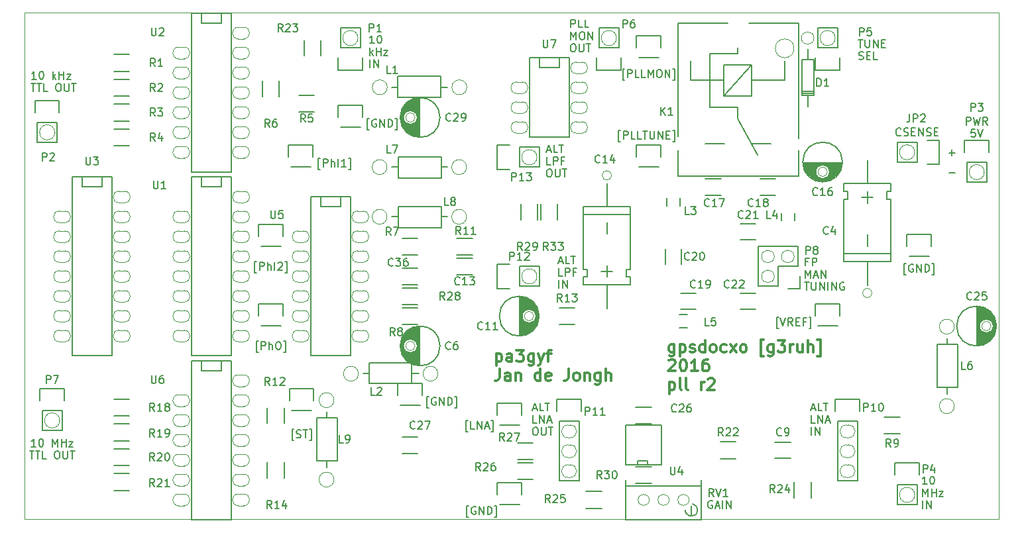
<source format=gbr>
G04 #@! TF.FileFunction,Legend,Top*
%FSLAX46Y46*%
G04 Gerber Fmt 4.6, Leading zero omitted, Abs format (unit mm)*
G04 Created by KiCad (PCBNEW (after 2015-mar-04 BZR unknown)-product) date Sat 14 Jan 2017 07:57:05 PM CET*
%MOMM*%
G01*
G04 APERTURE LIST*
%ADD10C,0.100000*%
%ADD11C,0.300000*%
%ADD12C,0.150000*%
G04 APERTURE END LIST*
D10*
D11*
X128500143Y-95633571D02*
X128500143Y-97133571D01*
X128500143Y-95705000D02*
X128643000Y-95633571D01*
X128928714Y-95633571D01*
X129071571Y-95705000D01*
X129143000Y-95776429D01*
X129214429Y-95919286D01*
X129214429Y-96347857D01*
X129143000Y-96490714D01*
X129071571Y-96562143D01*
X128928714Y-96633571D01*
X128643000Y-96633571D01*
X128500143Y-96562143D01*
X130500143Y-96633571D02*
X130500143Y-95847857D01*
X130428714Y-95705000D01*
X130285857Y-95633571D01*
X130000143Y-95633571D01*
X129857286Y-95705000D01*
X130500143Y-96562143D02*
X130357286Y-96633571D01*
X130000143Y-96633571D01*
X129857286Y-96562143D01*
X129785857Y-96419286D01*
X129785857Y-96276429D01*
X129857286Y-96133571D01*
X130000143Y-96062143D01*
X130357286Y-96062143D01*
X130500143Y-95990714D01*
X131071572Y-95133571D02*
X132000143Y-95133571D01*
X131500143Y-95705000D01*
X131714429Y-95705000D01*
X131857286Y-95776429D01*
X131928715Y-95847857D01*
X132000143Y-95990714D01*
X132000143Y-96347857D01*
X131928715Y-96490714D01*
X131857286Y-96562143D01*
X131714429Y-96633571D01*
X131285857Y-96633571D01*
X131143000Y-96562143D01*
X131071572Y-96490714D01*
X133285857Y-95633571D02*
X133285857Y-96847857D01*
X133214428Y-96990714D01*
X133143000Y-97062143D01*
X133000143Y-97133571D01*
X132785857Y-97133571D01*
X132643000Y-97062143D01*
X133285857Y-96562143D02*
X133143000Y-96633571D01*
X132857286Y-96633571D01*
X132714428Y-96562143D01*
X132643000Y-96490714D01*
X132571571Y-96347857D01*
X132571571Y-95919286D01*
X132643000Y-95776429D01*
X132714428Y-95705000D01*
X132857286Y-95633571D01*
X133143000Y-95633571D01*
X133285857Y-95705000D01*
X133857286Y-95633571D02*
X134214429Y-96633571D01*
X134571571Y-95633571D02*
X134214429Y-96633571D01*
X134071571Y-96990714D01*
X134000143Y-97062143D01*
X133857286Y-97133571D01*
X134928714Y-95633571D02*
X135500143Y-95633571D01*
X135143000Y-96633571D02*
X135143000Y-95347857D01*
X135214428Y-95205000D01*
X135357286Y-95133571D01*
X135500143Y-95133571D01*
X128928714Y-97533571D02*
X128928714Y-98605000D01*
X128857286Y-98819286D01*
X128714429Y-98962143D01*
X128500143Y-99033571D01*
X128357286Y-99033571D01*
X130285857Y-99033571D02*
X130285857Y-98247857D01*
X130214428Y-98105000D01*
X130071571Y-98033571D01*
X129785857Y-98033571D01*
X129643000Y-98105000D01*
X130285857Y-98962143D02*
X130143000Y-99033571D01*
X129785857Y-99033571D01*
X129643000Y-98962143D01*
X129571571Y-98819286D01*
X129571571Y-98676429D01*
X129643000Y-98533571D01*
X129785857Y-98462143D01*
X130143000Y-98462143D01*
X130285857Y-98390714D01*
X131000143Y-98033571D02*
X131000143Y-99033571D01*
X131000143Y-98176429D02*
X131071571Y-98105000D01*
X131214429Y-98033571D01*
X131428714Y-98033571D01*
X131571571Y-98105000D01*
X131643000Y-98247857D01*
X131643000Y-99033571D01*
X134143000Y-99033571D02*
X134143000Y-97533571D01*
X134143000Y-98962143D02*
X134000143Y-99033571D01*
X133714429Y-99033571D01*
X133571571Y-98962143D01*
X133500143Y-98890714D01*
X133428714Y-98747857D01*
X133428714Y-98319286D01*
X133500143Y-98176429D01*
X133571571Y-98105000D01*
X133714429Y-98033571D01*
X134000143Y-98033571D01*
X134143000Y-98105000D01*
X135428714Y-98962143D02*
X135285857Y-99033571D01*
X135000143Y-99033571D01*
X134857286Y-98962143D01*
X134785857Y-98819286D01*
X134785857Y-98247857D01*
X134857286Y-98105000D01*
X135000143Y-98033571D01*
X135285857Y-98033571D01*
X135428714Y-98105000D01*
X135500143Y-98247857D01*
X135500143Y-98390714D01*
X134785857Y-98533571D01*
X137714428Y-97533571D02*
X137714428Y-98605000D01*
X137643000Y-98819286D01*
X137500143Y-98962143D01*
X137285857Y-99033571D01*
X137143000Y-99033571D01*
X138643000Y-99033571D02*
X138500142Y-98962143D01*
X138428714Y-98890714D01*
X138357285Y-98747857D01*
X138357285Y-98319286D01*
X138428714Y-98176429D01*
X138500142Y-98105000D01*
X138643000Y-98033571D01*
X138857285Y-98033571D01*
X139000142Y-98105000D01*
X139071571Y-98176429D01*
X139143000Y-98319286D01*
X139143000Y-98747857D01*
X139071571Y-98890714D01*
X139000142Y-98962143D01*
X138857285Y-99033571D01*
X138643000Y-99033571D01*
X139785857Y-98033571D02*
X139785857Y-99033571D01*
X139785857Y-98176429D02*
X139857285Y-98105000D01*
X140000143Y-98033571D01*
X140214428Y-98033571D01*
X140357285Y-98105000D01*
X140428714Y-98247857D01*
X140428714Y-99033571D01*
X141785857Y-98033571D02*
X141785857Y-99247857D01*
X141714428Y-99390714D01*
X141643000Y-99462143D01*
X141500143Y-99533571D01*
X141285857Y-99533571D01*
X141143000Y-99462143D01*
X141785857Y-98962143D02*
X141643000Y-99033571D01*
X141357286Y-99033571D01*
X141214428Y-98962143D01*
X141143000Y-98890714D01*
X141071571Y-98747857D01*
X141071571Y-98319286D01*
X141143000Y-98176429D01*
X141214428Y-98105000D01*
X141357286Y-98033571D01*
X141643000Y-98033571D01*
X141785857Y-98105000D01*
X142500143Y-99033571D02*
X142500143Y-97533571D01*
X143143000Y-99033571D02*
X143143000Y-98247857D01*
X143071571Y-98105000D01*
X142928714Y-98033571D01*
X142714429Y-98033571D01*
X142571571Y-98105000D01*
X142500143Y-98176429D01*
D12*
X186309048Y-72461429D02*
X187070953Y-72461429D01*
X186309048Y-69921429D02*
X187070953Y-69921429D01*
X186690001Y-70302381D02*
X186690001Y-69540476D01*
X134937476Y-69609667D02*
X135413667Y-69609667D01*
X134842238Y-69895381D02*
X135175571Y-68895381D01*
X135508905Y-69895381D01*
X136318429Y-69895381D02*
X135842238Y-69895381D01*
X135842238Y-68895381D01*
X136508905Y-68895381D02*
X137080334Y-68895381D01*
X136794619Y-69895381D02*
X136794619Y-68895381D01*
X135461286Y-71445381D02*
X134985095Y-71445381D01*
X134985095Y-70445381D01*
X135794619Y-71445381D02*
X135794619Y-70445381D01*
X136175572Y-70445381D01*
X136270810Y-70493000D01*
X136318429Y-70540619D01*
X136366048Y-70635857D01*
X136366048Y-70778714D01*
X136318429Y-70873952D01*
X136270810Y-70921571D01*
X136175572Y-70969190D01*
X135794619Y-70969190D01*
X137127953Y-70921571D02*
X136794619Y-70921571D01*
X136794619Y-71445381D02*
X136794619Y-70445381D01*
X137270810Y-70445381D01*
X135175571Y-71995381D02*
X135366048Y-71995381D01*
X135461286Y-72043000D01*
X135556524Y-72138238D01*
X135604143Y-72328714D01*
X135604143Y-72662048D01*
X135556524Y-72852524D01*
X135461286Y-72947762D01*
X135366048Y-72995381D01*
X135175571Y-72995381D01*
X135080333Y-72947762D01*
X134985095Y-72852524D01*
X134937476Y-72662048D01*
X134937476Y-72328714D01*
X134985095Y-72138238D01*
X135080333Y-72043000D01*
X135175571Y-71995381D01*
X136032714Y-71995381D02*
X136032714Y-72804905D01*
X136080333Y-72900143D01*
X136127952Y-72947762D01*
X136223190Y-72995381D01*
X136413667Y-72995381D01*
X136508905Y-72947762D01*
X136556524Y-72900143D01*
X136604143Y-72804905D01*
X136604143Y-71995381D01*
X136937476Y-71995381D02*
X137508905Y-71995381D01*
X137223190Y-72995381D02*
X137223190Y-71995381D01*
X136461476Y-83833667D02*
X136937667Y-83833667D01*
X136366238Y-84119381D02*
X136699571Y-83119381D01*
X137032905Y-84119381D01*
X137842429Y-84119381D02*
X137366238Y-84119381D01*
X137366238Y-83119381D01*
X138032905Y-83119381D02*
X138604334Y-83119381D01*
X138318619Y-84119381D02*
X138318619Y-83119381D01*
X136985286Y-85669381D02*
X136509095Y-85669381D01*
X136509095Y-84669381D01*
X137318619Y-85669381D02*
X137318619Y-84669381D01*
X137699572Y-84669381D01*
X137794810Y-84717000D01*
X137842429Y-84764619D01*
X137890048Y-84859857D01*
X137890048Y-85002714D01*
X137842429Y-85097952D01*
X137794810Y-85145571D01*
X137699572Y-85193190D01*
X137318619Y-85193190D01*
X138651953Y-85145571D02*
X138318619Y-85145571D01*
X138318619Y-85669381D02*
X138318619Y-84669381D01*
X138794810Y-84669381D01*
X136509095Y-87219381D02*
X136509095Y-86219381D01*
X136985285Y-87219381D02*
X136985285Y-86219381D01*
X137556714Y-87219381D01*
X137556714Y-86219381D01*
D11*
X151241000Y-94433571D02*
X151241000Y-95647857D01*
X151169571Y-95790714D01*
X151098143Y-95862143D01*
X150955286Y-95933571D01*
X150741000Y-95933571D01*
X150598143Y-95862143D01*
X151241000Y-95362143D02*
X151098143Y-95433571D01*
X150812429Y-95433571D01*
X150669571Y-95362143D01*
X150598143Y-95290714D01*
X150526714Y-95147857D01*
X150526714Y-94719286D01*
X150598143Y-94576429D01*
X150669571Y-94505000D01*
X150812429Y-94433571D01*
X151098143Y-94433571D01*
X151241000Y-94505000D01*
X151955286Y-94433571D02*
X151955286Y-95933571D01*
X151955286Y-94505000D02*
X152098143Y-94433571D01*
X152383857Y-94433571D01*
X152526714Y-94505000D01*
X152598143Y-94576429D01*
X152669572Y-94719286D01*
X152669572Y-95147857D01*
X152598143Y-95290714D01*
X152526714Y-95362143D01*
X152383857Y-95433571D01*
X152098143Y-95433571D01*
X151955286Y-95362143D01*
X153241000Y-95362143D02*
X153383857Y-95433571D01*
X153669572Y-95433571D01*
X153812429Y-95362143D01*
X153883857Y-95219286D01*
X153883857Y-95147857D01*
X153812429Y-95005000D01*
X153669572Y-94933571D01*
X153455286Y-94933571D01*
X153312429Y-94862143D01*
X153241000Y-94719286D01*
X153241000Y-94647857D01*
X153312429Y-94505000D01*
X153455286Y-94433571D01*
X153669572Y-94433571D01*
X153812429Y-94505000D01*
X155169572Y-95433571D02*
X155169572Y-93933571D01*
X155169572Y-95362143D02*
X155026715Y-95433571D01*
X154741001Y-95433571D01*
X154598143Y-95362143D01*
X154526715Y-95290714D01*
X154455286Y-95147857D01*
X154455286Y-94719286D01*
X154526715Y-94576429D01*
X154598143Y-94505000D01*
X154741001Y-94433571D01*
X155026715Y-94433571D01*
X155169572Y-94505000D01*
X156098144Y-95433571D02*
X155955286Y-95362143D01*
X155883858Y-95290714D01*
X155812429Y-95147857D01*
X155812429Y-94719286D01*
X155883858Y-94576429D01*
X155955286Y-94505000D01*
X156098144Y-94433571D01*
X156312429Y-94433571D01*
X156455286Y-94505000D01*
X156526715Y-94576429D01*
X156598144Y-94719286D01*
X156598144Y-95147857D01*
X156526715Y-95290714D01*
X156455286Y-95362143D01*
X156312429Y-95433571D01*
X156098144Y-95433571D01*
X157883858Y-95362143D02*
X157741001Y-95433571D01*
X157455287Y-95433571D01*
X157312429Y-95362143D01*
X157241001Y-95290714D01*
X157169572Y-95147857D01*
X157169572Y-94719286D01*
X157241001Y-94576429D01*
X157312429Y-94505000D01*
X157455287Y-94433571D01*
X157741001Y-94433571D01*
X157883858Y-94505000D01*
X158383858Y-95433571D02*
X159169572Y-94433571D01*
X158383858Y-94433571D02*
X159169572Y-95433571D01*
X159955287Y-95433571D02*
X159812429Y-95362143D01*
X159741001Y-95290714D01*
X159669572Y-95147857D01*
X159669572Y-94719286D01*
X159741001Y-94576429D01*
X159812429Y-94505000D01*
X159955287Y-94433571D01*
X160169572Y-94433571D01*
X160312429Y-94505000D01*
X160383858Y-94576429D01*
X160455287Y-94719286D01*
X160455287Y-95147857D01*
X160383858Y-95290714D01*
X160312429Y-95362143D01*
X160169572Y-95433571D01*
X159955287Y-95433571D01*
X162669572Y-95933571D02*
X162312429Y-95933571D01*
X162312429Y-93790714D01*
X162669572Y-93790714D01*
X163883858Y-94433571D02*
X163883858Y-95647857D01*
X163812429Y-95790714D01*
X163741001Y-95862143D01*
X163598144Y-95933571D01*
X163383858Y-95933571D01*
X163241001Y-95862143D01*
X163883858Y-95362143D02*
X163741001Y-95433571D01*
X163455287Y-95433571D01*
X163312429Y-95362143D01*
X163241001Y-95290714D01*
X163169572Y-95147857D01*
X163169572Y-94719286D01*
X163241001Y-94576429D01*
X163312429Y-94505000D01*
X163455287Y-94433571D01*
X163741001Y-94433571D01*
X163883858Y-94505000D01*
X164455287Y-93933571D02*
X165383858Y-93933571D01*
X164883858Y-94505000D01*
X165098144Y-94505000D01*
X165241001Y-94576429D01*
X165312430Y-94647857D01*
X165383858Y-94790714D01*
X165383858Y-95147857D01*
X165312430Y-95290714D01*
X165241001Y-95362143D01*
X165098144Y-95433571D01*
X164669572Y-95433571D01*
X164526715Y-95362143D01*
X164455287Y-95290714D01*
X166026715Y-95433571D02*
X166026715Y-94433571D01*
X166026715Y-94719286D02*
X166098143Y-94576429D01*
X166169572Y-94505000D01*
X166312429Y-94433571D01*
X166455286Y-94433571D01*
X167598143Y-94433571D02*
X167598143Y-95433571D01*
X166955286Y-94433571D02*
X166955286Y-95219286D01*
X167026714Y-95362143D01*
X167169572Y-95433571D01*
X167383857Y-95433571D01*
X167526714Y-95362143D01*
X167598143Y-95290714D01*
X168312429Y-95433571D02*
X168312429Y-93933571D01*
X168955286Y-95433571D02*
X168955286Y-94647857D01*
X168883857Y-94505000D01*
X168741000Y-94433571D01*
X168526715Y-94433571D01*
X168383857Y-94505000D01*
X168312429Y-94576429D01*
X169526715Y-95933571D02*
X169883858Y-95933571D01*
X169883858Y-93790714D01*
X169526715Y-93790714D01*
X150526714Y-96476429D02*
X150598143Y-96405000D01*
X150741000Y-96333571D01*
X151098143Y-96333571D01*
X151241000Y-96405000D01*
X151312429Y-96476429D01*
X151383857Y-96619286D01*
X151383857Y-96762143D01*
X151312429Y-96976429D01*
X150455286Y-97833571D01*
X151383857Y-97833571D01*
X152312428Y-96333571D02*
X152455285Y-96333571D01*
X152598142Y-96405000D01*
X152669571Y-96476429D01*
X152741000Y-96619286D01*
X152812428Y-96905000D01*
X152812428Y-97262143D01*
X152741000Y-97547857D01*
X152669571Y-97690714D01*
X152598142Y-97762143D01*
X152455285Y-97833571D01*
X152312428Y-97833571D01*
X152169571Y-97762143D01*
X152098142Y-97690714D01*
X152026714Y-97547857D01*
X151955285Y-97262143D01*
X151955285Y-96905000D01*
X152026714Y-96619286D01*
X152098142Y-96476429D01*
X152169571Y-96405000D01*
X152312428Y-96333571D01*
X154240999Y-97833571D02*
X153383856Y-97833571D01*
X153812428Y-97833571D02*
X153812428Y-96333571D01*
X153669571Y-96547857D01*
X153526713Y-96690714D01*
X153383856Y-96762143D01*
X155526713Y-96333571D02*
X155240999Y-96333571D01*
X155098142Y-96405000D01*
X155026713Y-96476429D01*
X154883856Y-96690714D01*
X154812427Y-96976429D01*
X154812427Y-97547857D01*
X154883856Y-97690714D01*
X154955284Y-97762143D01*
X155098142Y-97833571D01*
X155383856Y-97833571D01*
X155526713Y-97762143D01*
X155598142Y-97690714D01*
X155669570Y-97547857D01*
X155669570Y-97190714D01*
X155598142Y-97047857D01*
X155526713Y-96976429D01*
X155383856Y-96905000D01*
X155098142Y-96905000D01*
X154955284Y-96976429D01*
X154883856Y-97047857D01*
X154812427Y-97190714D01*
X150598143Y-99233571D02*
X150598143Y-100733571D01*
X150598143Y-99305000D02*
X150741000Y-99233571D01*
X151026714Y-99233571D01*
X151169571Y-99305000D01*
X151241000Y-99376429D01*
X151312429Y-99519286D01*
X151312429Y-99947857D01*
X151241000Y-100090714D01*
X151169571Y-100162143D01*
X151026714Y-100233571D01*
X150741000Y-100233571D01*
X150598143Y-100162143D01*
X152169572Y-100233571D02*
X152026714Y-100162143D01*
X151955286Y-100019286D01*
X151955286Y-98733571D01*
X152955286Y-100233571D02*
X152812428Y-100162143D01*
X152741000Y-100019286D01*
X152741000Y-98733571D01*
X154669571Y-100233571D02*
X154669571Y-99233571D01*
X154669571Y-99519286D02*
X154740999Y-99376429D01*
X154812428Y-99305000D01*
X154955285Y-99233571D01*
X155098142Y-99233571D01*
X155526713Y-98876429D02*
X155598142Y-98805000D01*
X155740999Y-98733571D01*
X156098142Y-98733571D01*
X156240999Y-98805000D01*
X156312428Y-98876429D01*
X156383856Y-99019286D01*
X156383856Y-99162143D01*
X156312428Y-99376429D01*
X155455285Y-100233571D01*
X156383856Y-100233571D01*
D12*
X133159476Y-102629667D02*
X133635667Y-102629667D01*
X133064238Y-102915381D02*
X133397571Y-101915381D01*
X133730905Y-102915381D01*
X134540429Y-102915381D02*
X134064238Y-102915381D01*
X134064238Y-101915381D01*
X134730905Y-101915381D02*
X135302334Y-101915381D01*
X135016619Y-102915381D02*
X135016619Y-101915381D01*
X133683286Y-104465381D02*
X133207095Y-104465381D01*
X133207095Y-103465381D01*
X134016619Y-104465381D02*
X134016619Y-103465381D01*
X134588048Y-104465381D01*
X134588048Y-103465381D01*
X135016619Y-104179667D02*
X135492810Y-104179667D01*
X134921381Y-104465381D02*
X135254714Y-103465381D01*
X135588048Y-104465381D01*
X133397571Y-105015381D02*
X133588048Y-105015381D01*
X133683286Y-105063000D01*
X133778524Y-105158238D01*
X133826143Y-105348714D01*
X133826143Y-105682048D01*
X133778524Y-105872524D01*
X133683286Y-105967762D01*
X133588048Y-106015381D01*
X133397571Y-106015381D01*
X133302333Y-105967762D01*
X133207095Y-105872524D01*
X133159476Y-105682048D01*
X133159476Y-105348714D01*
X133207095Y-105158238D01*
X133302333Y-105063000D01*
X133397571Y-105015381D01*
X134254714Y-105015381D02*
X134254714Y-105824905D01*
X134302333Y-105920143D01*
X134349952Y-105967762D01*
X134445190Y-106015381D01*
X134635667Y-106015381D01*
X134730905Y-105967762D01*
X134778524Y-105920143D01*
X134826143Y-105824905D01*
X134826143Y-105015381D01*
X135159476Y-105015381D02*
X135730905Y-105015381D01*
X135445190Y-106015381D02*
X135445190Y-105015381D01*
X168719476Y-102629667D02*
X169195667Y-102629667D01*
X168624238Y-102915381D02*
X168957571Y-101915381D01*
X169290905Y-102915381D01*
X170100429Y-102915381D02*
X169624238Y-102915381D01*
X169624238Y-101915381D01*
X170290905Y-101915381D02*
X170862334Y-101915381D01*
X170576619Y-102915381D02*
X170576619Y-101915381D01*
X169243286Y-104465381D02*
X168767095Y-104465381D01*
X168767095Y-103465381D01*
X169576619Y-104465381D02*
X169576619Y-103465381D01*
X170148048Y-104465381D01*
X170148048Y-103465381D01*
X170576619Y-104179667D02*
X171052810Y-104179667D01*
X170481381Y-104465381D02*
X170814714Y-103465381D01*
X171148048Y-104465381D01*
X168767095Y-106015381D02*
X168767095Y-105015381D01*
X169243285Y-106015381D02*
X169243285Y-105015381D01*
X169814714Y-106015381D01*
X169814714Y-105015381D01*
X188531667Y-66352381D02*
X188531667Y-65352381D01*
X188912620Y-65352381D01*
X189007858Y-65400000D01*
X189055477Y-65447619D01*
X189103096Y-65542857D01*
X189103096Y-65685714D01*
X189055477Y-65780952D01*
X189007858Y-65828571D01*
X188912620Y-65876190D01*
X188531667Y-65876190D01*
X189436429Y-65352381D02*
X189674524Y-66352381D01*
X189865001Y-65638095D01*
X190055477Y-66352381D01*
X190293572Y-65352381D01*
X191245953Y-66352381D02*
X190912619Y-65876190D01*
X190674524Y-66352381D02*
X190674524Y-65352381D01*
X191055477Y-65352381D01*
X191150715Y-65400000D01*
X191198334Y-65447619D01*
X191245953Y-65542857D01*
X191245953Y-65685714D01*
X191198334Y-65780952D01*
X191150715Y-65828571D01*
X191055477Y-65876190D01*
X190674524Y-65876190D01*
X189674524Y-66902381D02*
X189198333Y-66902381D01*
X189150714Y-67378571D01*
X189198333Y-67330952D01*
X189293571Y-67283333D01*
X189531667Y-67283333D01*
X189626905Y-67330952D01*
X189674524Y-67378571D01*
X189722143Y-67473810D01*
X189722143Y-67711905D01*
X189674524Y-67807143D01*
X189626905Y-67854762D01*
X189531667Y-67902381D01*
X189293571Y-67902381D01*
X189198333Y-67854762D01*
X189150714Y-67807143D01*
X190007857Y-66902381D02*
X190341190Y-67902381D01*
X190674524Y-66902381D01*
X180173572Y-67667143D02*
X180125953Y-67714762D01*
X179983096Y-67762381D01*
X179887858Y-67762381D01*
X179745000Y-67714762D01*
X179649762Y-67619524D01*
X179602143Y-67524286D01*
X179554524Y-67333810D01*
X179554524Y-67190952D01*
X179602143Y-67000476D01*
X179649762Y-66905238D01*
X179745000Y-66810000D01*
X179887858Y-66762381D01*
X179983096Y-66762381D01*
X180125953Y-66810000D01*
X180173572Y-66857619D01*
X180554524Y-67714762D02*
X180697381Y-67762381D01*
X180935477Y-67762381D01*
X181030715Y-67714762D01*
X181078334Y-67667143D01*
X181125953Y-67571905D01*
X181125953Y-67476667D01*
X181078334Y-67381429D01*
X181030715Y-67333810D01*
X180935477Y-67286190D01*
X180745000Y-67238571D01*
X180649762Y-67190952D01*
X180602143Y-67143333D01*
X180554524Y-67048095D01*
X180554524Y-66952857D01*
X180602143Y-66857619D01*
X180649762Y-66810000D01*
X180745000Y-66762381D01*
X180983096Y-66762381D01*
X181125953Y-66810000D01*
X181554524Y-67238571D02*
X181887858Y-67238571D01*
X182030715Y-67762381D02*
X181554524Y-67762381D01*
X181554524Y-66762381D01*
X182030715Y-66762381D01*
X182459286Y-67762381D02*
X182459286Y-66762381D01*
X183030715Y-67762381D01*
X183030715Y-66762381D01*
X183459286Y-67714762D02*
X183602143Y-67762381D01*
X183840239Y-67762381D01*
X183935477Y-67714762D01*
X183983096Y-67667143D01*
X184030715Y-67571905D01*
X184030715Y-67476667D01*
X183983096Y-67381429D01*
X183935477Y-67333810D01*
X183840239Y-67286190D01*
X183649762Y-67238571D01*
X183554524Y-67190952D01*
X183506905Y-67143333D01*
X183459286Y-67048095D01*
X183459286Y-66952857D01*
X183506905Y-66857619D01*
X183554524Y-66810000D01*
X183649762Y-66762381D01*
X183887858Y-66762381D01*
X184030715Y-66810000D01*
X184459286Y-67238571D02*
X184792620Y-67238571D01*
X184935477Y-67762381D02*
X184459286Y-67762381D01*
X184459286Y-66762381D01*
X184935477Y-66762381D01*
X168338429Y-83849571D02*
X168005095Y-83849571D01*
X168005095Y-84373381D02*
X168005095Y-83373381D01*
X168481286Y-83373381D01*
X168862238Y-84373381D02*
X168862238Y-83373381D01*
X169243191Y-83373381D01*
X169338429Y-83421000D01*
X169386048Y-83468619D01*
X169433667Y-83563857D01*
X169433667Y-83706714D01*
X169386048Y-83801952D01*
X169338429Y-83849571D01*
X169243191Y-83897190D01*
X168862238Y-83897190D01*
X168005095Y-85923381D02*
X168005095Y-84923381D01*
X168338429Y-85637667D01*
X168671762Y-84923381D01*
X168671762Y-85923381D01*
X169100333Y-85637667D02*
X169576524Y-85637667D01*
X169005095Y-85923381D02*
X169338428Y-84923381D01*
X169671762Y-85923381D01*
X170005095Y-85923381D02*
X170005095Y-84923381D01*
X170576524Y-85923381D01*
X170576524Y-84923381D01*
X167862238Y-86473381D02*
X168433667Y-86473381D01*
X168147952Y-87473381D02*
X168147952Y-86473381D01*
X168767000Y-86473381D02*
X168767000Y-87282905D01*
X168814619Y-87378143D01*
X168862238Y-87425762D01*
X168957476Y-87473381D01*
X169147953Y-87473381D01*
X169243191Y-87425762D01*
X169290810Y-87378143D01*
X169338429Y-87282905D01*
X169338429Y-86473381D01*
X169814619Y-87473381D02*
X169814619Y-86473381D01*
X170386048Y-87473381D01*
X170386048Y-86473381D01*
X170862238Y-87473381D02*
X170862238Y-86473381D01*
X171338428Y-87473381D02*
X171338428Y-86473381D01*
X171909857Y-87473381D01*
X171909857Y-86473381D01*
X172909857Y-86521000D02*
X172814619Y-86473381D01*
X172671762Y-86473381D01*
X172528904Y-86521000D01*
X172433666Y-86616238D01*
X172386047Y-86711476D01*
X172338428Y-86901952D01*
X172338428Y-87044810D01*
X172386047Y-87235286D01*
X172433666Y-87330524D01*
X172528904Y-87425762D01*
X172671762Y-87473381D01*
X172767000Y-87473381D01*
X172909857Y-87425762D01*
X172957476Y-87378143D01*
X172957476Y-87044810D01*
X172767000Y-87044810D01*
X174720238Y-55446381D02*
X175291667Y-55446381D01*
X175005952Y-56446381D02*
X175005952Y-55446381D01*
X175625000Y-55446381D02*
X175625000Y-56255905D01*
X175672619Y-56351143D01*
X175720238Y-56398762D01*
X175815476Y-56446381D01*
X176005953Y-56446381D01*
X176101191Y-56398762D01*
X176148810Y-56351143D01*
X176196429Y-56255905D01*
X176196429Y-55446381D01*
X176672619Y-56446381D02*
X176672619Y-55446381D01*
X177244048Y-56446381D01*
X177244048Y-55446381D01*
X177720238Y-55922571D02*
X178053572Y-55922571D01*
X178196429Y-56446381D02*
X177720238Y-56446381D01*
X177720238Y-55446381D01*
X178196429Y-55446381D01*
X174815476Y-57948762D02*
X174958333Y-57996381D01*
X175196429Y-57996381D01*
X175291667Y-57948762D01*
X175339286Y-57901143D01*
X175386905Y-57805905D01*
X175386905Y-57710667D01*
X175339286Y-57615429D01*
X175291667Y-57567810D01*
X175196429Y-57520190D01*
X175005952Y-57472571D01*
X174910714Y-57424952D01*
X174863095Y-57377333D01*
X174815476Y-57282095D01*
X174815476Y-57186857D01*
X174863095Y-57091619D01*
X174910714Y-57044000D01*
X175005952Y-56996381D01*
X175244048Y-56996381D01*
X175386905Y-57044000D01*
X175815476Y-57472571D02*
X176148810Y-57472571D01*
X176291667Y-57996381D02*
X175815476Y-57996381D01*
X175815476Y-56996381D01*
X176291667Y-56996381D01*
X177196429Y-57996381D02*
X176720238Y-57996381D01*
X176720238Y-56996381D01*
X138033095Y-53893381D02*
X138033095Y-52893381D01*
X138414048Y-52893381D01*
X138509286Y-52941000D01*
X138556905Y-52988619D01*
X138604524Y-53083857D01*
X138604524Y-53226714D01*
X138556905Y-53321952D01*
X138509286Y-53369571D01*
X138414048Y-53417190D01*
X138033095Y-53417190D01*
X139509286Y-53893381D02*
X139033095Y-53893381D01*
X139033095Y-52893381D01*
X140318810Y-53893381D02*
X139842619Y-53893381D01*
X139842619Y-52893381D01*
X138033095Y-55443381D02*
X138033095Y-54443381D01*
X138366429Y-55157667D01*
X138699762Y-54443381D01*
X138699762Y-55443381D01*
X139366428Y-54443381D02*
X139556905Y-54443381D01*
X139652143Y-54491000D01*
X139747381Y-54586238D01*
X139795000Y-54776714D01*
X139795000Y-55110048D01*
X139747381Y-55300524D01*
X139652143Y-55395762D01*
X139556905Y-55443381D01*
X139366428Y-55443381D01*
X139271190Y-55395762D01*
X139175952Y-55300524D01*
X139128333Y-55110048D01*
X139128333Y-54776714D01*
X139175952Y-54586238D01*
X139271190Y-54491000D01*
X139366428Y-54443381D01*
X140223571Y-55443381D02*
X140223571Y-54443381D01*
X140795000Y-55443381D01*
X140795000Y-54443381D01*
X138223571Y-55993381D02*
X138414048Y-55993381D01*
X138509286Y-56041000D01*
X138604524Y-56136238D01*
X138652143Y-56326714D01*
X138652143Y-56660048D01*
X138604524Y-56850524D01*
X138509286Y-56945762D01*
X138414048Y-56993381D01*
X138223571Y-56993381D01*
X138128333Y-56945762D01*
X138033095Y-56850524D01*
X137985476Y-56660048D01*
X137985476Y-56326714D01*
X138033095Y-56136238D01*
X138128333Y-56041000D01*
X138223571Y-55993381D01*
X139080714Y-55993381D02*
X139080714Y-56802905D01*
X139128333Y-56898143D01*
X139175952Y-56945762D01*
X139271190Y-56993381D01*
X139461667Y-56993381D01*
X139556905Y-56945762D01*
X139604524Y-56898143D01*
X139652143Y-56802905D01*
X139652143Y-55993381D01*
X139985476Y-55993381D02*
X140556905Y-55993381D01*
X140271190Y-56993381D02*
X140271190Y-55993381D01*
X112902905Y-55925381D02*
X112331476Y-55925381D01*
X112617190Y-55925381D02*
X112617190Y-54925381D01*
X112521952Y-55068238D01*
X112426714Y-55163476D01*
X112331476Y-55211095D01*
X113521952Y-54925381D02*
X113617191Y-54925381D01*
X113712429Y-54973000D01*
X113760048Y-55020619D01*
X113807667Y-55115857D01*
X113855286Y-55306333D01*
X113855286Y-55544429D01*
X113807667Y-55734905D01*
X113760048Y-55830143D01*
X113712429Y-55877762D01*
X113617191Y-55925381D01*
X113521952Y-55925381D01*
X113426714Y-55877762D01*
X113379095Y-55830143D01*
X113331476Y-55734905D01*
X113283857Y-55544429D01*
X113283857Y-55306333D01*
X113331476Y-55115857D01*
X113379095Y-55020619D01*
X113426714Y-54973000D01*
X113521952Y-54925381D01*
X112379095Y-57475381D02*
X112379095Y-56475381D01*
X112474333Y-57094429D02*
X112760048Y-57475381D01*
X112760048Y-56808714D02*
X112379095Y-57189667D01*
X113188619Y-57475381D02*
X113188619Y-56475381D01*
X113188619Y-56951571D02*
X113760048Y-56951571D01*
X113760048Y-57475381D02*
X113760048Y-56475381D01*
X114141000Y-56808714D02*
X114664810Y-56808714D01*
X114141000Y-57475381D01*
X114664810Y-57475381D01*
X112379095Y-59025381D02*
X112379095Y-58025381D01*
X112855285Y-59025381D02*
X112855285Y-58025381D01*
X113426714Y-59025381D01*
X113426714Y-58025381D01*
X69722905Y-60510381D02*
X69151476Y-60510381D01*
X69437190Y-60510381D02*
X69437190Y-59510381D01*
X69341952Y-59653238D01*
X69246714Y-59748476D01*
X69151476Y-59796095D01*
X70341952Y-59510381D02*
X70437191Y-59510381D01*
X70532429Y-59558000D01*
X70580048Y-59605619D01*
X70627667Y-59700857D01*
X70675286Y-59891333D01*
X70675286Y-60129429D01*
X70627667Y-60319905D01*
X70580048Y-60415143D01*
X70532429Y-60462762D01*
X70437191Y-60510381D01*
X70341952Y-60510381D01*
X70246714Y-60462762D01*
X70199095Y-60415143D01*
X70151476Y-60319905D01*
X70103857Y-60129429D01*
X70103857Y-59891333D01*
X70151476Y-59700857D01*
X70199095Y-59605619D01*
X70246714Y-59558000D01*
X70341952Y-59510381D01*
X71865762Y-60510381D02*
X71865762Y-59510381D01*
X71961000Y-60129429D02*
X72246715Y-60510381D01*
X72246715Y-59843714D02*
X71865762Y-60224667D01*
X72675286Y-60510381D02*
X72675286Y-59510381D01*
X72675286Y-59986571D02*
X73246715Y-59986571D01*
X73246715Y-60510381D02*
X73246715Y-59510381D01*
X73627667Y-59843714D02*
X74151477Y-59843714D01*
X73627667Y-60510381D01*
X74151477Y-60510381D01*
X69056238Y-61060381D02*
X69627667Y-61060381D01*
X69341952Y-62060381D02*
X69341952Y-61060381D01*
X69818143Y-61060381D02*
X70389572Y-61060381D01*
X70103857Y-62060381D02*
X70103857Y-61060381D01*
X71199096Y-62060381D02*
X70722905Y-62060381D01*
X70722905Y-61060381D01*
X72484810Y-61060381D02*
X72675287Y-61060381D01*
X72770525Y-61108000D01*
X72865763Y-61203238D01*
X72913382Y-61393714D01*
X72913382Y-61727048D01*
X72865763Y-61917524D01*
X72770525Y-62012762D01*
X72675287Y-62060381D01*
X72484810Y-62060381D01*
X72389572Y-62012762D01*
X72294334Y-61917524D01*
X72246715Y-61727048D01*
X72246715Y-61393714D01*
X72294334Y-61203238D01*
X72389572Y-61108000D01*
X72484810Y-61060381D01*
X73341953Y-61060381D02*
X73341953Y-61869905D01*
X73389572Y-61965143D01*
X73437191Y-62012762D01*
X73532429Y-62060381D01*
X73722906Y-62060381D01*
X73818144Y-62012762D01*
X73865763Y-61965143D01*
X73913382Y-61869905D01*
X73913382Y-61060381D01*
X74246715Y-61060381D02*
X74818144Y-61060381D01*
X74532429Y-62060381D02*
X74532429Y-61060381D01*
X69683572Y-107500381D02*
X69112143Y-107500381D01*
X69397857Y-107500381D02*
X69397857Y-106500381D01*
X69302619Y-106643238D01*
X69207381Y-106738476D01*
X69112143Y-106786095D01*
X70302619Y-106500381D02*
X70397858Y-106500381D01*
X70493096Y-106548000D01*
X70540715Y-106595619D01*
X70588334Y-106690857D01*
X70635953Y-106881333D01*
X70635953Y-107119429D01*
X70588334Y-107309905D01*
X70540715Y-107405143D01*
X70493096Y-107452762D01*
X70397858Y-107500381D01*
X70302619Y-107500381D01*
X70207381Y-107452762D01*
X70159762Y-107405143D01*
X70112143Y-107309905D01*
X70064524Y-107119429D01*
X70064524Y-106881333D01*
X70112143Y-106690857D01*
X70159762Y-106595619D01*
X70207381Y-106548000D01*
X70302619Y-106500381D01*
X71826429Y-107500381D02*
X71826429Y-106500381D01*
X72159763Y-107214667D01*
X72493096Y-106500381D01*
X72493096Y-107500381D01*
X72969286Y-107500381D02*
X72969286Y-106500381D01*
X72969286Y-106976571D02*
X73540715Y-106976571D01*
X73540715Y-107500381D02*
X73540715Y-106500381D01*
X73921667Y-106833714D02*
X74445477Y-106833714D01*
X73921667Y-107500381D01*
X74445477Y-107500381D01*
X68874047Y-108050381D02*
X69445476Y-108050381D01*
X69159761Y-109050381D02*
X69159761Y-108050381D01*
X69635952Y-108050381D02*
X70207381Y-108050381D01*
X69921666Y-109050381D02*
X69921666Y-108050381D01*
X71016905Y-109050381D02*
X70540714Y-109050381D01*
X70540714Y-108050381D01*
X72302619Y-108050381D02*
X72493096Y-108050381D01*
X72588334Y-108098000D01*
X72683572Y-108193238D01*
X72731191Y-108383714D01*
X72731191Y-108717048D01*
X72683572Y-108907524D01*
X72588334Y-109002762D01*
X72493096Y-109050381D01*
X72302619Y-109050381D01*
X72207381Y-109002762D01*
X72112143Y-108907524D01*
X72064524Y-108717048D01*
X72064524Y-108383714D01*
X72112143Y-108193238D01*
X72207381Y-108098000D01*
X72302619Y-108050381D01*
X73159762Y-108050381D02*
X73159762Y-108859905D01*
X73207381Y-108955143D01*
X73255000Y-109002762D01*
X73350238Y-109050381D01*
X73540715Y-109050381D01*
X73635953Y-109002762D01*
X73683572Y-108955143D01*
X73731191Y-108859905D01*
X73731191Y-108050381D01*
X74064524Y-108050381D02*
X74635953Y-108050381D01*
X74350238Y-109050381D02*
X74350238Y-108050381D01*
X156082905Y-114435000D02*
X155987667Y-114387381D01*
X155844810Y-114387381D01*
X155701952Y-114435000D01*
X155606714Y-114530238D01*
X155559095Y-114625476D01*
X155511476Y-114815952D01*
X155511476Y-114958810D01*
X155559095Y-115149286D01*
X155606714Y-115244524D01*
X155701952Y-115339762D01*
X155844810Y-115387381D01*
X155940048Y-115387381D01*
X156082905Y-115339762D01*
X156130524Y-115292143D01*
X156130524Y-114958810D01*
X155940048Y-114958810D01*
X156511476Y-115101667D02*
X156987667Y-115101667D01*
X156416238Y-115387381D02*
X156749571Y-114387381D01*
X157082905Y-115387381D01*
X157416238Y-115387381D02*
X157416238Y-114387381D01*
X157892428Y-115387381D02*
X157892428Y-114387381D01*
X158463857Y-115387381D01*
X158463857Y-114387381D01*
X183514905Y-112313381D02*
X182943476Y-112313381D01*
X183229190Y-112313381D02*
X183229190Y-111313381D01*
X183133952Y-111456238D01*
X183038714Y-111551476D01*
X182943476Y-111599095D01*
X184133952Y-111313381D02*
X184229191Y-111313381D01*
X184324429Y-111361000D01*
X184372048Y-111408619D01*
X184419667Y-111503857D01*
X184467286Y-111694333D01*
X184467286Y-111932429D01*
X184419667Y-112122905D01*
X184372048Y-112218143D01*
X184324429Y-112265762D01*
X184229191Y-112313381D01*
X184133952Y-112313381D01*
X184038714Y-112265762D01*
X183991095Y-112218143D01*
X183943476Y-112122905D01*
X183895857Y-111932429D01*
X183895857Y-111694333D01*
X183943476Y-111503857D01*
X183991095Y-111408619D01*
X184038714Y-111361000D01*
X184133952Y-111313381D01*
X182991095Y-113863381D02*
X182991095Y-112863381D01*
X183324429Y-113577667D01*
X183657762Y-112863381D01*
X183657762Y-113863381D01*
X184133952Y-113863381D02*
X184133952Y-112863381D01*
X184133952Y-113339571D02*
X184705381Y-113339571D01*
X184705381Y-113863381D02*
X184705381Y-112863381D01*
X185086333Y-113196714D02*
X185610143Y-113196714D01*
X185086333Y-113863381D01*
X185610143Y-113863381D01*
X182991095Y-115413381D02*
X182991095Y-114413381D01*
X183467285Y-115413381D02*
X183467285Y-114413381D01*
X184038714Y-115413381D01*
X184038714Y-114413381D01*
D10*
X192722500Y-52006500D02*
X192722500Y-116776500D01*
X68262500Y-52006500D02*
X192722500Y-52006500D01*
X68262500Y-116776500D02*
X68262500Y-52006500D01*
X192722500Y-116776500D02*
X68262500Y-116776500D01*
D12*
X105182000Y-100050000D02*
X105182000Y-101600000D01*
X102082000Y-101600000D02*
X102082000Y-100050000D01*
X102082000Y-100050000D02*
X105182000Y-100050000D01*
X102362000Y-102870000D02*
X104902000Y-102870000D01*
X131725000Y-112115000D02*
X131725000Y-113665000D01*
X128625000Y-113665000D02*
X128625000Y-112115000D01*
X128625000Y-112115000D02*
X131725000Y-112115000D01*
X128905000Y-114935000D02*
X131445000Y-114935000D01*
X172365000Y-89255000D02*
X172365000Y-90805000D01*
X169265000Y-90805000D02*
X169265000Y-89255000D01*
X169265000Y-89255000D02*
X172365000Y-89255000D01*
X169545000Y-92075000D02*
X172085000Y-92075000D01*
X111405000Y-63855000D02*
X111405000Y-65405000D01*
X108305000Y-65405000D02*
X108305000Y-63855000D01*
X108305000Y-63855000D02*
X111405000Y-63855000D01*
X108585000Y-66675000D02*
X111125000Y-66675000D01*
X101245000Y-89255000D02*
X101245000Y-90805000D01*
X98145000Y-90805000D02*
X98145000Y-89255000D01*
X98145000Y-89255000D02*
X101245000Y-89255000D01*
X98425000Y-92075000D02*
X100965000Y-92075000D01*
X101245000Y-79095000D02*
X101245000Y-80645000D01*
X98145000Y-80645000D02*
X98145000Y-79095000D01*
X98145000Y-79095000D02*
X101245000Y-79095000D01*
X98425000Y-81915000D02*
X100965000Y-81915000D01*
X105055000Y-68935000D02*
X105055000Y-70485000D01*
X101955000Y-70485000D02*
X101955000Y-68935000D01*
X101955000Y-68935000D02*
X105055000Y-68935000D01*
X102235000Y-71755000D02*
X104775000Y-71755000D01*
X131725000Y-101955000D02*
X131725000Y-103505000D01*
X128625000Y-103505000D02*
X128625000Y-101955000D01*
X128625000Y-101955000D02*
X131725000Y-101955000D01*
X128905000Y-104775000D02*
X131445000Y-104775000D01*
X149505000Y-68935000D02*
X149505000Y-70485000D01*
X146405000Y-70485000D02*
X146405000Y-68935000D01*
X146405000Y-68935000D02*
X149505000Y-68935000D01*
X146685000Y-71755000D02*
X149225000Y-71755000D01*
X149505000Y-54965000D02*
X149505000Y-56515000D01*
X146405000Y-56515000D02*
X146405000Y-54965000D01*
X146405000Y-54965000D02*
X149505000Y-54965000D01*
X146685000Y-57785000D02*
X149225000Y-57785000D01*
X119025000Y-99415000D02*
X119025000Y-100965000D01*
X115925000Y-100965000D02*
X115925000Y-99415000D01*
X115925000Y-99415000D02*
X119025000Y-99415000D01*
X116205000Y-102235000D02*
X118745000Y-102235000D01*
X184049000Y-80365000D02*
X184049000Y-81915000D01*
X180949000Y-81915000D02*
X180949000Y-80365000D01*
X180949000Y-80365000D02*
X184049000Y-80365000D01*
X181229000Y-83185000D02*
X183769000Y-83185000D01*
X109855000Y-75565000D02*
X109855000Y-95885000D01*
X104775000Y-95885000D02*
X104775000Y-75565000D01*
X104775000Y-75565000D02*
X109855000Y-75565000D01*
X108585000Y-75565000D02*
X108585000Y-76835000D01*
X108585000Y-76835000D02*
X106045000Y-76835000D01*
X106045000Y-76835000D02*
X106045000Y-75565000D01*
X109855000Y-95885000D02*
X104775000Y-95885000D01*
X78105000Y-73025000D02*
X78105000Y-73025000D01*
X78105000Y-73025000D02*
X78105000Y-74295000D01*
X78105000Y-74295000D02*
X75565000Y-74295000D01*
X75565000Y-74295000D02*
X75565000Y-73025000D01*
X79375000Y-73025000D02*
X79375000Y-95885000D01*
X79375000Y-95885000D02*
X74295000Y-95885000D01*
X74295000Y-95885000D02*
X74295000Y-73025000D01*
X74295000Y-73025000D02*
X79375000Y-73025000D01*
X93345000Y-73025000D02*
X93345000Y-73025000D01*
X93345000Y-73025000D02*
X93345000Y-74295000D01*
X93345000Y-74295000D02*
X90805000Y-74295000D01*
X90805000Y-74295000D02*
X90805000Y-73025000D01*
X94615000Y-73025000D02*
X94615000Y-95885000D01*
X94615000Y-95885000D02*
X89535000Y-95885000D01*
X89535000Y-95885000D02*
X89535000Y-73025000D01*
X89535000Y-73025000D02*
X94615000Y-73025000D01*
X182245000Y-71120000D02*
X179705000Y-71120000D01*
X185065000Y-71400000D02*
X183515000Y-71400000D01*
X182245000Y-71120000D02*
X182245000Y-68580000D01*
X183515000Y-68300000D02*
X185065000Y-68300000D01*
X185065000Y-68300000D02*
X185065000Y-71400000D01*
X182245000Y-68580000D02*
X179705000Y-68580000D01*
X179705000Y-68580000D02*
X179705000Y-71120000D01*
X136525000Y-57785000D02*
X136525000Y-59055000D01*
X136525000Y-59055000D02*
X133985000Y-59055000D01*
X133985000Y-59055000D02*
X133985000Y-57785000D01*
X137795000Y-57785000D02*
X137795000Y-67945000D01*
X137795000Y-67945000D02*
X132715000Y-67945000D01*
X132715000Y-67945000D02*
X132715000Y-57785000D01*
X132715000Y-57785000D02*
X137795000Y-57785000D01*
X94615000Y-52070000D02*
X94615000Y-72390000D01*
X89535000Y-72390000D02*
X89535000Y-52070000D01*
X89535000Y-52070000D02*
X94615000Y-52070000D01*
X93345000Y-52070000D02*
X93345000Y-53340000D01*
X93345000Y-53340000D02*
X90805000Y-53340000D01*
X90805000Y-53340000D02*
X90805000Y-52070000D01*
X94615000Y-72390000D02*
X89535000Y-72390000D01*
X94615000Y-96520000D02*
X94615000Y-116840000D01*
X89535000Y-116840000D02*
X89535000Y-96520000D01*
X89535000Y-96520000D02*
X94615000Y-96520000D01*
X93345000Y-96520000D02*
X93345000Y-97790000D01*
X93345000Y-97790000D02*
X90805000Y-97790000D01*
X90805000Y-97790000D02*
X90805000Y-96520000D01*
X94615000Y-116840000D02*
X89535000Y-116840000D01*
X108585000Y-56515000D02*
X108585000Y-53975000D01*
X108305000Y-59335000D02*
X108305000Y-57785000D01*
X108585000Y-56515000D02*
X111125000Y-56515000D01*
X111405000Y-57785000D02*
X111405000Y-59335000D01*
X111405000Y-59335000D02*
X108305000Y-59335000D01*
X111125000Y-56515000D02*
X111125000Y-53975000D01*
X111125000Y-53975000D02*
X108585000Y-53975000D01*
X72390000Y-66040000D02*
X72390000Y-68580000D01*
X72670000Y-63220000D02*
X72670000Y-64770000D01*
X72390000Y-66040000D02*
X69850000Y-66040000D01*
X69570000Y-64770000D02*
X69570000Y-63220000D01*
X69570000Y-63220000D02*
X72670000Y-63220000D01*
X69850000Y-66040000D02*
X69850000Y-68580000D01*
X69850000Y-68580000D02*
X72390000Y-68580000D01*
X191135000Y-71120000D02*
X191135000Y-73660000D01*
X191415000Y-68300000D02*
X191415000Y-69850000D01*
X191135000Y-71120000D02*
X188595000Y-71120000D01*
X188315000Y-69850000D02*
X188315000Y-68300000D01*
X188315000Y-68300000D02*
X191415000Y-68300000D01*
X188595000Y-71120000D02*
X188595000Y-73660000D01*
X188595000Y-73660000D02*
X191135000Y-73660000D01*
X182245000Y-112395000D02*
X182245000Y-114935000D01*
X182525000Y-109575000D02*
X182525000Y-111125000D01*
X182245000Y-112395000D02*
X179705000Y-112395000D01*
X179425000Y-111125000D02*
X179425000Y-109575000D01*
X179425000Y-109575000D02*
X182525000Y-109575000D01*
X179705000Y-112395000D02*
X179705000Y-114935000D01*
X179705000Y-114935000D02*
X182245000Y-114935000D01*
X169545000Y-56515000D02*
X169545000Y-53975000D01*
X169265000Y-59335000D02*
X169265000Y-57785000D01*
X169545000Y-56515000D02*
X172085000Y-56515000D01*
X172365000Y-57785000D02*
X172365000Y-59335000D01*
X172365000Y-59335000D02*
X169265000Y-59335000D01*
X172085000Y-56515000D02*
X172085000Y-53975000D01*
X172085000Y-53975000D02*
X169545000Y-53975000D01*
X141605000Y-56515000D02*
X141605000Y-53975000D01*
X141325000Y-59335000D02*
X141325000Y-57785000D01*
X141605000Y-56515000D02*
X144145000Y-56515000D01*
X144425000Y-57785000D02*
X144425000Y-59335000D01*
X144425000Y-59335000D02*
X141325000Y-59335000D01*
X144145000Y-56515000D02*
X144145000Y-53975000D01*
X144145000Y-53975000D02*
X141605000Y-53975000D01*
X73025000Y-102870000D02*
X73025000Y-105410000D01*
X73305000Y-100050000D02*
X73305000Y-101600000D01*
X73025000Y-102870000D02*
X70485000Y-102870000D01*
X70205000Y-101600000D02*
X70205000Y-100050000D01*
X70205000Y-100050000D02*
X73305000Y-100050000D01*
X70485000Y-102870000D02*
X70485000Y-105410000D01*
X70485000Y-105410000D02*
X73025000Y-105410000D01*
X167285000Y-85725000D02*
X167285000Y-87275000D01*
X165735000Y-87275000D02*
X167285000Y-87275000D01*
X167005000Y-84455000D02*
X164465000Y-84455000D01*
X164465000Y-84455000D02*
X164465000Y-86995000D01*
X164465000Y-86995000D02*
X161925000Y-86995000D01*
X161925000Y-86995000D02*
X161925000Y-81915000D01*
X161925000Y-81915000D02*
X167005000Y-81915000D01*
X167005000Y-81915000D02*
X167005000Y-84455000D01*
X168275000Y-58039000D02*
X168275000Y-56642000D01*
X168275000Y-62484000D02*
X168275000Y-64008000D01*
X169037000Y-62103000D02*
X167513000Y-62103000D01*
X169037000Y-62357000D02*
X167513000Y-62357000D01*
X168275000Y-62611000D02*
X167513000Y-62611000D01*
X167513000Y-62611000D02*
X167513000Y-58039000D01*
X167513000Y-58039000D02*
X169037000Y-58039000D01*
X169037000Y-58039000D02*
X169037000Y-62611000D01*
X169037000Y-62611000D02*
X168275000Y-62611000D01*
X81645000Y-59495000D02*
X79645000Y-59495000D01*
X79645000Y-57345000D02*
X81645000Y-57345000D01*
X81645000Y-62670000D02*
X79645000Y-62670000D01*
X79645000Y-60520000D02*
X81645000Y-60520000D01*
X81645000Y-65845000D02*
X79645000Y-65845000D01*
X79645000Y-63695000D02*
X81645000Y-63695000D01*
X81645000Y-69020000D02*
X79645000Y-69020000D01*
X79645000Y-66870000D02*
X81645000Y-66870000D01*
X81645000Y-103564000D02*
X79645000Y-103564000D01*
X79645000Y-101414000D02*
X81645000Y-101414000D01*
X81645000Y-106739000D02*
X79645000Y-106739000D01*
X79645000Y-104589000D02*
X81645000Y-104589000D01*
X81645000Y-109914000D02*
X79645000Y-109914000D01*
X79645000Y-107764000D02*
X81645000Y-107764000D01*
X81645000Y-113089000D02*
X79645000Y-113089000D01*
X79645000Y-110939000D02*
X81645000Y-110939000D01*
X106104000Y-55515000D02*
X106104000Y-57515000D01*
X103954000Y-57515000D02*
X103954000Y-55515000D01*
X105267000Y-64702000D02*
X103267000Y-64702000D01*
X103267000Y-62552000D02*
X105267000Y-62552000D01*
X100770000Y-60722000D02*
X100770000Y-62722000D01*
X98620000Y-62722000D02*
X98620000Y-60722000D01*
X101405000Y-102505000D02*
X101405000Y-104505000D01*
X99255000Y-104505000D02*
X99255000Y-102505000D01*
X99255000Y-111490000D02*
X99255000Y-109490000D01*
X101405000Y-109490000D02*
X101405000Y-111490000D01*
X125460000Y-83430000D02*
X123460000Y-83430000D01*
X123460000Y-85480000D02*
X125460000Y-85480000D01*
X118475000Y-82990000D02*
X116475000Y-82990000D01*
X116475000Y-80840000D02*
X118475000Y-80840000D01*
X125460000Y-82990000D02*
X123460000Y-82990000D01*
X123460000Y-80840000D02*
X125460000Y-80840000D01*
X162195000Y-75320000D02*
X164195000Y-75320000D01*
X164195000Y-73270000D02*
X162195000Y-73270000D01*
X154035000Y-87875000D02*
X152035000Y-87875000D01*
X152035000Y-89925000D02*
X154035000Y-89925000D01*
X159655000Y-81035000D02*
X161655000Y-81035000D01*
X161655000Y-78985000D02*
X159655000Y-78985000D01*
X159655000Y-89925000D02*
X161655000Y-89925000D01*
X161655000Y-87875000D02*
X159655000Y-87875000D01*
X157210000Y-73270000D02*
X155210000Y-73270000D01*
X155210000Y-75320000D02*
X157210000Y-75320000D01*
X152155000Y-84185000D02*
X152155000Y-82185000D01*
X150105000Y-82185000D02*
X150105000Y-84185000D01*
X166585000Y-78605000D02*
X166585000Y-77605000D01*
X164885000Y-77605000D02*
X164885000Y-78605000D01*
X152900000Y-90590000D02*
X151900000Y-90590000D01*
X151900000Y-92290000D02*
X152900000Y-92290000D01*
X115902740Y-61544200D02*
X115140740Y-61544200D01*
X121363740Y-61544200D02*
X122252740Y-61544200D01*
X115902740Y-62814200D02*
X115902740Y-60147200D01*
X115902740Y-60147200D02*
X121363740Y-60147200D01*
X121363740Y-60147200D02*
X121363740Y-62814200D01*
X121363740Y-62814200D02*
X115902740Y-62814200D01*
X112219740Y-98171000D02*
X111457740Y-98171000D01*
X117680740Y-98171000D02*
X118569740Y-98171000D01*
X112219740Y-99441000D02*
X112219740Y-96774000D01*
X112219740Y-96774000D02*
X117680740Y-96774000D01*
X117680740Y-96774000D02*
X117680740Y-99441000D01*
X117680740Y-99441000D02*
X112219740Y-99441000D01*
X131500000Y-88306000D02*
X131500000Y-93304000D01*
X131640000Y-88314000D02*
X131640000Y-93296000D01*
X131780000Y-88330000D02*
X131780000Y-90710000D01*
X131780000Y-90900000D02*
X131780000Y-93280000D01*
X131920000Y-88354000D02*
X131920000Y-90315000D01*
X131920000Y-91295000D02*
X131920000Y-93256000D01*
X132060000Y-88387000D02*
X132060000Y-90148000D01*
X132060000Y-91462000D02*
X132060000Y-93223000D01*
X132200000Y-88428000D02*
X132200000Y-90041000D01*
X132200000Y-91569000D02*
X132200000Y-93182000D01*
X132340000Y-88478000D02*
X132340000Y-89970000D01*
X132340000Y-91640000D02*
X132340000Y-93132000D01*
X132480000Y-88539000D02*
X132480000Y-89926000D01*
X132480000Y-91684000D02*
X132480000Y-93071000D01*
X132620000Y-88609000D02*
X132620000Y-89907000D01*
X132620000Y-91703000D02*
X132620000Y-93001000D01*
X132760000Y-88691000D02*
X132760000Y-89909000D01*
X132760000Y-91701000D02*
X132760000Y-92919000D01*
X132900000Y-88786000D02*
X132900000Y-89934000D01*
X132900000Y-91676000D02*
X132900000Y-92824000D01*
X133040000Y-88897000D02*
X133040000Y-89982000D01*
X133040000Y-91628000D02*
X133040000Y-92713000D01*
X133180000Y-89025000D02*
X133180000Y-90060000D01*
X133180000Y-91550000D02*
X133180000Y-92585000D01*
X133320000Y-89174000D02*
X133320000Y-90177000D01*
X133320000Y-91433000D02*
X133320000Y-92436000D01*
X133460000Y-89353000D02*
X133460000Y-90365000D01*
X133460000Y-91245000D02*
X133460000Y-92257000D01*
X133600000Y-89572000D02*
X133600000Y-92038000D01*
X133740000Y-89861000D02*
X133740000Y-91749000D01*
X133880000Y-90333000D02*
X133880000Y-91277000D01*
X133575000Y-90805000D02*
G75*
G03X133575000Y-90805000I-900000J0D01*
G01*
X133962500Y-90805000D02*
G75*
G03X133962500Y-90805000I-2537500J0D01*
G01*
X172679000Y-71175000D02*
X167681000Y-71175000D01*
X172671000Y-71315000D02*
X167689000Y-71315000D01*
X172655000Y-71455000D02*
X170275000Y-71455000D01*
X170085000Y-71455000D02*
X167705000Y-71455000D01*
X172631000Y-71595000D02*
X170670000Y-71595000D01*
X169690000Y-71595000D02*
X167729000Y-71595000D01*
X172598000Y-71735000D02*
X170837000Y-71735000D01*
X169523000Y-71735000D02*
X167762000Y-71735000D01*
X172557000Y-71875000D02*
X170944000Y-71875000D01*
X169416000Y-71875000D02*
X167803000Y-71875000D01*
X172507000Y-72015000D02*
X171015000Y-72015000D01*
X169345000Y-72015000D02*
X167853000Y-72015000D01*
X172446000Y-72155000D02*
X171059000Y-72155000D01*
X169301000Y-72155000D02*
X167914000Y-72155000D01*
X172376000Y-72295000D02*
X171078000Y-72295000D01*
X169282000Y-72295000D02*
X167984000Y-72295000D01*
X172294000Y-72435000D02*
X171076000Y-72435000D01*
X169284000Y-72435000D02*
X168066000Y-72435000D01*
X172199000Y-72575000D02*
X171051000Y-72575000D01*
X169309000Y-72575000D02*
X168161000Y-72575000D01*
X172088000Y-72715000D02*
X171003000Y-72715000D01*
X169357000Y-72715000D02*
X168272000Y-72715000D01*
X171960000Y-72855000D02*
X170925000Y-72855000D01*
X169435000Y-72855000D02*
X168400000Y-72855000D01*
X171811000Y-72995000D02*
X170808000Y-72995000D01*
X169552000Y-72995000D02*
X168549000Y-72995000D01*
X171632000Y-73135000D02*
X170620000Y-73135000D01*
X169740000Y-73135000D02*
X168728000Y-73135000D01*
X171413000Y-73275000D02*
X168947000Y-73275000D01*
X171124000Y-73415000D02*
X169236000Y-73415000D01*
X170652000Y-73555000D02*
X169708000Y-73555000D01*
X171080000Y-72350000D02*
G75*
G03X171080000Y-72350000I-900000J0D01*
G01*
X172717500Y-71100000D02*
G75*
G03X172717500Y-71100000I-2537500J0D01*
G01*
X151685000Y-69610000D02*
X151685000Y-72910000D01*
X151685000Y-72910000D02*
X167085000Y-72910000D01*
X167085000Y-72910000D02*
X167085000Y-69560000D01*
X158035000Y-53310000D02*
X151685000Y-53310000D01*
X151685000Y-53310000D02*
X151685000Y-67860000D01*
X160785000Y-53310000D02*
X167085000Y-53310000D01*
X167085000Y-53310000D02*
X167085000Y-68060000D01*
X167035000Y-53310000D02*
X160785000Y-53310000D01*
X155185000Y-68760000D02*
X157635000Y-68760000D01*
X163585000Y-68760000D02*
X161085000Y-68760000D01*
X153335000Y-58160000D02*
X153335000Y-60660000D01*
X159335000Y-57260000D02*
X159335000Y-56460000D01*
X165335000Y-60660000D02*
X165335000Y-58160000D01*
X159335000Y-64060000D02*
X159335000Y-65560000D01*
X159335000Y-65560000D02*
X161835000Y-70160000D01*
X155735000Y-64060000D02*
X155735000Y-57260000D01*
X159335000Y-64060000D02*
X155735000Y-64060000D01*
X159335000Y-57260000D02*
X155735000Y-57260000D01*
X165335000Y-60660000D02*
X161135000Y-60660000D01*
X157535000Y-60660000D02*
X153335000Y-60660000D01*
X157535000Y-62660000D02*
X161135000Y-58660000D01*
X157535000Y-58660000D02*
X161135000Y-58660000D01*
X161135000Y-58660000D02*
X161135000Y-62660000D01*
X161135000Y-62660000D02*
X157535000Y-62660000D01*
X157535000Y-62660000D02*
X157535000Y-58660000D01*
X168715000Y-112030000D02*
X168715000Y-114030000D01*
X166565000Y-114030000D02*
X166565000Y-112030000D01*
X118690000Y-97114000D02*
X118690000Y-92116000D01*
X118550000Y-97106000D02*
X118550000Y-92124000D01*
X118410000Y-97090000D02*
X118410000Y-94710000D01*
X118410000Y-94520000D02*
X118410000Y-92140000D01*
X118270000Y-97066000D02*
X118270000Y-95105000D01*
X118270000Y-94125000D02*
X118270000Y-92164000D01*
X118130000Y-97033000D02*
X118130000Y-95272000D01*
X118130000Y-93958000D02*
X118130000Y-92197000D01*
X117990000Y-96992000D02*
X117990000Y-95379000D01*
X117990000Y-93851000D02*
X117990000Y-92238000D01*
X117850000Y-96942000D02*
X117850000Y-95450000D01*
X117850000Y-93780000D02*
X117850000Y-92288000D01*
X117710000Y-96881000D02*
X117710000Y-95494000D01*
X117710000Y-93736000D02*
X117710000Y-92349000D01*
X117570000Y-96811000D02*
X117570000Y-95513000D01*
X117570000Y-93717000D02*
X117570000Y-92419000D01*
X117430000Y-96729000D02*
X117430000Y-95511000D01*
X117430000Y-93719000D02*
X117430000Y-92501000D01*
X117290000Y-96634000D02*
X117290000Y-95486000D01*
X117290000Y-93744000D02*
X117290000Y-92596000D01*
X117150000Y-96523000D02*
X117150000Y-95438000D01*
X117150000Y-93792000D02*
X117150000Y-92707000D01*
X117010000Y-96395000D02*
X117010000Y-95360000D01*
X117010000Y-93870000D02*
X117010000Y-92835000D01*
X116870000Y-96246000D02*
X116870000Y-95243000D01*
X116870000Y-93987000D02*
X116870000Y-92984000D01*
X116730000Y-96067000D02*
X116730000Y-95055000D01*
X116730000Y-94175000D02*
X116730000Y-93163000D01*
X116590000Y-95848000D02*
X116590000Y-93382000D01*
X116450000Y-95559000D02*
X116450000Y-93671000D01*
X116310000Y-95087000D02*
X116310000Y-94143000D01*
X118415000Y-94615000D02*
G75*
G03X118415000Y-94615000I-900000J0D01*
G01*
X121302500Y-94615000D02*
G75*
G03X121302500Y-94615000I-2537500J0D01*
G01*
X145034000Y-109855000D02*
X145034000Y-104775000D01*
X145034000Y-104775000D02*
X149606000Y-104775000D01*
X149606000Y-104775000D02*
X149606000Y-109855000D01*
X149606000Y-109855000D02*
X145034000Y-109855000D01*
X146558000Y-109855000D02*
X146558000Y-109347000D01*
X146558000Y-109347000D02*
X147828000Y-109347000D01*
X147828000Y-109347000D02*
X147828000Y-109855000D01*
X172895000Y-75850000D02*
X172895000Y-83850000D01*
X172895000Y-74850000D02*
X172895000Y-73850000D01*
X178895000Y-74850000D02*
X178895000Y-73850000D01*
X178895000Y-83850000D02*
X178895000Y-75850000D01*
X172895000Y-83850000D02*
X178895000Y-83850000D01*
X178895000Y-82850000D02*
X172895000Y-82850000D01*
X172895000Y-73850000D02*
X178895000Y-73850000D01*
X172895000Y-75850000D02*
X173395000Y-75850000D01*
X173395000Y-75850000D02*
X173395000Y-74850000D01*
X173395000Y-74850000D02*
X172895000Y-74850000D01*
X178895000Y-74850000D02*
X178395000Y-74850000D01*
X178395000Y-74850000D02*
X178395000Y-75850000D01*
X178395000Y-75850000D02*
X178895000Y-75850000D01*
X175895000Y-86850000D02*
X175895000Y-83850000D01*
X175895000Y-73850000D02*
X175895000Y-70850000D01*
X175895000Y-80350000D02*
X175895000Y-81850000D01*
X175895000Y-74850000D02*
X175895000Y-76350000D01*
X175145000Y-75600000D02*
X176645000Y-75600000D01*
X166100000Y-106925000D02*
X164100000Y-106925000D01*
X164100000Y-108975000D02*
X166100000Y-108975000D01*
X145621000Y-84805000D02*
X145621000Y-76805000D01*
X145621000Y-85805000D02*
X145621000Y-86805000D01*
X139621000Y-85805000D02*
X139621000Y-86805000D01*
X139621000Y-76805000D02*
X139621000Y-84805000D01*
X145621000Y-76805000D02*
X139621000Y-76805000D01*
X139621000Y-77805000D02*
X145621000Y-77805000D01*
X145621000Y-86805000D02*
X139621000Y-86805000D01*
X145621000Y-84805000D02*
X145121000Y-84805000D01*
X145121000Y-84805000D02*
X145121000Y-85805000D01*
X145121000Y-85805000D02*
X145621000Y-85805000D01*
X139621000Y-85805000D02*
X140121000Y-85805000D01*
X140121000Y-85805000D02*
X140121000Y-84805000D01*
X140121000Y-84805000D02*
X139621000Y-84805000D01*
X142621000Y-73805000D02*
X142621000Y-76805000D01*
X142621000Y-86805000D02*
X142621000Y-89805000D01*
X142621000Y-80305000D02*
X142621000Y-78805000D01*
X142621000Y-85805000D02*
X142621000Y-84305000D01*
X143371000Y-85055000D02*
X141871000Y-85055000D01*
X189920000Y-89576000D02*
X189920000Y-94574000D01*
X190060000Y-89584000D02*
X190060000Y-94566000D01*
X190200000Y-89600000D02*
X190200000Y-91980000D01*
X190200000Y-92170000D02*
X190200000Y-94550000D01*
X190340000Y-89624000D02*
X190340000Y-91585000D01*
X190340000Y-92565000D02*
X190340000Y-94526000D01*
X190480000Y-89657000D02*
X190480000Y-91418000D01*
X190480000Y-92732000D02*
X190480000Y-94493000D01*
X190620000Y-89698000D02*
X190620000Y-91311000D01*
X190620000Y-92839000D02*
X190620000Y-94452000D01*
X190760000Y-89748000D02*
X190760000Y-91240000D01*
X190760000Y-92910000D02*
X190760000Y-94402000D01*
X190900000Y-89809000D02*
X190900000Y-91196000D01*
X190900000Y-92954000D02*
X190900000Y-94341000D01*
X191040000Y-89879000D02*
X191040000Y-91177000D01*
X191040000Y-92973000D02*
X191040000Y-94271000D01*
X191180000Y-89961000D02*
X191180000Y-91179000D01*
X191180000Y-92971000D02*
X191180000Y-94189000D01*
X191320000Y-90056000D02*
X191320000Y-91204000D01*
X191320000Y-92946000D02*
X191320000Y-94094000D01*
X191460000Y-90167000D02*
X191460000Y-91252000D01*
X191460000Y-92898000D02*
X191460000Y-93983000D01*
X191600000Y-90295000D02*
X191600000Y-91330000D01*
X191600000Y-92820000D02*
X191600000Y-93855000D01*
X191740000Y-90444000D02*
X191740000Y-91447000D01*
X191740000Y-92703000D02*
X191740000Y-93706000D01*
X191880000Y-90623000D02*
X191880000Y-91635000D01*
X191880000Y-92515000D02*
X191880000Y-93527000D01*
X192020000Y-90842000D02*
X192020000Y-93308000D01*
X192160000Y-91131000D02*
X192160000Y-93019000D01*
X192300000Y-91603000D02*
X192300000Y-92547000D01*
X191995000Y-92075000D02*
G75*
G03X191995000Y-92075000I-900000J0D01*
G01*
X192382500Y-92075000D02*
G75*
G03X192382500Y-92075000I-2537500J0D01*
G01*
X148320000Y-102480000D02*
X146320000Y-102480000D01*
X146320000Y-104530000D02*
X148320000Y-104530000D01*
X186055000Y-94439740D02*
X186055000Y-93677740D01*
X186055000Y-99900740D02*
X186055000Y-100789740D01*
X184785000Y-94439740D02*
X187452000Y-94439740D01*
X187452000Y-94439740D02*
X187452000Y-99900740D01*
X187452000Y-99900740D02*
X184785000Y-99900740D01*
X184785000Y-99900740D02*
X184785000Y-94439740D01*
X174625000Y-104267000D02*
X174625000Y-111887000D01*
X172085000Y-104267000D02*
X172085000Y-111887000D01*
X171805000Y-101447000D02*
X171805000Y-102997000D01*
X174625000Y-111887000D02*
X172085000Y-111887000D01*
X172085000Y-104267000D02*
X174625000Y-104267000D01*
X174905000Y-102997000D02*
X174905000Y-101447000D01*
X174905000Y-101447000D02*
X171805000Y-101447000D01*
X139065000Y-104267000D02*
X139065000Y-111887000D01*
X136525000Y-104267000D02*
X136525000Y-111887000D01*
X136245000Y-101447000D02*
X136245000Y-102997000D01*
X139065000Y-111887000D02*
X136525000Y-111887000D01*
X136525000Y-104267000D02*
X139065000Y-104267000D01*
X139345000Y-102997000D02*
X139345000Y-101447000D01*
X139345000Y-101447000D02*
X136245000Y-101447000D01*
X128625000Y-87275000D02*
X130175000Y-87275000D01*
X133985000Y-86995000D02*
X131445000Y-86995000D01*
X131445000Y-86995000D02*
X131445000Y-84455000D01*
X130175000Y-84175000D02*
X128625000Y-84175000D01*
X128625000Y-84175000D02*
X128625000Y-87275000D01*
X131445000Y-84455000D02*
X133985000Y-84455000D01*
X133985000Y-84455000D02*
X133985000Y-86995000D01*
X128625000Y-72035000D02*
X130175000Y-72035000D01*
X133985000Y-71755000D02*
X131445000Y-71755000D01*
X131445000Y-71755000D02*
X131445000Y-69215000D01*
X130175000Y-68935000D02*
X128625000Y-68935000D01*
X128625000Y-68935000D02*
X128625000Y-72035000D01*
X131445000Y-69215000D02*
X133985000Y-69215000D01*
X133985000Y-69215000D02*
X133985000Y-71755000D01*
X178070000Y-103700000D02*
X180070000Y-103700000D01*
X180070000Y-105850000D02*
X178070000Y-105850000D01*
X157115000Y-106875000D02*
X159115000Y-106875000D01*
X159115000Y-109025000D02*
X157115000Y-109025000D01*
X139970000Y-113225000D02*
X141970000Y-113225000D01*
X141970000Y-115375000D02*
X139970000Y-115375000D01*
X131207000Y-109542000D02*
X133207000Y-109542000D01*
X133207000Y-111692000D02*
X131207000Y-111692000D01*
X131207000Y-107002000D02*
X133207000Y-107002000D01*
X133207000Y-109152000D02*
X131207000Y-109152000D01*
X116475000Y-87190000D02*
X118475000Y-87190000D01*
X118475000Y-89340000D02*
X116475000Y-89340000D01*
X133790000Y-76470000D02*
X133790000Y-78470000D01*
X131640000Y-78470000D02*
X131640000Y-76470000D01*
X146320000Y-110050000D02*
X148320000Y-110050000D01*
X148320000Y-112200000D02*
X146320000Y-112200000D01*
X153416000Y-116332000D02*
X153416000Y-115062000D01*
X152628600Y-115582700D02*
X152666700Y-115836700D01*
X152666700Y-115836700D02*
X152844500Y-116116100D01*
X152844500Y-116116100D02*
X153162000Y-116332000D01*
X153162000Y-116332000D02*
X153606500Y-116344700D01*
X153606500Y-116344700D02*
X153962100Y-116141500D01*
X153962100Y-116141500D02*
X154139900Y-115849400D01*
X154139900Y-115849400D02*
X154190700Y-115531900D01*
X154190700Y-115531900D02*
X154089100Y-115125500D01*
X154089100Y-115125500D02*
X153746200Y-114871500D01*
X153746200Y-114871500D02*
X153568400Y-114782600D01*
X145034000Y-112522000D02*
X154686000Y-112522000D01*
X154686000Y-115570000D02*
X154686000Y-116840000D01*
X154686000Y-116840000D02*
X145034000Y-116840000D01*
X145034000Y-116840000D02*
X145034000Y-111760000D01*
X154686000Y-111760000D02*
X154686000Y-114300000D01*
X154686000Y-114300000D02*
X154686000Y-115570000D01*
X118475000Y-91880000D02*
X116475000Y-91880000D01*
X116475000Y-89730000D02*
X118475000Y-89730000D01*
X138541000Y-91880000D02*
X136541000Y-91880000D01*
X136541000Y-89730000D02*
X138541000Y-89730000D01*
X121460260Y-71755000D02*
X122222260Y-71755000D01*
X115999260Y-71755000D02*
X115110260Y-71755000D01*
X121460260Y-70485000D02*
X121460260Y-73152000D01*
X121460260Y-73152000D02*
X115999260Y-73152000D01*
X115999260Y-73152000D02*
X115999260Y-70485000D01*
X115999260Y-70485000D02*
X121460260Y-70485000D01*
X121460260Y-78105000D02*
X122222260Y-78105000D01*
X115999260Y-78105000D02*
X115110260Y-78105000D01*
X121460260Y-76835000D02*
X121460260Y-79502000D01*
X121460260Y-79502000D02*
X115999260Y-79502000D01*
X115999260Y-79502000D02*
X115999260Y-76835000D01*
X115999260Y-76835000D02*
X121460260Y-76835000D01*
X118475000Y-106290000D02*
X116475000Y-106290000D01*
X116475000Y-108340000D02*
X118475000Y-108340000D01*
X106807000Y-103837740D02*
X106807000Y-103075740D01*
X106807000Y-109298740D02*
X106807000Y-110187740D01*
X105537000Y-103837740D02*
X108204000Y-103837740D01*
X108204000Y-103837740D02*
X108204000Y-109298740D01*
X108204000Y-109298740D02*
X105537000Y-109298740D01*
X105537000Y-109298740D02*
X105537000Y-103837740D01*
X118690000Y-67904000D02*
X118690000Y-62906000D01*
X118550000Y-67896000D02*
X118550000Y-62914000D01*
X118410000Y-67880000D02*
X118410000Y-65500000D01*
X118410000Y-65310000D02*
X118410000Y-62930000D01*
X118270000Y-67856000D02*
X118270000Y-65895000D01*
X118270000Y-64915000D02*
X118270000Y-62954000D01*
X118130000Y-67823000D02*
X118130000Y-66062000D01*
X118130000Y-64748000D02*
X118130000Y-62987000D01*
X117990000Y-67782000D02*
X117990000Y-66169000D01*
X117990000Y-64641000D02*
X117990000Y-63028000D01*
X117850000Y-67732000D02*
X117850000Y-66240000D01*
X117850000Y-64570000D02*
X117850000Y-63078000D01*
X117710000Y-67671000D02*
X117710000Y-66284000D01*
X117710000Y-64526000D02*
X117710000Y-63139000D01*
X117570000Y-67601000D02*
X117570000Y-66303000D01*
X117570000Y-64507000D02*
X117570000Y-63209000D01*
X117430000Y-67519000D02*
X117430000Y-66301000D01*
X117430000Y-64509000D02*
X117430000Y-63291000D01*
X117290000Y-67424000D02*
X117290000Y-66276000D01*
X117290000Y-64534000D02*
X117290000Y-63386000D01*
X117150000Y-67313000D02*
X117150000Y-66228000D01*
X117150000Y-64582000D02*
X117150000Y-63497000D01*
X117010000Y-67185000D02*
X117010000Y-66150000D01*
X117010000Y-64660000D02*
X117010000Y-63625000D01*
X116870000Y-67036000D02*
X116870000Y-66033000D01*
X116870000Y-64777000D02*
X116870000Y-63774000D01*
X116730000Y-66857000D02*
X116730000Y-65845000D01*
X116730000Y-64965000D02*
X116730000Y-63953000D01*
X116590000Y-66638000D02*
X116590000Y-64172000D01*
X116450000Y-66349000D02*
X116450000Y-64461000D01*
X116310000Y-65877000D02*
X116310000Y-64933000D01*
X118415000Y-65405000D02*
G75*
G03X118415000Y-65405000I-900000J0D01*
G01*
X121302500Y-65405000D02*
G75*
G03X121302500Y-65405000I-2537500J0D01*
G01*
X134180000Y-78470000D02*
X134180000Y-76470000D01*
X136330000Y-76470000D02*
X136330000Y-78470000D01*
X151980000Y-76700000D02*
X151980000Y-75700000D01*
X150280000Y-75700000D02*
X150280000Y-76700000D01*
X116475000Y-86750000D02*
X118475000Y-86750000D01*
X118475000Y-84700000D02*
X116475000Y-84700000D01*
D10*
X103860600Y-79907600D02*
X103149400Y-79907600D01*
X103860600Y-81382400D02*
X103149400Y-81382400D01*
X103149400Y-79907600D02*
G75*
G03X103149400Y-81382400I0J-737400D01*
G01*
X103860600Y-81382400D02*
G75*
G03X103860600Y-79907600I0J737400D01*
G01*
X103860600Y-82447600D02*
X103149400Y-82447600D01*
X103860600Y-83922400D02*
X103149400Y-83922400D01*
X103149400Y-82447600D02*
G75*
G03X103149400Y-83922400I0J-737400D01*
G01*
X103860600Y-83922400D02*
G75*
G03X103860600Y-82447600I0J737400D01*
G01*
X103860600Y-84987600D02*
X103149400Y-84987600D01*
X103860600Y-86462400D02*
X103149400Y-86462400D01*
X103149400Y-84987600D02*
G75*
G03X103149400Y-86462400I0J-737400D01*
G01*
X103860600Y-86462400D02*
G75*
G03X103860600Y-84987600I0J737400D01*
G01*
X103860600Y-87527600D02*
X103149400Y-87527600D01*
X103860600Y-89002400D02*
X103149400Y-89002400D01*
X103149400Y-87527600D02*
G75*
G03X103149400Y-89002400I0J-737400D01*
G01*
X103860600Y-89002400D02*
G75*
G03X103860600Y-87527600I0J737400D01*
G01*
X103860600Y-90067600D02*
X103149400Y-90067600D01*
X103860600Y-91542400D02*
X103149400Y-91542400D01*
X103149400Y-90067600D02*
G75*
G03X103149400Y-91542400I0J-737400D01*
G01*
X103860600Y-91542400D02*
G75*
G03X103860600Y-90067600I0J737400D01*
G01*
X103860600Y-92607600D02*
X103149400Y-92607600D01*
X103860600Y-94082400D02*
X103149400Y-94082400D01*
X103149400Y-92607600D02*
G75*
G03X103149400Y-94082400I0J-737400D01*
G01*
X103860600Y-94082400D02*
G75*
G03X103860600Y-92607600I0J737400D01*
G01*
X111480600Y-92607600D02*
X110769400Y-92607600D01*
X111480600Y-94082400D02*
X110769400Y-94082400D01*
X110769400Y-92607600D02*
G75*
G03X110769400Y-94082400I0J-737400D01*
G01*
X111480600Y-94082400D02*
G75*
G03X111480600Y-92607600I0J737400D01*
G01*
X111480600Y-90067600D02*
X110769400Y-90067600D01*
X111480600Y-91542400D02*
X110769400Y-91542400D01*
X110769400Y-90067600D02*
G75*
G03X110769400Y-91542400I0J-737400D01*
G01*
X111480600Y-91542400D02*
G75*
G03X111480600Y-90067600I0J737400D01*
G01*
X111480600Y-87527600D02*
X110769400Y-87527600D01*
X111480600Y-89002400D02*
X110769400Y-89002400D01*
X110769400Y-87527600D02*
G75*
G03X110769400Y-89002400I0J-737400D01*
G01*
X111480600Y-89002400D02*
G75*
G03X111480600Y-87527600I0J737400D01*
G01*
X111480600Y-84987600D02*
X110769400Y-84987600D01*
X111480600Y-86462400D02*
X110769400Y-86462400D01*
X110769400Y-84987600D02*
G75*
G03X110769400Y-86462400I0J-737400D01*
G01*
X111480600Y-86462400D02*
G75*
G03X111480600Y-84987600I0J737400D01*
G01*
X111480600Y-82447600D02*
X110769400Y-82447600D01*
X111480600Y-83922400D02*
X110769400Y-83922400D01*
X110769400Y-82447600D02*
G75*
G03X110769400Y-83922400I0J-737400D01*
G01*
X111480600Y-83922400D02*
G75*
G03X111480600Y-82447600I0J737400D01*
G01*
X111480600Y-79907600D02*
X110769400Y-79907600D01*
X111480600Y-81382400D02*
X110769400Y-81382400D01*
X110769400Y-79907600D02*
G75*
G03X110769400Y-81382400I0J-737400D01*
G01*
X111480600Y-81382400D02*
G75*
G03X111480600Y-79907600I0J737400D01*
G01*
X111480600Y-77367600D02*
X110769400Y-77367600D01*
X111480600Y-78842400D02*
X110769400Y-78842400D01*
X110769400Y-77367600D02*
G75*
G03X110769400Y-78842400I0J-737400D01*
G01*
X111480600Y-78842400D02*
G75*
G03X111480600Y-77367600I0J737400D01*
G01*
X73380600Y-77367600D02*
X72669400Y-77367600D01*
X73380600Y-78842400D02*
X72669400Y-78842400D01*
X72669400Y-77367600D02*
G75*
G03X72669400Y-78842400I0J-737400D01*
G01*
X73380600Y-78842400D02*
G75*
G03X73380600Y-77367600I0J737400D01*
G01*
X73380600Y-79907600D02*
X72669400Y-79907600D01*
X73380600Y-81382400D02*
X72669400Y-81382400D01*
X72669400Y-79907600D02*
G75*
G03X72669400Y-81382400I0J-737400D01*
G01*
X73380600Y-81382400D02*
G75*
G03X73380600Y-79907600I0J737400D01*
G01*
X73380600Y-82447600D02*
X72669400Y-82447600D01*
X73380600Y-83922400D02*
X72669400Y-83922400D01*
X72669400Y-82447600D02*
G75*
G03X72669400Y-83922400I0J-737400D01*
G01*
X73380600Y-83922400D02*
G75*
G03X73380600Y-82447600I0J737400D01*
G01*
X73380600Y-84987600D02*
X72669400Y-84987600D01*
X73380600Y-86462400D02*
X72669400Y-86462400D01*
X72669400Y-84987600D02*
G75*
G03X72669400Y-86462400I0J-737400D01*
G01*
X73380600Y-86462400D02*
G75*
G03X73380600Y-84987600I0J737400D01*
G01*
X73380600Y-87527600D02*
X72669400Y-87527600D01*
X73380600Y-89002400D02*
X72669400Y-89002400D01*
X72669400Y-87527600D02*
G75*
G03X72669400Y-89002400I0J-737400D01*
G01*
X73380600Y-89002400D02*
G75*
G03X73380600Y-87527600I0J737400D01*
G01*
X73380600Y-90067600D02*
X72669400Y-90067600D01*
X73380600Y-91542400D02*
X72669400Y-91542400D01*
X72669400Y-90067600D02*
G75*
G03X72669400Y-91542400I0J-737400D01*
G01*
X73380600Y-91542400D02*
G75*
G03X73380600Y-90067600I0J737400D01*
G01*
X73380600Y-92607600D02*
X72669400Y-92607600D01*
X73380600Y-94082400D02*
X72669400Y-94082400D01*
X72669400Y-92607600D02*
G75*
G03X72669400Y-94082400I0J-737400D01*
G01*
X73380600Y-94082400D02*
G75*
G03X73380600Y-92607600I0J737400D01*
G01*
X81000600Y-92607600D02*
X80289400Y-92607600D01*
X81000600Y-94082400D02*
X80289400Y-94082400D01*
X80289400Y-92607600D02*
G75*
G03X80289400Y-94082400I0J-737400D01*
G01*
X81000600Y-94082400D02*
G75*
G03X81000600Y-92607600I0J737400D01*
G01*
X81000600Y-90067600D02*
X80289400Y-90067600D01*
X81000600Y-91542400D02*
X80289400Y-91542400D01*
X80289400Y-90067600D02*
G75*
G03X80289400Y-91542400I0J-737400D01*
G01*
X81000600Y-91542400D02*
G75*
G03X81000600Y-90067600I0J737400D01*
G01*
X81000600Y-87527600D02*
X80289400Y-87527600D01*
X81000600Y-89002400D02*
X80289400Y-89002400D01*
X80289400Y-87527600D02*
G75*
G03X80289400Y-89002400I0J-737400D01*
G01*
X81000600Y-89002400D02*
G75*
G03X81000600Y-87527600I0J737400D01*
G01*
X81000600Y-84987600D02*
X80289400Y-84987600D01*
X81000600Y-86462400D02*
X80289400Y-86462400D01*
X80289400Y-84987600D02*
G75*
G03X80289400Y-86462400I0J-737400D01*
G01*
X81000600Y-86462400D02*
G75*
G03X81000600Y-84987600I0J737400D01*
G01*
X81000600Y-82447600D02*
X80289400Y-82447600D01*
X81000600Y-83922400D02*
X80289400Y-83922400D01*
X80289400Y-82447600D02*
G75*
G03X80289400Y-83922400I0J-737400D01*
G01*
X81000600Y-83922400D02*
G75*
G03X81000600Y-82447600I0J737400D01*
G01*
X81000600Y-79907600D02*
X80289400Y-79907600D01*
X81000600Y-81382400D02*
X80289400Y-81382400D01*
X80289400Y-79907600D02*
G75*
G03X80289400Y-81382400I0J-737400D01*
G01*
X81000600Y-81382400D02*
G75*
G03X81000600Y-79907600I0J737400D01*
G01*
X81000600Y-77367600D02*
X80289400Y-77367600D01*
X81000600Y-78842400D02*
X80289400Y-78842400D01*
X80289400Y-77367600D02*
G75*
G03X80289400Y-78842400I0J-737400D01*
G01*
X81000600Y-78842400D02*
G75*
G03X81000600Y-77367600I0J737400D01*
G01*
X81000600Y-74827600D02*
X80289400Y-74827600D01*
X81000600Y-76302400D02*
X80289400Y-76302400D01*
X80289400Y-74827600D02*
G75*
G03X80289400Y-76302400I0J-737400D01*
G01*
X81000600Y-76302400D02*
G75*
G03X81000600Y-74827600I0J737400D01*
G01*
X88620600Y-77367600D02*
X87909400Y-77367600D01*
X88620600Y-78842400D02*
X87909400Y-78842400D01*
X87909400Y-77367600D02*
G75*
G03X87909400Y-78842400I0J-737400D01*
G01*
X88620600Y-78842400D02*
G75*
G03X88620600Y-77367600I0J737400D01*
G01*
X88620600Y-79907600D02*
X87909400Y-79907600D01*
X88620600Y-81382400D02*
X87909400Y-81382400D01*
X87909400Y-79907600D02*
G75*
G03X87909400Y-81382400I0J-737400D01*
G01*
X88620600Y-81382400D02*
G75*
G03X88620600Y-79907600I0J737400D01*
G01*
X88620600Y-82447600D02*
X87909400Y-82447600D01*
X88620600Y-83922400D02*
X87909400Y-83922400D01*
X87909400Y-82447600D02*
G75*
G03X87909400Y-83922400I0J-737400D01*
G01*
X88620600Y-83922400D02*
G75*
G03X88620600Y-82447600I0J737400D01*
G01*
X88620600Y-84987600D02*
X87909400Y-84987600D01*
X88620600Y-86462400D02*
X87909400Y-86462400D01*
X87909400Y-84987600D02*
G75*
G03X87909400Y-86462400I0J-737400D01*
G01*
X88620600Y-86462400D02*
G75*
G03X88620600Y-84987600I0J737400D01*
G01*
X88620600Y-87527600D02*
X87909400Y-87527600D01*
X88620600Y-89002400D02*
X87909400Y-89002400D01*
X87909400Y-87527600D02*
G75*
G03X87909400Y-89002400I0J-737400D01*
G01*
X88620600Y-89002400D02*
G75*
G03X88620600Y-87527600I0J737400D01*
G01*
X88620600Y-90067600D02*
X87909400Y-90067600D01*
X88620600Y-91542400D02*
X87909400Y-91542400D01*
X87909400Y-90067600D02*
G75*
G03X87909400Y-91542400I0J-737400D01*
G01*
X88620600Y-91542400D02*
G75*
G03X88620600Y-90067600I0J737400D01*
G01*
X88620600Y-92607600D02*
X87909400Y-92607600D01*
X88620600Y-94082400D02*
X87909400Y-94082400D01*
X87909400Y-92607600D02*
G75*
G03X87909400Y-94082400I0J-737400D01*
G01*
X88620600Y-94082400D02*
G75*
G03X88620600Y-92607600I0J737400D01*
G01*
X96240600Y-92607600D02*
X95529400Y-92607600D01*
X96240600Y-94082400D02*
X95529400Y-94082400D01*
X95529400Y-92607600D02*
G75*
G03X95529400Y-94082400I0J-737400D01*
G01*
X96240600Y-94082400D02*
G75*
G03X96240600Y-92607600I0J737400D01*
G01*
X96240600Y-90067600D02*
X95529400Y-90067600D01*
X96240600Y-91542400D02*
X95529400Y-91542400D01*
X95529400Y-90067600D02*
G75*
G03X95529400Y-91542400I0J-737400D01*
G01*
X96240600Y-91542400D02*
G75*
G03X96240600Y-90067600I0J737400D01*
G01*
X96240600Y-87527600D02*
X95529400Y-87527600D01*
X96240600Y-89002400D02*
X95529400Y-89002400D01*
X95529400Y-87527600D02*
G75*
G03X95529400Y-89002400I0J-737400D01*
G01*
X96240600Y-89002400D02*
G75*
G03X96240600Y-87527600I0J737400D01*
G01*
X96240600Y-84987600D02*
X95529400Y-84987600D01*
X96240600Y-86462400D02*
X95529400Y-86462400D01*
X95529400Y-84987600D02*
G75*
G03X95529400Y-86462400I0J-737400D01*
G01*
X96240600Y-86462400D02*
G75*
G03X96240600Y-84987600I0J737400D01*
G01*
X96240600Y-82447600D02*
X95529400Y-82447600D01*
X96240600Y-83922400D02*
X95529400Y-83922400D01*
X95529400Y-82447600D02*
G75*
G03X95529400Y-83922400I0J-737400D01*
G01*
X96240600Y-83922400D02*
G75*
G03X96240600Y-82447600I0J737400D01*
G01*
X96240600Y-79907600D02*
X95529400Y-79907600D01*
X96240600Y-81382400D02*
X95529400Y-81382400D01*
X95529400Y-79907600D02*
G75*
G03X95529400Y-81382400I0J-737400D01*
G01*
X96240600Y-81382400D02*
G75*
G03X96240600Y-79907600I0J737400D01*
G01*
X96240600Y-77367600D02*
X95529400Y-77367600D01*
X96240600Y-78842400D02*
X95529400Y-78842400D01*
X95529400Y-77367600D02*
G75*
G03X95529400Y-78842400I0J-737400D01*
G01*
X96240600Y-78842400D02*
G75*
G03X96240600Y-77367600I0J737400D01*
G01*
X96240600Y-74827600D02*
X95529400Y-74827600D01*
X96240600Y-76302400D02*
X95529400Y-76302400D01*
X95529400Y-74827600D02*
G75*
G03X95529400Y-76302400I0J-737400D01*
G01*
X96240600Y-76302400D02*
G75*
G03X96240600Y-74827600I0J737400D01*
G01*
X180975000Y-68884000D02*
X180975000Y-68884000D01*
X180975000Y-70816000D02*
X180975000Y-70816000D01*
X180975000Y-68884000D02*
G75*
G03X180975000Y-70816000I0J-966000D01*
G01*
X180975000Y-70816000D02*
G75*
G03X180975000Y-68884000I0J966000D01*
G01*
X131800600Y-60857600D02*
X131089400Y-60857600D01*
X131800600Y-62332400D02*
X131089400Y-62332400D01*
X131089400Y-60857600D02*
G75*
G03X131089400Y-62332400I0J-737400D01*
G01*
X131800600Y-62332400D02*
G75*
G03X131800600Y-60857600I0J737400D01*
G01*
X131800600Y-63397600D02*
X131089400Y-63397600D01*
X131800600Y-64872400D02*
X131089400Y-64872400D01*
X131089400Y-63397600D02*
G75*
G03X131089400Y-64872400I0J-737400D01*
G01*
X131800600Y-64872400D02*
G75*
G03X131800600Y-63397600I0J737400D01*
G01*
X131800600Y-65937600D02*
X131089400Y-65937600D01*
X131800600Y-67412400D02*
X131089400Y-67412400D01*
X131089400Y-65937600D02*
G75*
G03X131089400Y-67412400I0J-737400D01*
G01*
X131800600Y-67412400D02*
G75*
G03X131800600Y-65937600I0J737400D01*
G01*
X139420600Y-65937600D02*
X138709400Y-65937600D01*
X139420600Y-67412400D02*
X138709400Y-67412400D01*
X138709400Y-65937600D02*
G75*
G03X138709400Y-67412400I0J-737400D01*
G01*
X139420600Y-67412400D02*
G75*
G03X139420600Y-65937600I0J737400D01*
G01*
X139420600Y-63397600D02*
X138709400Y-63397600D01*
X139420600Y-64872400D02*
X138709400Y-64872400D01*
X138709400Y-63397600D02*
G75*
G03X138709400Y-64872400I0J-737400D01*
G01*
X139420600Y-64872400D02*
G75*
G03X139420600Y-63397600I0J737400D01*
G01*
X139420600Y-60857600D02*
X138709400Y-60857600D01*
X139420600Y-62332400D02*
X138709400Y-62332400D01*
X138709400Y-60857600D02*
G75*
G03X138709400Y-62332400I0J-737400D01*
G01*
X139420600Y-62332400D02*
G75*
G03X139420600Y-60857600I0J737400D01*
G01*
X139420600Y-58317600D02*
X138709400Y-58317600D01*
X139420600Y-59792400D02*
X138709400Y-59792400D01*
X138709400Y-58317600D02*
G75*
G03X138709400Y-59792400I0J-737400D01*
G01*
X139420600Y-59792400D02*
G75*
G03X139420600Y-58317600I0J737400D01*
G01*
X88620600Y-56412600D02*
X87909400Y-56412600D01*
X88620600Y-57887400D02*
X87909400Y-57887400D01*
X87909400Y-56412600D02*
G75*
G03X87909400Y-57887400I0J-737400D01*
G01*
X88620600Y-57887400D02*
G75*
G03X88620600Y-56412600I0J737400D01*
G01*
X88620600Y-58952600D02*
X87909400Y-58952600D01*
X88620600Y-60427400D02*
X87909400Y-60427400D01*
X87909400Y-58952600D02*
G75*
G03X87909400Y-60427400I0J-737400D01*
G01*
X88620600Y-60427400D02*
G75*
G03X88620600Y-58952600I0J737400D01*
G01*
X88620600Y-61492600D02*
X87909400Y-61492600D01*
X88620600Y-62967400D02*
X87909400Y-62967400D01*
X87909400Y-61492600D02*
G75*
G03X87909400Y-62967400I0J-737400D01*
G01*
X88620600Y-62967400D02*
G75*
G03X88620600Y-61492600I0J737400D01*
G01*
X88620600Y-64032600D02*
X87909400Y-64032600D01*
X88620600Y-65507400D02*
X87909400Y-65507400D01*
X87909400Y-64032600D02*
G75*
G03X87909400Y-65507400I0J-737400D01*
G01*
X88620600Y-65507400D02*
G75*
G03X88620600Y-64032600I0J737400D01*
G01*
X88620600Y-66572600D02*
X87909400Y-66572600D01*
X88620600Y-68047400D02*
X87909400Y-68047400D01*
X87909400Y-66572600D02*
G75*
G03X87909400Y-68047400I0J-737400D01*
G01*
X88620600Y-68047400D02*
G75*
G03X88620600Y-66572600I0J737400D01*
G01*
X88620600Y-69112600D02*
X87909400Y-69112600D01*
X88620600Y-70587400D02*
X87909400Y-70587400D01*
X87909400Y-69112600D02*
G75*
G03X87909400Y-70587400I0J-737400D01*
G01*
X88620600Y-70587400D02*
G75*
G03X88620600Y-69112600I0J737400D01*
G01*
X96240600Y-69112600D02*
X95529400Y-69112600D01*
X96240600Y-70587400D02*
X95529400Y-70587400D01*
X95529400Y-69112600D02*
G75*
G03X95529400Y-70587400I0J-737400D01*
G01*
X96240600Y-70587400D02*
G75*
G03X96240600Y-69112600I0J737400D01*
G01*
X96240600Y-66572600D02*
X95529400Y-66572600D01*
X96240600Y-68047400D02*
X95529400Y-68047400D01*
X95529400Y-66572600D02*
G75*
G03X95529400Y-68047400I0J-737400D01*
G01*
X96240600Y-68047400D02*
G75*
G03X96240600Y-66572600I0J737400D01*
G01*
X96240600Y-64032600D02*
X95529400Y-64032600D01*
X96240600Y-65507400D02*
X95529400Y-65507400D01*
X95529400Y-64032600D02*
G75*
G03X95529400Y-65507400I0J-737400D01*
G01*
X96240600Y-65507400D02*
G75*
G03X96240600Y-64032600I0J737400D01*
G01*
X96240600Y-61492600D02*
X95529400Y-61492600D01*
X96240600Y-62967400D02*
X95529400Y-62967400D01*
X95529400Y-61492600D02*
G75*
G03X95529400Y-62967400I0J-737400D01*
G01*
X96240600Y-62967400D02*
G75*
G03X96240600Y-61492600I0J737400D01*
G01*
X96240600Y-58952600D02*
X95529400Y-58952600D01*
X96240600Y-60427400D02*
X95529400Y-60427400D01*
X95529400Y-58952600D02*
G75*
G03X95529400Y-60427400I0J-737400D01*
G01*
X96240600Y-60427400D02*
G75*
G03X96240600Y-58952600I0J737400D01*
G01*
X96240600Y-56412600D02*
X95529400Y-56412600D01*
X96240600Y-57887400D02*
X95529400Y-57887400D01*
X95529400Y-56412600D02*
G75*
G03X95529400Y-57887400I0J-737400D01*
G01*
X96240600Y-57887400D02*
G75*
G03X96240600Y-56412600I0J737400D01*
G01*
X96240600Y-53872600D02*
X95529400Y-53872600D01*
X96240600Y-55347400D02*
X95529400Y-55347400D01*
X95529400Y-53872600D02*
G75*
G03X95529400Y-55347400I0J-737400D01*
G01*
X96240600Y-55347400D02*
G75*
G03X96240600Y-53872600I0J737400D01*
G01*
X88620600Y-100862600D02*
X87909400Y-100862600D01*
X88620600Y-102337400D02*
X87909400Y-102337400D01*
X87909400Y-100862600D02*
G75*
G03X87909400Y-102337400I0J-737400D01*
G01*
X88620600Y-102337400D02*
G75*
G03X88620600Y-100862600I0J737400D01*
G01*
X88620600Y-103402600D02*
X87909400Y-103402600D01*
X88620600Y-104877400D02*
X87909400Y-104877400D01*
X87909400Y-103402600D02*
G75*
G03X87909400Y-104877400I0J-737400D01*
G01*
X88620600Y-104877400D02*
G75*
G03X88620600Y-103402600I0J737400D01*
G01*
X88620600Y-105942600D02*
X87909400Y-105942600D01*
X88620600Y-107417400D02*
X87909400Y-107417400D01*
X87909400Y-105942600D02*
G75*
G03X87909400Y-107417400I0J-737400D01*
G01*
X88620600Y-107417400D02*
G75*
G03X88620600Y-105942600I0J737400D01*
G01*
X88620600Y-108482600D02*
X87909400Y-108482600D01*
X88620600Y-109957400D02*
X87909400Y-109957400D01*
X87909400Y-108482600D02*
G75*
G03X87909400Y-109957400I0J-737400D01*
G01*
X88620600Y-109957400D02*
G75*
G03X88620600Y-108482600I0J737400D01*
G01*
X88620600Y-111022600D02*
X87909400Y-111022600D01*
X88620600Y-112497400D02*
X87909400Y-112497400D01*
X87909400Y-111022600D02*
G75*
G03X87909400Y-112497400I0J-737400D01*
G01*
X88620600Y-112497400D02*
G75*
G03X88620600Y-111022600I0J737400D01*
G01*
X88620600Y-113562600D02*
X87909400Y-113562600D01*
X88620600Y-115037400D02*
X87909400Y-115037400D01*
X87909400Y-113562600D02*
G75*
G03X87909400Y-115037400I0J-737400D01*
G01*
X88620600Y-115037400D02*
G75*
G03X88620600Y-113562600I0J737400D01*
G01*
X96240600Y-113562600D02*
X95529400Y-113562600D01*
X96240600Y-115037400D02*
X95529400Y-115037400D01*
X95529400Y-113562600D02*
G75*
G03X95529400Y-115037400I0J-737400D01*
G01*
X96240600Y-115037400D02*
G75*
G03X96240600Y-113562600I0J737400D01*
G01*
X96240600Y-111022600D02*
X95529400Y-111022600D01*
X96240600Y-112497400D02*
X95529400Y-112497400D01*
X95529400Y-111022600D02*
G75*
G03X95529400Y-112497400I0J-737400D01*
G01*
X96240600Y-112497400D02*
G75*
G03X96240600Y-111022600I0J737400D01*
G01*
X96240600Y-108482600D02*
X95529400Y-108482600D01*
X96240600Y-109957400D02*
X95529400Y-109957400D01*
X95529400Y-108482600D02*
G75*
G03X95529400Y-109957400I0J-737400D01*
G01*
X96240600Y-109957400D02*
G75*
G03X96240600Y-108482600I0J737400D01*
G01*
X96240600Y-105942600D02*
X95529400Y-105942600D01*
X96240600Y-107417400D02*
X95529400Y-107417400D01*
X95529400Y-105942600D02*
G75*
G03X95529400Y-107417400I0J-737400D01*
G01*
X96240600Y-107417400D02*
G75*
G03X96240600Y-105942600I0J737400D01*
G01*
X96240600Y-103402600D02*
X95529400Y-103402600D01*
X96240600Y-104877400D02*
X95529400Y-104877400D01*
X95529400Y-103402600D02*
G75*
G03X95529400Y-104877400I0J-737400D01*
G01*
X96240600Y-104877400D02*
G75*
G03X96240600Y-103402600I0J737400D01*
G01*
X96240600Y-100862600D02*
X95529400Y-100862600D01*
X96240600Y-102337400D02*
X95529400Y-102337400D01*
X95529400Y-100862600D02*
G75*
G03X95529400Y-102337400I0J-737400D01*
G01*
X96240600Y-102337400D02*
G75*
G03X96240600Y-100862600I0J737400D01*
G01*
X96240600Y-98322600D02*
X95529400Y-98322600D01*
X96240600Y-99797400D02*
X95529400Y-99797400D01*
X95529400Y-98322600D02*
G75*
G03X95529400Y-99797400I0J-737400D01*
G01*
X96240600Y-99797400D02*
G75*
G03X96240600Y-98322600I0J737400D01*
G01*
X110821000Y-55245000D02*
X110821000Y-55245000D01*
X108889000Y-55245000D02*
X108889000Y-55245000D01*
X110821000Y-55245000D02*
G75*
G03X108889000Y-55245000I-966000J0D01*
G01*
X108889000Y-55245000D02*
G75*
G03X110821000Y-55245000I966000J0D01*
G01*
X70154000Y-67310000D02*
X70154000Y-67310000D01*
X72086000Y-67310000D02*
X72086000Y-67310000D01*
X70154000Y-67310000D02*
G75*
G03X72086000Y-67310000I966000J0D01*
G01*
X72086000Y-67310000D02*
G75*
G03X70154000Y-67310000I-966000J0D01*
G01*
X188899000Y-72390000D02*
X188899000Y-72390000D01*
X190831000Y-72390000D02*
X190831000Y-72390000D01*
X188899000Y-72390000D02*
G75*
G03X190831000Y-72390000I966000J0D01*
G01*
X190831000Y-72390000D02*
G75*
G03X188899000Y-72390000I-966000J0D01*
G01*
X180009000Y-113665000D02*
X180009000Y-113665000D01*
X181941000Y-113665000D02*
X181941000Y-113665000D01*
X180009000Y-113665000D02*
G75*
G03X181941000Y-113665000I966000J0D01*
G01*
X181941000Y-113665000D02*
G75*
G03X180009000Y-113665000I-966000J0D01*
G01*
X171781000Y-55245000D02*
X171781000Y-55245000D01*
X169849000Y-55245000D02*
X169849000Y-55245000D01*
X171781000Y-55245000D02*
G75*
G03X169849000Y-55245000I-966000J0D01*
G01*
X169849000Y-55245000D02*
G75*
G03X171781000Y-55245000I966000J0D01*
G01*
X143841000Y-55245000D02*
X143841000Y-55245000D01*
X141909000Y-55245000D02*
X141909000Y-55245000D01*
X143841000Y-55245000D02*
G75*
G03X141909000Y-55245000I-966000J0D01*
G01*
X141909000Y-55245000D02*
G75*
G03X143841000Y-55245000I966000J0D01*
G01*
X70789000Y-104140000D02*
X70789000Y-104140000D01*
X72721000Y-104140000D02*
X72721000Y-104140000D01*
X70789000Y-104140000D02*
G75*
G03X72721000Y-104140000I966000J0D01*
G01*
X72721000Y-104140000D02*
G75*
G03X70789000Y-104140000I-966000J0D01*
G01*
X164008600Y-85725000D02*
X164008600Y-85725000D01*
X162381400Y-85725000D02*
X162381400Y-85725000D01*
X164008600Y-85725000D02*
G75*
G03X162381400Y-85725000I-813600J0D01*
G01*
X162381400Y-85725000D02*
G75*
G03X164008600Y-85725000I813600J0D01*
G01*
X166548600Y-83185000D02*
X166548600Y-83185000D01*
X164921400Y-83185000D02*
X164921400Y-83185000D01*
X166548600Y-83185000D02*
G75*
G03X164921400Y-83185000I-813600J0D01*
G01*
X164921400Y-83185000D02*
G75*
G03X166548600Y-83185000I813600J0D01*
G01*
X164008600Y-83185000D02*
X164008600Y-83185000D01*
X162381400Y-83185000D02*
X162381400Y-83185000D01*
X164008600Y-83185000D02*
G75*
G03X162381400Y-83185000I-813600J0D01*
G01*
X162381400Y-83185000D02*
G75*
G03X164008600Y-83185000I813600J0D01*
G01*
X169074630Y-55245000D02*
G75*
G03X169074630Y-55245000I-799630J0D01*
G01*
X114566230Y-61544200D02*
G75*
G03X114566230Y-61544200I-949490J0D01*
G01*
X124726230Y-61544200D02*
G75*
G03X124726230Y-61544200I-949490J0D01*
G01*
X110883230Y-98171000D02*
G75*
G03X110883230Y-98171000I-949490J0D01*
G01*
X121043230Y-98171000D02*
G75*
G03X121043230Y-98171000I-949490J0D01*
G01*
X133275000Y-90805000D02*
G75*
G03X133275000Y-90805000I-600000J0D01*
G01*
X170780000Y-72350000D02*
G75*
G03X170780000Y-72350000I-600000J0D01*
G01*
X166535000Y-56560000D02*
G75*
G03X166535000Y-56560000I-1200000J0D01*
G01*
X118115000Y-94615000D02*
G75*
G03X118115000Y-94615000I-600000J0D01*
G01*
X176495000Y-87850000D02*
G75*
G03X176495000Y-87850000I-600000J0D01*
G01*
X143221000Y-72805000D02*
G75*
G03X143221000Y-72805000I-600000J0D01*
G01*
X191695000Y-92075000D02*
G75*
G03X191695000Y-92075000I-600000J0D01*
G01*
X187004490Y-92153740D02*
G75*
G03X187004490Y-92153740I-949490J0D01*
G01*
X187004490Y-102313740D02*
G75*
G03X187004490Y-102313740I-949490J0D01*
G01*
X173507400Y-104723400D02*
X173202600Y-104723400D01*
X173507400Y-106350600D02*
X173202600Y-106350600D01*
X173202600Y-104723400D02*
G75*
G03X173202600Y-106350600I0J-813600D01*
G01*
X173507400Y-106350600D02*
G75*
G03X173507400Y-104723400I0J813600D01*
G01*
X173507400Y-107263400D02*
X173202600Y-107263400D01*
X173507400Y-108890600D02*
X173202600Y-108890600D01*
X173202600Y-107263400D02*
G75*
G03X173202600Y-108890600I0J-813600D01*
G01*
X173507400Y-108890600D02*
G75*
G03X173507400Y-107263400I0J813600D01*
G01*
X173507400Y-109803400D02*
X173202600Y-109803400D01*
X173507400Y-111430600D02*
X173202600Y-111430600D01*
X173202600Y-109803400D02*
G75*
G03X173202600Y-111430600I0J-813600D01*
G01*
X173507400Y-111430600D02*
G75*
G03X173507400Y-109803400I0J813600D01*
G01*
X137947400Y-104723400D02*
X137642600Y-104723400D01*
X137947400Y-106350600D02*
X137642600Y-106350600D01*
X137642600Y-104723400D02*
G75*
G03X137642600Y-106350600I0J-813600D01*
G01*
X137947400Y-106350600D02*
G75*
G03X137947400Y-104723400I0J813600D01*
G01*
X137947400Y-107263400D02*
X137642600Y-107263400D01*
X137947400Y-108890600D02*
X137642600Y-108890600D01*
X137642600Y-107263400D02*
G75*
G03X137642600Y-108890600I0J-813600D01*
G01*
X137947400Y-108890600D02*
G75*
G03X137947400Y-107263400I0J813600D01*
G01*
X137947400Y-109803400D02*
X137642600Y-109803400D01*
X137947400Y-111430600D02*
X137642600Y-111430600D01*
X137642600Y-109803400D02*
G75*
G03X137642600Y-111430600I0J-813600D01*
G01*
X137947400Y-111430600D02*
G75*
G03X137947400Y-109803400I0J813600D01*
G01*
X131749000Y-85725000D02*
X131749000Y-85725000D01*
X133681000Y-85725000D02*
X133681000Y-85725000D01*
X131749000Y-85725000D02*
G75*
G03X133681000Y-85725000I966000J0D01*
G01*
X133681000Y-85725000D02*
G75*
G03X131749000Y-85725000I-966000J0D01*
G01*
X131749000Y-70485000D02*
X131749000Y-70485000D01*
X133681000Y-70485000D02*
X133681000Y-70485000D01*
X131749000Y-70485000D02*
G75*
G03X133681000Y-70485000I966000J0D01*
G01*
X133681000Y-70485000D02*
G75*
G03X131749000Y-70485000I-966000J0D01*
G01*
X150572000Y-114300000D02*
G75*
G03X150572000Y-114300000I-712000J0D01*
G01*
X148032000Y-114300000D02*
G75*
G03X148032000Y-114300000I-712000J0D01*
G01*
X153112000Y-114300000D02*
G75*
G03X153112000Y-114300000I-712000J0D01*
G01*
X124695750Y-71755000D02*
G75*
G03X124695750Y-71755000I-949490J0D01*
G01*
X114535750Y-71755000D02*
G75*
G03X114535750Y-71755000I-949490J0D01*
G01*
X124695750Y-78105000D02*
G75*
G03X124695750Y-78105000I-949490J0D01*
G01*
X114535750Y-78105000D02*
G75*
G03X114535750Y-78105000I-949490J0D01*
G01*
X107756490Y-101551740D02*
G75*
G03X107756490Y-101551740I-949490J0D01*
G01*
X107756490Y-111711740D02*
G75*
G03X107756490Y-111711740I-949490J0D01*
G01*
X118115000Y-65405000D02*
G75*
G03X118115000Y-65405000I-600000J0D01*
G01*
D12*
X102632000Y-106703714D02*
X102393904Y-106703714D01*
X102393904Y-105275143D01*
X102632000Y-105275143D01*
X102965333Y-106322762D02*
X103108190Y-106370381D01*
X103346286Y-106370381D01*
X103441524Y-106322762D01*
X103489143Y-106275143D01*
X103536762Y-106179905D01*
X103536762Y-106084667D01*
X103489143Y-105989429D01*
X103441524Y-105941810D01*
X103346286Y-105894190D01*
X103155809Y-105846571D01*
X103060571Y-105798952D01*
X103012952Y-105751333D01*
X102965333Y-105656095D01*
X102965333Y-105560857D01*
X103012952Y-105465619D01*
X103060571Y-105418000D01*
X103155809Y-105370381D01*
X103393905Y-105370381D01*
X103536762Y-105418000D01*
X103822476Y-105370381D02*
X104393905Y-105370381D01*
X104108190Y-106370381D02*
X104108190Y-105370381D01*
X104632000Y-106703714D02*
X104870095Y-106703714D01*
X104870095Y-105275143D01*
X104632000Y-105275143D01*
X124952334Y-116482714D02*
X124714238Y-116482714D01*
X124714238Y-115054143D01*
X124952334Y-115054143D01*
X125857096Y-115197000D02*
X125761858Y-115149381D01*
X125619001Y-115149381D01*
X125476143Y-115197000D01*
X125380905Y-115292238D01*
X125333286Y-115387476D01*
X125285667Y-115577952D01*
X125285667Y-115720810D01*
X125333286Y-115911286D01*
X125380905Y-116006524D01*
X125476143Y-116101762D01*
X125619001Y-116149381D01*
X125714239Y-116149381D01*
X125857096Y-116101762D01*
X125904715Y-116054143D01*
X125904715Y-115720810D01*
X125714239Y-115720810D01*
X126333286Y-116149381D02*
X126333286Y-115149381D01*
X126904715Y-116149381D01*
X126904715Y-115149381D01*
X127380905Y-116149381D02*
X127380905Y-115149381D01*
X127619000Y-115149381D01*
X127761858Y-115197000D01*
X127857096Y-115292238D01*
X127904715Y-115387476D01*
X127952334Y-115577952D01*
X127952334Y-115720810D01*
X127904715Y-115911286D01*
X127857096Y-116006524D01*
X127761858Y-116101762D01*
X127619000Y-116149381D01*
X127380905Y-116149381D01*
X128285667Y-116482714D02*
X128523762Y-116482714D01*
X128523762Y-115054143D01*
X128285667Y-115054143D01*
X164544619Y-92352714D02*
X164306523Y-92352714D01*
X164306523Y-90924143D01*
X164544619Y-90924143D01*
X164782714Y-91019381D02*
X165116047Y-92019381D01*
X165449381Y-91019381D01*
X166354143Y-92019381D02*
X166020809Y-91543190D01*
X165782714Y-92019381D02*
X165782714Y-91019381D01*
X166163667Y-91019381D01*
X166258905Y-91067000D01*
X166306524Y-91114619D01*
X166354143Y-91209857D01*
X166354143Y-91352714D01*
X166306524Y-91447952D01*
X166258905Y-91495571D01*
X166163667Y-91543190D01*
X165782714Y-91543190D01*
X166782714Y-91495571D02*
X167116048Y-91495571D01*
X167258905Y-92019381D02*
X166782714Y-92019381D01*
X166782714Y-91019381D01*
X167258905Y-91019381D01*
X168020810Y-91495571D02*
X167687476Y-91495571D01*
X167687476Y-92019381D02*
X167687476Y-91019381D01*
X168163667Y-91019381D01*
X168449381Y-92352714D02*
X168687476Y-92352714D01*
X168687476Y-90924143D01*
X168449381Y-90924143D01*
X112252334Y-66952714D02*
X112014238Y-66952714D01*
X112014238Y-65524143D01*
X112252334Y-65524143D01*
X113157096Y-65667000D02*
X113061858Y-65619381D01*
X112919001Y-65619381D01*
X112776143Y-65667000D01*
X112680905Y-65762238D01*
X112633286Y-65857476D01*
X112585667Y-66047952D01*
X112585667Y-66190810D01*
X112633286Y-66381286D01*
X112680905Y-66476524D01*
X112776143Y-66571762D01*
X112919001Y-66619381D01*
X113014239Y-66619381D01*
X113157096Y-66571762D01*
X113204715Y-66524143D01*
X113204715Y-66190810D01*
X113014239Y-66190810D01*
X113633286Y-66619381D02*
X113633286Y-65619381D01*
X114204715Y-66619381D01*
X114204715Y-65619381D01*
X114680905Y-66619381D02*
X114680905Y-65619381D01*
X114919000Y-65619381D01*
X115061858Y-65667000D01*
X115157096Y-65762238D01*
X115204715Y-65857476D01*
X115252334Y-66047952D01*
X115252334Y-66190810D01*
X115204715Y-66381286D01*
X115157096Y-66476524D01*
X115061858Y-66571762D01*
X114919000Y-66619381D01*
X114680905Y-66619381D01*
X115585667Y-66952714D02*
X115823762Y-66952714D01*
X115823762Y-65524143D01*
X115585667Y-65524143D01*
X98075953Y-95400714D02*
X97837857Y-95400714D01*
X97837857Y-93972143D01*
X98075953Y-93972143D01*
X98456905Y-95067381D02*
X98456905Y-94067381D01*
X98837858Y-94067381D01*
X98933096Y-94115000D01*
X98980715Y-94162619D01*
X99028334Y-94257857D01*
X99028334Y-94400714D01*
X98980715Y-94495952D01*
X98933096Y-94543571D01*
X98837858Y-94591190D01*
X98456905Y-94591190D01*
X99456905Y-95067381D02*
X99456905Y-94067381D01*
X99885477Y-95067381D02*
X99885477Y-94543571D01*
X99837858Y-94448333D01*
X99742620Y-94400714D01*
X99599762Y-94400714D01*
X99504524Y-94448333D01*
X99456905Y-94495952D01*
X100552143Y-94067381D02*
X100742620Y-94067381D01*
X100837858Y-94115000D01*
X100933096Y-94210238D01*
X100980715Y-94400714D01*
X100980715Y-94734048D01*
X100933096Y-94924524D01*
X100837858Y-95019762D01*
X100742620Y-95067381D01*
X100552143Y-95067381D01*
X100456905Y-95019762D01*
X100361667Y-94924524D01*
X100314048Y-94734048D01*
X100314048Y-94400714D01*
X100361667Y-94210238D01*
X100456905Y-94115000D01*
X100552143Y-94067381D01*
X101314048Y-95400714D02*
X101552143Y-95400714D01*
X101552143Y-93972143D01*
X101314048Y-93972143D01*
X97885477Y-85240714D02*
X97647381Y-85240714D01*
X97647381Y-83812143D01*
X97885477Y-83812143D01*
X98266429Y-84907381D02*
X98266429Y-83907381D01*
X98647382Y-83907381D01*
X98742620Y-83955000D01*
X98790239Y-84002619D01*
X98837858Y-84097857D01*
X98837858Y-84240714D01*
X98790239Y-84335952D01*
X98742620Y-84383571D01*
X98647382Y-84431190D01*
X98266429Y-84431190D01*
X99266429Y-84907381D02*
X99266429Y-83907381D01*
X99695001Y-84907381D02*
X99695001Y-84383571D01*
X99647382Y-84288333D01*
X99552144Y-84240714D01*
X99409286Y-84240714D01*
X99314048Y-84288333D01*
X99266429Y-84335952D01*
X100171191Y-84907381D02*
X100171191Y-83907381D01*
X100599762Y-84002619D02*
X100647381Y-83955000D01*
X100742619Y-83907381D01*
X100980715Y-83907381D01*
X101075953Y-83955000D01*
X101123572Y-84002619D01*
X101171191Y-84097857D01*
X101171191Y-84193095D01*
X101123572Y-84335952D01*
X100552143Y-84907381D01*
X101171191Y-84907381D01*
X101504524Y-85240714D02*
X101742619Y-85240714D01*
X101742619Y-83812143D01*
X101504524Y-83812143D01*
X106013477Y-72032714D02*
X105775381Y-72032714D01*
X105775381Y-70604143D01*
X106013477Y-70604143D01*
X106394429Y-71699381D02*
X106394429Y-70699381D01*
X106775382Y-70699381D01*
X106870620Y-70747000D01*
X106918239Y-70794619D01*
X106965858Y-70889857D01*
X106965858Y-71032714D01*
X106918239Y-71127952D01*
X106870620Y-71175571D01*
X106775382Y-71223190D01*
X106394429Y-71223190D01*
X107394429Y-71699381D02*
X107394429Y-70699381D01*
X107823001Y-71699381D02*
X107823001Y-71175571D01*
X107775382Y-71080333D01*
X107680144Y-71032714D01*
X107537286Y-71032714D01*
X107442048Y-71080333D01*
X107394429Y-71127952D01*
X108299191Y-71699381D02*
X108299191Y-70699381D01*
X109299191Y-71699381D02*
X108727762Y-71699381D01*
X109013476Y-71699381D02*
X109013476Y-70699381D01*
X108918238Y-70842238D01*
X108823000Y-70937476D01*
X108727762Y-70985095D01*
X109632524Y-72032714D02*
X109870619Y-72032714D01*
X109870619Y-70604143D01*
X109632524Y-70604143D01*
X124865000Y-105560714D02*
X124626904Y-105560714D01*
X124626904Y-104132143D01*
X124865000Y-104132143D01*
X125722143Y-105227381D02*
X125245952Y-105227381D01*
X125245952Y-104227381D01*
X126055476Y-105227381D02*
X126055476Y-104227381D01*
X126626905Y-105227381D01*
X126626905Y-104227381D01*
X127055476Y-104941667D02*
X127531667Y-104941667D01*
X126960238Y-105227381D02*
X127293571Y-104227381D01*
X127626905Y-105227381D01*
X127865000Y-105560714D02*
X128103095Y-105560714D01*
X128103095Y-104132143D01*
X127865000Y-104132143D01*
X144367667Y-68476714D02*
X144129571Y-68476714D01*
X144129571Y-67048143D01*
X144367667Y-67048143D01*
X144748619Y-68143381D02*
X144748619Y-67143381D01*
X145129572Y-67143381D01*
X145224810Y-67191000D01*
X145272429Y-67238619D01*
X145320048Y-67333857D01*
X145320048Y-67476714D01*
X145272429Y-67571952D01*
X145224810Y-67619571D01*
X145129572Y-67667190D01*
X144748619Y-67667190D01*
X146224810Y-68143381D02*
X145748619Y-68143381D01*
X145748619Y-67143381D01*
X147034334Y-68143381D02*
X146558143Y-68143381D01*
X146558143Y-67143381D01*
X147224810Y-67143381D02*
X147796239Y-67143381D01*
X147510524Y-68143381D02*
X147510524Y-67143381D01*
X148129572Y-67143381D02*
X148129572Y-67952905D01*
X148177191Y-68048143D01*
X148224810Y-68095762D01*
X148320048Y-68143381D01*
X148510525Y-68143381D01*
X148605763Y-68095762D01*
X148653382Y-68048143D01*
X148701001Y-67952905D01*
X148701001Y-67143381D01*
X149177191Y-68143381D02*
X149177191Y-67143381D01*
X149748620Y-68143381D01*
X149748620Y-67143381D01*
X150224810Y-67619571D02*
X150558144Y-67619571D01*
X150701001Y-68143381D02*
X150224810Y-68143381D01*
X150224810Y-67143381D01*
X150701001Y-67143381D01*
X151034334Y-68476714D02*
X151272429Y-68476714D01*
X151272429Y-67048143D01*
X151034334Y-67048143D01*
X144883572Y-60602714D02*
X144645476Y-60602714D01*
X144645476Y-59174143D01*
X144883572Y-59174143D01*
X145264524Y-60269381D02*
X145264524Y-59269381D01*
X145645477Y-59269381D01*
X145740715Y-59317000D01*
X145788334Y-59364619D01*
X145835953Y-59459857D01*
X145835953Y-59602714D01*
X145788334Y-59697952D01*
X145740715Y-59745571D01*
X145645477Y-59793190D01*
X145264524Y-59793190D01*
X146740715Y-60269381D02*
X146264524Y-60269381D01*
X146264524Y-59269381D01*
X147550239Y-60269381D02*
X147074048Y-60269381D01*
X147074048Y-59269381D01*
X147883572Y-60269381D02*
X147883572Y-59269381D01*
X148216906Y-59983667D01*
X148550239Y-59269381D01*
X148550239Y-60269381D01*
X149216905Y-59269381D02*
X149407382Y-59269381D01*
X149502620Y-59317000D01*
X149597858Y-59412238D01*
X149645477Y-59602714D01*
X149645477Y-59936048D01*
X149597858Y-60126524D01*
X149502620Y-60221762D01*
X149407382Y-60269381D01*
X149216905Y-60269381D01*
X149121667Y-60221762D01*
X149026429Y-60126524D01*
X148978810Y-59936048D01*
X148978810Y-59602714D01*
X149026429Y-59412238D01*
X149121667Y-59317000D01*
X149216905Y-59269381D01*
X150074048Y-60269381D02*
X150074048Y-59269381D01*
X150645477Y-60269381D01*
X150645477Y-59269381D01*
X151026429Y-60602714D02*
X151264524Y-60602714D01*
X151264524Y-59174143D01*
X151026429Y-59174143D01*
X119872334Y-102512714D02*
X119634238Y-102512714D01*
X119634238Y-101084143D01*
X119872334Y-101084143D01*
X120777096Y-101227000D02*
X120681858Y-101179381D01*
X120539001Y-101179381D01*
X120396143Y-101227000D01*
X120300905Y-101322238D01*
X120253286Y-101417476D01*
X120205667Y-101607952D01*
X120205667Y-101750810D01*
X120253286Y-101941286D01*
X120300905Y-102036524D01*
X120396143Y-102131762D01*
X120539001Y-102179381D01*
X120634239Y-102179381D01*
X120777096Y-102131762D01*
X120824715Y-102084143D01*
X120824715Y-101750810D01*
X120634239Y-101750810D01*
X121253286Y-102179381D02*
X121253286Y-101179381D01*
X121824715Y-102179381D01*
X121824715Y-101179381D01*
X122300905Y-102179381D02*
X122300905Y-101179381D01*
X122539000Y-101179381D01*
X122681858Y-101227000D01*
X122777096Y-101322238D01*
X122824715Y-101417476D01*
X122872334Y-101607952D01*
X122872334Y-101750810D01*
X122824715Y-101941286D01*
X122777096Y-102036524D01*
X122681858Y-102131762D01*
X122539000Y-102179381D01*
X122300905Y-102179381D01*
X123205667Y-102512714D02*
X123443762Y-102512714D01*
X123443762Y-101084143D01*
X123205667Y-101084143D01*
X180832334Y-85494714D02*
X180594238Y-85494714D01*
X180594238Y-84066143D01*
X180832334Y-84066143D01*
X181737096Y-84209000D02*
X181641858Y-84161381D01*
X181499001Y-84161381D01*
X181356143Y-84209000D01*
X181260905Y-84304238D01*
X181213286Y-84399476D01*
X181165667Y-84589952D01*
X181165667Y-84732810D01*
X181213286Y-84923286D01*
X181260905Y-85018524D01*
X181356143Y-85113762D01*
X181499001Y-85161381D01*
X181594239Y-85161381D01*
X181737096Y-85113762D01*
X181784715Y-85066143D01*
X181784715Y-84732810D01*
X181594239Y-84732810D01*
X182213286Y-85161381D02*
X182213286Y-84161381D01*
X182784715Y-85161381D01*
X182784715Y-84161381D01*
X183260905Y-85161381D02*
X183260905Y-84161381D01*
X183499000Y-84161381D01*
X183641858Y-84209000D01*
X183737096Y-84304238D01*
X183784715Y-84399476D01*
X183832334Y-84589952D01*
X183832334Y-84732810D01*
X183784715Y-84923286D01*
X183737096Y-85018524D01*
X183641858Y-85113762D01*
X183499000Y-85161381D01*
X183260905Y-85161381D01*
X184165667Y-85494714D02*
X184403762Y-85494714D01*
X184403762Y-84066143D01*
X184165667Y-84066143D01*
X99695095Y-77303381D02*
X99695095Y-78112905D01*
X99742714Y-78208143D01*
X99790333Y-78255762D01*
X99885571Y-78303381D01*
X100076048Y-78303381D01*
X100171286Y-78255762D01*
X100218905Y-78208143D01*
X100266524Y-78112905D01*
X100266524Y-77303381D01*
X101218905Y-77303381D02*
X100742714Y-77303381D01*
X100695095Y-77779571D01*
X100742714Y-77731952D01*
X100837952Y-77684333D01*
X101076048Y-77684333D01*
X101171286Y-77731952D01*
X101218905Y-77779571D01*
X101266524Y-77874810D01*
X101266524Y-78112905D01*
X101218905Y-78208143D01*
X101171286Y-78255762D01*
X101076048Y-78303381D01*
X100837952Y-78303381D01*
X100742714Y-78255762D01*
X100695095Y-78208143D01*
X76073095Y-70445381D02*
X76073095Y-71254905D01*
X76120714Y-71350143D01*
X76168333Y-71397762D01*
X76263571Y-71445381D01*
X76454048Y-71445381D01*
X76549286Y-71397762D01*
X76596905Y-71350143D01*
X76644524Y-71254905D01*
X76644524Y-70445381D01*
X77025476Y-70445381D02*
X77644524Y-70445381D01*
X77311190Y-70826333D01*
X77454048Y-70826333D01*
X77549286Y-70873952D01*
X77596905Y-70921571D01*
X77644524Y-71016810D01*
X77644524Y-71254905D01*
X77596905Y-71350143D01*
X77549286Y-71397762D01*
X77454048Y-71445381D01*
X77168333Y-71445381D01*
X77073095Y-71397762D01*
X77025476Y-71350143D01*
X84709095Y-73493381D02*
X84709095Y-74302905D01*
X84756714Y-74398143D01*
X84804333Y-74445762D01*
X84899571Y-74493381D01*
X85090048Y-74493381D01*
X85185286Y-74445762D01*
X85232905Y-74398143D01*
X85280524Y-74302905D01*
X85280524Y-73493381D01*
X86280524Y-74493381D02*
X85709095Y-74493381D01*
X85994809Y-74493381D02*
X85994809Y-73493381D01*
X85899571Y-73636238D01*
X85804333Y-73731476D01*
X85709095Y-73779095D01*
X181284667Y-64984381D02*
X181284667Y-65698667D01*
X181237047Y-65841524D01*
X181141809Y-65936762D01*
X180998952Y-65984381D01*
X180903714Y-65984381D01*
X181760857Y-65984381D02*
X181760857Y-64984381D01*
X182141810Y-64984381D01*
X182237048Y-65032000D01*
X182284667Y-65079619D01*
X182332286Y-65174857D01*
X182332286Y-65317714D01*
X182284667Y-65412952D01*
X182237048Y-65460571D01*
X182141810Y-65508190D01*
X181760857Y-65508190D01*
X182713238Y-65079619D02*
X182760857Y-65032000D01*
X182856095Y-64984381D01*
X183094191Y-64984381D01*
X183189429Y-65032000D01*
X183237048Y-65079619D01*
X183284667Y-65174857D01*
X183284667Y-65270095D01*
X183237048Y-65412952D01*
X182665619Y-65984381D01*
X183284667Y-65984381D01*
X134493095Y-55459381D02*
X134493095Y-56268905D01*
X134540714Y-56364143D01*
X134588333Y-56411762D01*
X134683571Y-56459381D01*
X134874048Y-56459381D01*
X134969286Y-56411762D01*
X135016905Y-56364143D01*
X135064524Y-56268905D01*
X135064524Y-55459381D01*
X135445476Y-55459381D02*
X136112143Y-55459381D01*
X135683571Y-56459381D01*
X84455095Y-53935381D02*
X84455095Y-54744905D01*
X84502714Y-54840143D01*
X84550333Y-54887762D01*
X84645571Y-54935381D01*
X84836048Y-54935381D01*
X84931286Y-54887762D01*
X84978905Y-54840143D01*
X85026524Y-54744905D01*
X85026524Y-53935381D01*
X85455095Y-54030619D02*
X85502714Y-53983000D01*
X85597952Y-53935381D01*
X85836048Y-53935381D01*
X85931286Y-53983000D01*
X85978905Y-54030619D01*
X86026524Y-54125857D01*
X86026524Y-54221095D01*
X85978905Y-54363952D01*
X85407476Y-54935381D01*
X86026524Y-54935381D01*
X84455095Y-98385381D02*
X84455095Y-99194905D01*
X84502714Y-99290143D01*
X84550333Y-99337762D01*
X84645571Y-99385381D01*
X84836048Y-99385381D01*
X84931286Y-99337762D01*
X84978905Y-99290143D01*
X85026524Y-99194905D01*
X85026524Y-98385381D01*
X85931286Y-98385381D02*
X85740809Y-98385381D01*
X85645571Y-98433000D01*
X85597952Y-98480619D01*
X85502714Y-98623476D01*
X85455095Y-98813952D01*
X85455095Y-99194905D01*
X85502714Y-99290143D01*
X85550333Y-99337762D01*
X85645571Y-99385381D01*
X85836048Y-99385381D01*
X85931286Y-99337762D01*
X85978905Y-99290143D01*
X86026524Y-99194905D01*
X86026524Y-98956810D01*
X85978905Y-98861571D01*
X85931286Y-98813952D01*
X85836048Y-98766333D01*
X85645571Y-98766333D01*
X85550333Y-98813952D01*
X85502714Y-98861571D01*
X85455095Y-98956810D01*
X112291905Y-54427381D02*
X112291905Y-53427381D01*
X112672858Y-53427381D01*
X112768096Y-53475000D01*
X112815715Y-53522619D01*
X112863334Y-53617857D01*
X112863334Y-53760714D01*
X112815715Y-53855952D01*
X112768096Y-53903571D01*
X112672858Y-53951190D01*
X112291905Y-53951190D01*
X113815715Y-54427381D02*
X113244286Y-54427381D01*
X113530000Y-54427381D02*
X113530000Y-53427381D01*
X113434762Y-53570238D01*
X113339524Y-53665476D01*
X113244286Y-53713095D01*
X70508905Y-70937381D02*
X70508905Y-69937381D01*
X70889858Y-69937381D01*
X70985096Y-69985000D01*
X71032715Y-70032619D01*
X71080334Y-70127857D01*
X71080334Y-70270714D01*
X71032715Y-70365952D01*
X70985096Y-70413571D01*
X70889858Y-70461190D01*
X70508905Y-70461190D01*
X71461286Y-70032619D02*
X71508905Y-69985000D01*
X71604143Y-69937381D01*
X71842239Y-69937381D01*
X71937477Y-69985000D01*
X71985096Y-70032619D01*
X72032715Y-70127857D01*
X72032715Y-70223095D01*
X71985096Y-70365952D01*
X71413667Y-70937381D01*
X72032715Y-70937381D01*
X189126905Y-64587381D02*
X189126905Y-63587381D01*
X189507858Y-63587381D01*
X189603096Y-63635000D01*
X189650715Y-63682619D01*
X189698334Y-63777857D01*
X189698334Y-63920714D01*
X189650715Y-64015952D01*
X189603096Y-64063571D01*
X189507858Y-64111190D01*
X189126905Y-64111190D01*
X190031667Y-63587381D02*
X190650715Y-63587381D01*
X190317381Y-63968333D01*
X190460239Y-63968333D01*
X190555477Y-64015952D01*
X190603096Y-64063571D01*
X190650715Y-64158810D01*
X190650715Y-64396905D01*
X190603096Y-64492143D01*
X190555477Y-64539762D01*
X190460239Y-64587381D01*
X190174524Y-64587381D01*
X190079286Y-64539762D01*
X190031667Y-64492143D01*
X183030905Y-110815381D02*
X183030905Y-109815381D01*
X183411858Y-109815381D01*
X183507096Y-109863000D01*
X183554715Y-109910619D01*
X183602334Y-110005857D01*
X183602334Y-110148714D01*
X183554715Y-110243952D01*
X183507096Y-110291571D01*
X183411858Y-110339190D01*
X183030905Y-110339190D01*
X184459477Y-110148714D02*
X184459477Y-110815381D01*
X184221381Y-109767762D02*
X183983286Y-110482048D01*
X184602334Y-110482048D01*
X174902905Y-54935381D02*
X174902905Y-53935381D01*
X175283858Y-53935381D01*
X175379096Y-53983000D01*
X175426715Y-54030619D01*
X175474334Y-54125857D01*
X175474334Y-54268714D01*
X175426715Y-54363952D01*
X175379096Y-54411571D01*
X175283858Y-54459190D01*
X174902905Y-54459190D01*
X176379096Y-53935381D02*
X175902905Y-53935381D01*
X175855286Y-54411571D01*
X175902905Y-54363952D01*
X175998143Y-54316333D01*
X176236239Y-54316333D01*
X176331477Y-54363952D01*
X176379096Y-54411571D01*
X176426715Y-54506810D01*
X176426715Y-54744905D01*
X176379096Y-54840143D01*
X176331477Y-54887762D01*
X176236239Y-54935381D01*
X175998143Y-54935381D01*
X175902905Y-54887762D01*
X175855286Y-54840143D01*
X144676905Y-53919381D02*
X144676905Y-52919381D01*
X145057858Y-52919381D01*
X145153096Y-52967000D01*
X145200715Y-53014619D01*
X145248334Y-53109857D01*
X145248334Y-53252714D01*
X145200715Y-53347952D01*
X145153096Y-53395571D01*
X145057858Y-53443190D01*
X144676905Y-53443190D01*
X146105477Y-52919381D02*
X145915000Y-52919381D01*
X145819762Y-52967000D01*
X145772143Y-53014619D01*
X145676905Y-53157476D01*
X145629286Y-53347952D01*
X145629286Y-53728905D01*
X145676905Y-53824143D01*
X145724524Y-53871762D01*
X145819762Y-53919381D01*
X146010239Y-53919381D01*
X146105477Y-53871762D01*
X146153096Y-53824143D01*
X146200715Y-53728905D01*
X146200715Y-53490810D01*
X146153096Y-53395571D01*
X146105477Y-53347952D01*
X146010239Y-53300333D01*
X145819762Y-53300333D01*
X145724524Y-53347952D01*
X145676905Y-53395571D01*
X145629286Y-53490810D01*
X71016905Y-99385381D02*
X71016905Y-98385381D01*
X71397858Y-98385381D01*
X71493096Y-98433000D01*
X71540715Y-98480619D01*
X71588334Y-98575857D01*
X71588334Y-98718714D01*
X71540715Y-98813952D01*
X71493096Y-98861571D01*
X71397858Y-98909190D01*
X71016905Y-98909190D01*
X71921667Y-98385381D02*
X72588334Y-98385381D01*
X72159762Y-99385381D01*
X168044905Y-82875381D02*
X168044905Y-81875381D01*
X168425858Y-81875381D01*
X168521096Y-81923000D01*
X168568715Y-81970619D01*
X168616334Y-82065857D01*
X168616334Y-82208714D01*
X168568715Y-82303952D01*
X168521096Y-82351571D01*
X168425858Y-82399190D01*
X168044905Y-82399190D01*
X169187762Y-82303952D02*
X169092524Y-82256333D01*
X169044905Y-82208714D01*
X168997286Y-82113476D01*
X168997286Y-82065857D01*
X169044905Y-81970619D01*
X169092524Y-81923000D01*
X169187762Y-81875381D01*
X169378239Y-81875381D01*
X169473477Y-81923000D01*
X169521096Y-81970619D01*
X169568715Y-82065857D01*
X169568715Y-82113476D01*
X169521096Y-82208714D01*
X169473477Y-82256333D01*
X169378239Y-82303952D01*
X169187762Y-82303952D01*
X169092524Y-82351571D01*
X169044905Y-82399190D01*
X168997286Y-82494429D01*
X168997286Y-82684905D01*
X169044905Y-82780143D01*
X169092524Y-82827762D01*
X169187762Y-82875381D01*
X169378239Y-82875381D01*
X169473477Y-82827762D01*
X169521096Y-82780143D01*
X169568715Y-82684905D01*
X169568715Y-82494429D01*
X169521096Y-82399190D01*
X169473477Y-82351571D01*
X169378239Y-82303952D01*
X169441905Y-61412381D02*
X169441905Y-60412381D01*
X169680000Y-60412381D01*
X169822858Y-60460000D01*
X169918096Y-60555238D01*
X169965715Y-60650476D01*
X170013334Y-60840952D01*
X170013334Y-60983810D01*
X169965715Y-61174286D01*
X169918096Y-61269524D01*
X169822858Y-61364762D01*
X169680000Y-61412381D01*
X169441905Y-61412381D01*
X170965715Y-61412381D02*
X170394286Y-61412381D01*
X170680000Y-61412381D02*
X170680000Y-60412381D01*
X170584762Y-60555238D01*
X170489524Y-60650476D01*
X170394286Y-60698095D01*
X84923334Y-58872381D02*
X84590000Y-58396190D01*
X84351905Y-58872381D02*
X84351905Y-57872381D01*
X84732858Y-57872381D01*
X84828096Y-57920000D01*
X84875715Y-57967619D01*
X84923334Y-58062857D01*
X84923334Y-58205714D01*
X84875715Y-58300952D01*
X84828096Y-58348571D01*
X84732858Y-58396190D01*
X84351905Y-58396190D01*
X85875715Y-58872381D02*
X85304286Y-58872381D01*
X85590000Y-58872381D02*
X85590000Y-57872381D01*
X85494762Y-58015238D01*
X85399524Y-58110476D01*
X85304286Y-58158095D01*
X84923334Y-62047381D02*
X84590000Y-61571190D01*
X84351905Y-62047381D02*
X84351905Y-61047381D01*
X84732858Y-61047381D01*
X84828096Y-61095000D01*
X84875715Y-61142619D01*
X84923334Y-61237857D01*
X84923334Y-61380714D01*
X84875715Y-61475952D01*
X84828096Y-61523571D01*
X84732858Y-61571190D01*
X84351905Y-61571190D01*
X85304286Y-61142619D02*
X85351905Y-61095000D01*
X85447143Y-61047381D01*
X85685239Y-61047381D01*
X85780477Y-61095000D01*
X85828096Y-61142619D01*
X85875715Y-61237857D01*
X85875715Y-61333095D01*
X85828096Y-61475952D01*
X85256667Y-62047381D01*
X85875715Y-62047381D01*
X84923334Y-65222381D02*
X84590000Y-64746190D01*
X84351905Y-65222381D02*
X84351905Y-64222381D01*
X84732858Y-64222381D01*
X84828096Y-64270000D01*
X84875715Y-64317619D01*
X84923334Y-64412857D01*
X84923334Y-64555714D01*
X84875715Y-64650952D01*
X84828096Y-64698571D01*
X84732858Y-64746190D01*
X84351905Y-64746190D01*
X85256667Y-64222381D02*
X85875715Y-64222381D01*
X85542381Y-64603333D01*
X85685239Y-64603333D01*
X85780477Y-64650952D01*
X85828096Y-64698571D01*
X85875715Y-64793810D01*
X85875715Y-65031905D01*
X85828096Y-65127143D01*
X85780477Y-65174762D01*
X85685239Y-65222381D01*
X85399524Y-65222381D01*
X85304286Y-65174762D01*
X85256667Y-65127143D01*
X84923334Y-68397381D02*
X84590000Y-67921190D01*
X84351905Y-68397381D02*
X84351905Y-67397381D01*
X84732858Y-67397381D01*
X84828096Y-67445000D01*
X84875715Y-67492619D01*
X84923334Y-67587857D01*
X84923334Y-67730714D01*
X84875715Y-67825952D01*
X84828096Y-67873571D01*
X84732858Y-67921190D01*
X84351905Y-67921190D01*
X85780477Y-67730714D02*
X85780477Y-68397381D01*
X85542381Y-67349762D02*
X85304286Y-68064048D01*
X85923334Y-68064048D01*
X84828143Y-102941381D02*
X84494809Y-102465190D01*
X84256714Y-102941381D02*
X84256714Y-101941381D01*
X84637667Y-101941381D01*
X84732905Y-101989000D01*
X84780524Y-102036619D01*
X84828143Y-102131857D01*
X84828143Y-102274714D01*
X84780524Y-102369952D01*
X84732905Y-102417571D01*
X84637667Y-102465190D01*
X84256714Y-102465190D01*
X85780524Y-102941381D02*
X85209095Y-102941381D01*
X85494809Y-102941381D02*
X85494809Y-101941381D01*
X85399571Y-102084238D01*
X85304333Y-102179476D01*
X85209095Y-102227095D01*
X86351952Y-102369952D02*
X86256714Y-102322333D01*
X86209095Y-102274714D01*
X86161476Y-102179476D01*
X86161476Y-102131857D01*
X86209095Y-102036619D01*
X86256714Y-101989000D01*
X86351952Y-101941381D01*
X86542429Y-101941381D01*
X86637667Y-101989000D01*
X86685286Y-102036619D01*
X86732905Y-102131857D01*
X86732905Y-102179476D01*
X86685286Y-102274714D01*
X86637667Y-102322333D01*
X86542429Y-102369952D01*
X86351952Y-102369952D01*
X86256714Y-102417571D01*
X86209095Y-102465190D01*
X86161476Y-102560429D01*
X86161476Y-102750905D01*
X86209095Y-102846143D01*
X86256714Y-102893762D01*
X86351952Y-102941381D01*
X86542429Y-102941381D01*
X86637667Y-102893762D01*
X86685286Y-102846143D01*
X86732905Y-102750905D01*
X86732905Y-102560429D01*
X86685286Y-102465190D01*
X86637667Y-102417571D01*
X86542429Y-102369952D01*
X84828143Y-106243381D02*
X84494809Y-105767190D01*
X84256714Y-106243381D02*
X84256714Y-105243381D01*
X84637667Y-105243381D01*
X84732905Y-105291000D01*
X84780524Y-105338619D01*
X84828143Y-105433857D01*
X84828143Y-105576714D01*
X84780524Y-105671952D01*
X84732905Y-105719571D01*
X84637667Y-105767190D01*
X84256714Y-105767190D01*
X85780524Y-106243381D02*
X85209095Y-106243381D01*
X85494809Y-106243381D02*
X85494809Y-105243381D01*
X85399571Y-105386238D01*
X85304333Y-105481476D01*
X85209095Y-105529095D01*
X86256714Y-106243381D02*
X86447190Y-106243381D01*
X86542429Y-106195762D01*
X86590048Y-106148143D01*
X86685286Y-106005286D01*
X86732905Y-105814810D01*
X86732905Y-105433857D01*
X86685286Y-105338619D01*
X86637667Y-105291000D01*
X86542429Y-105243381D01*
X86351952Y-105243381D01*
X86256714Y-105291000D01*
X86209095Y-105338619D01*
X86161476Y-105433857D01*
X86161476Y-105671952D01*
X86209095Y-105767190D01*
X86256714Y-105814810D01*
X86351952Y-105862429D01*
X86542429Y-105862429D01*
X86637667Y-105814810D01*
X86685286Y-105767190D01*
X86732905Y-105671952D01*
X84828143Y-109291381D02*
X84494809Y-108815190D01*
X84256714Y-109291381D02*
X84256714Y-108291381D01*
X84637667Y-108291381D01*
X84732905Y-108339000D01*
X84780524Y-108386619D01*
X84828143Y-108481857D01*
X84828143Y-108624714D01*
X84780524Y-108719952D01*
X84732905Y-108767571D01*
X84637667Y-108815190D01*
X84256714Y-108815190D01*
X85209095Y-108386619D02*
X85256714Y-108339000D01*
X85351952Y-108291381D01*
X85590048Y-108291381D01*
X85685286Y-108339000D01*
X85732905Y-108386619D01*
X85780524Y-108481857D01*
X85780524Y-108577095D01*
X85732905Y-108719952D01*
X85161476Y-109291381D01*
X85780524Y-109291381D01*
X86399571Y-108291381D02*
X86494810Y-108291381D01*
X86590048Y-108339000D01*
X86637667Y-108386619D01*
X86685286Y-108481857D01*
X86732905Y-108672333D01*
X86732905Y-108910429D01*
X86685286Y-109100905D01*
X86637667Y-109196143D01*
X86590048Y-109243762D01*
X86494810Y-109291381D01*
X86399571Y-109291381D01*
X86304333Y-109243762D01*
X86256714Y-109196143D01*
X86209095Y-109100905D01*
X86161476Y-108910429D01*
X86161476Y-108672333D01*
X86209095Y-108481857D01*
X86256714Y-108386619D01*
X86304333Y-108339000D01*
X86399571Y-108291381D01*
X84828143Y-112593381D02*
X84494809Y-112117190D01*
X84256714Y-112593381D02*
X84256714Y-111593381D01*
X84637667Y-111593381D01*
X84732905Y-111641000D01*
X84780524Y-111688619D01*
X84828143Y-111783857D01*
X84828143Y-111926714D01*
X84780524Y-112021952D01*
X84732905Y-112069571D01*
X84637667Y-112117190D01*
X84256714Y-112117190D01*
X85209095Y-111688619D02*
X85256714Y-111641000D01*
X85351952Y-111593381D01*
X85590048Y-111593381D01*
X85685286Y-111641000D01*
X85732905Y-111688619D01*
X85780524Y-111783857D01*
X85780524Y-111879095D01*
X85732905Y-112021952D01*
X85161476Y-112593381D01*
X85780524Y-112593381D01*
X86732905Y-112593381D02*
X86161476Y-112593381D01*
X86447190Y-112593381D02*
X86447190Y-111593381D01*
X86351952Y-111736238D01*
X86256714Y-111831476D01*
X86161476Y-111879095D01*
X101211143Y-54427381D02*
X100877809Y-53951190D01*
X100639714Y-54427381D02*
X100639714Y-53427381D01*
X101020667Y-53427381D01*
X101115905Y-53475000D01*
X101163524Y-53522619D01*
X101211143Y-53617857D01*
X101211143Y-53760714D01*
X101163524Y-53855952D01*
X101115905Y-53903571D01*
X101020667Y-53951190D01*
X100639714Y-53951190D01*
X101592095Y-53522619D02*
X101639714Y-53475000D01*
X101734952Y-53427381D01*
X101973048Y-53427381D01*
X102068286Y-53475000D01*
X102115905Y-53522619D01*
X102163524Y-53617857D01*
X102163524Y-53713095D01*
X102115905Y-53855952D01*
X101544476Y-54427381D01*
X102163524Y-54427381D01*
X102496857Y-53427381D02*
X103115905Y-53427381D01*
X102782571Y-53808333D01*
X102925429Y-53808333D01*
X103020667Y-53855952D01*
X103068286Y-53903571D01*
X103115905Y-53998810D01*
X103115905Y-54236905D01*
X103068286Y-54332143D01*
X103020667Y-54379762D01*
X102925429Y-54427381D01*
X102639714Y-54427381D01*
X102544476Y-54379762D01*
X102496857Y-54332143D01*
X104100334Y-65984381D02*
X103767000Y-65508190D01*
X103528905Y-65984381D02*
X103528905Y-64984381D01*
X103909858Y-64984381D01*
X104005096Y-65032000D01*
X104052715Y-65079619D01*
X104100334Y-65174857D01*
X104100334Y-65317714D01*
X104052715Y-65412952D01*
X104005096Y-65460571D01*
X103909858Y-65508190D01*
X103528905Y-65508190D01*
X105005096Y-64984381D02*
X104528905Y-64984381D01*
X104481286Y-65460571D01*
X104528905Y-65412952D01*
X104624143Y-65365333D01*
X104862239Y-65365333D01*
X104957477Y-65412952D01*
X105005096Y-65460571D01*
X105052715Y-65555810D01*
X105052715Y-65793905D01*
X105005096Y-65889143D01*
X104957477Y-65936762D01*
X104862239Y-65984381D01*
X104624143Y-65984381D01*
X104528905Y-65936762D01*
X104481286Y-65889143D01*
X99528334Y-66619381D02*
X99195000Y-66143190D01*
X98956905Y-66619381D02*
X98956905Y-65619381D01*
X99337858Y-65619381D01*
X99433096Y-65667000D01*
X99480715Y-65714619D01*
X99528334Y-65809857D01*
X99528334Y-65952714D01*
X99480715Y-66047952D01*
X99433096Y-66095571D01*
X99337858Y-66143190D01*
X98956905Y-66143190D01*
X100385477Y-65619381D02*
X100195000Y-65619381D01*
X100099762Y-65667000D01*
X100052143Y-65714619D01*
X99956905Y-65857476D01*
X99909286Y-66047952D01*
X99909286Y-66428905D01*
X99956905Y-66524143D01*
X100004524Y-66571762D01*
X100099762Y-66619381D01*
X100290239Y-66619381D01*
X100385477Y-66571762D01*
X100433096Y-66524143D01*
X100480715Y-66428905D01*
X100480715Y-66190810D01*
X100433096Y-66095571D01*
X100385477Y-66047952D01*
X100290239Y-66000333D01*
X100099762Y-66000333D01*
X100004524Y-66047952D01*
X99956905Y-66095571D01*
X99909286Y-66190810D01*
X99560143Y-99639381D02*
X99226809Y-99163190D01*
X98988714Y-99639381D02*
X98988714Y-98639381D01*
X99369667Y-98639381D01*
X99464905Y-98687000D01*
X99512524Y-98734619D01*
X99560143Y-98829857D01*
X99560143Y-98972714D01*
X99512524Y-99067952D01*
X99464905Y-99115571D01*
X99369667Y-99163190D01*
X98988714Y-99163190D01*
X100512524Y-99639381D02*
X99941095Y-99639381D01*
X100226809Y-99639381D02*
X100226809Y-98639381D01*
X100131571Y-98782238D01*
X100036333Y-98877476D01*
X99941095Y-98925095D01*
X100893476Y-98734619D02*
X100941095Y-98687000D01*
X101036333Y-98639381D01*
X101274429Y-98639381D01*
X101369667Y-98687000D01*
X101417286Y-98734619D01*
X101464905Y-98829857D01*
X101464905Y-98925095D01*
X101417286Y-99067952D01*
X100845857Y-99639381D01*
X101464905Y-99639381D01*
X99814143Y-115387381D02*
X99480809Y-114911190D01*
X99242714Y-115387381D02*
X99242714Y-114387381D01*
X99623667Y-114387381D01*
X99718905Y-114435000D01*
X99766524Y-114482619D01*
X99814143Y-114577857D01*
X99814143Y-114720714D01*
X99766524Y-114815952D01*
X99718905Y-114863571D01*
X99623667Y-114911190D01*
X99242714Y-114911190D01*
X100766524Y-115387381D02*
X100195095Y-115387381D01*
X100480809Y-115387381D02*
X100480809Y-114387381D01*
X100385571Y-114530238D01*
X100290333Y-114625476D01*
X100195095Y-114673095D01*
X101623667Y-114720714D02*
X101623667Y-115387381D01*
X101385571Y-114339762D02*
X101147476Y-115054048D01*
X101766524Y-115054048D01*
X123817143Y-86717143D02*
X123769524Y-86764762D01*
X123626667Y-86812381D01*
X123531429Y-86812381D01*
X123388571Y-86764762D01*
X123293333Y-86669524D01*
X123245714Y-86574286D01*
X123198095Y-86383810D01*
X123198095Y-86240952D01*
X123245714Y-86050476D01*
X123293333Y-85955238D01*
X123388571Y-85860000D01*
X123531429Y-85812381D01*
X123626667Y-85812381D01*
X123769524Y-85860000D01*
X123817143Y-85907619D01*
X124769524Y-86812381D02*
X124198095Y-86812381D01*
X124483809Y-86812381D02*
X124483809Y-85812381D01*
X124388571Y-85955238D01*
X124293333Y-86050476D01*
X124198095Y-86098095D01*
X125102857Y-85812381D02*
X125721905Y-85812381D01*
X125388571Y-86193333D01*
X125531429Y-86193333D01*
X125626667Y-86240952D01*
X125674286Y-86288571D01*
X125721905Y-86383810D01*
X125721905Y-86621905D01*
X125674286Y-86717143D01*
X125626667Y-86764762D01*
X125531429Y-86812381D01*
X125245714Y-86812381D01*
X125150476Y-86764762D01*
X125102857Y-86717143D01*
X115022334Y-80462381D02*
X114689000Y-79986190D01*
X114450905Y-80462381D02*
X114450905Y-79462381D01*
X114831858Y-79462381D01*
X114927096Y-79510000D01*
X114974715Y-79557619D01*
X115022334Y-79652857D01*
X115022334Y-79795714D01*
X114974715Y-79890952D01*
X114927096Y-79938571D01*
X114831858Y-79986190D01*
X114450905Y-79986190D01*
X115355667Y-79462381D02*
X116022334Y-79462381D01*
X115593762Y-80462381D01*
X123944143Y-80335381D02*
X123610809Y-79859190D01*
X123372714Y-80335381D02*
X123372714Y-79335381D01*
X123753667Y-79335381D01*
X123848905Y-79383000D01*
X123896524Y-79430619D01*
X123944143Y-79525857D01*
X123944143Y-79668714D01*
X123896524Y-79763952D01*
X123848905Y-79811571D01*
X123753667Y-79859190D01*
X123372714Y-79859190D01*
X124896524Y-80335381D02*
X124325095Y-80335381D01*
X124610809Y-80335381D02*
X124610809Y-79335381D01*
X124515571Y-79478238D01*
X124420333Y-79573476D01*
X124325095Y-79621095D01*
X125848905Y-80335381D02*
X125277476Y-80335381D01*
X125563190Y-80335381D02*
X125563190Y-79335381D01*
X125467952Y-79478238D01*
X125372714Y-79573476D01*
X125277476Y-79621095D01*
X161282143Y-76684143D02*
X161234524Y-76731762D01*
X161091667Y-76779381D01*
X160996429Y-76779381D01*
X160853571Y-76731762D01*
X160758333Y-76636524D01*
X160710714Y-76541286D01*
X160663095Y-76350810D01*
X160663095Y-76207952D01*
X160710714Y-76017476D01*
X160758333Y-75922238D01*
X160853571Y-75827000D01*
X160996429Y-75779381D01*
X161091667Y-75779381D01*
X161234524Y-75827000D01*
X161282143Y-75874619D01*
X162234524Y-76779381D02*
X161663095Y-76779381D01*
X161948809Y-76779381D02*
X161948809Y-75779381D01*
X161853571Y-75922238D01*
X161758333Y-76017476D01*
X161663095Y-76065095D01*
X162805952Y-76207952D02*
X162710714Y-76160333D01*
X162663095Y-76112714D01*
X162615476Y-76017476D01*
X162615476Y-75969857D01*
X162663095Y-75874619D01*
X162710714Y-75827000D01*
X162805952Y-75779381D01*
X162996429Y-75779381D01*
X163091667Y-75827000D01*
X163139286Y-75874619D01*
X163186905Y-75969857D01*
X163186905Y-76017476D01*
X163139286Y-76112714D01*
X163091667Y-76160333D01*
X162996429Y-76207952D01*
X162805952Y-76207952D01*
X162710714Y-76255571D01*
X162663095Y-76303190D01*
X162615476Y-76398429D01*
X162615476Y-76588905D01*
X162663095Y-76684143D01*
X162710714Y-76731762D01*
X162805952Y-76779381D01*
X162996429Y-76779381D01*
X163091667Y-76731762D01*
X163139286Y-76684143D01*
X163186905Y-76588905D01*
X163186905Y-76398429D01*
X163139286Y-76303190D01*
X163091667Y-76255571D01*
X162996429Y-76207952D01*
X153916143Y-87098143D02*
X153868524Y-87145762D01*
X153725667Y-87193381D01*
X153630429Y-87193381D01*
X153487571Y-87145762D01*
X153392333Y-87050524D01*
X153344714Y-86955286D01*
X153297095Y-86764810D01*
X153297095Y-86621952D01*
X153344714Y-86431476D01*
X153392333Y-86336238D01*
X153487571Y-86241000D01*
X153630429Y-86193381D01*
X153725667Y-86193381D01*
X153868524Y-86241000D01*
X153916143Y-86288619D01*
X154868524Y-87193381D02*
X154297095Y-87193381D01*
X154582809Y-87193381D02*
X154582809Y-86193381D01*
X154487571Y-86336238D01*
X154392333Y-86431476D01*
X154297095Y-86479095D01*
X155344714Y-87193381D02*
X155535190Y-87193381D01*
X155630429Y-87145762D01*
X155678048Y-87098143D01*
X155773286Y-86955286D01*
X155820905Y-86764810D01*
X155820905Y-86383857D01*
X155773286Y-86288619D01*
X155725667Y-86241000D01*
X155630429Y-86193381D01*
X155439952Y-86193381D01*
X155344714Y-86241000D01*
X155297095Y-86288619D01*
X155249476Y-86383857D01*
X155249476Y-86621952D01*
X155297095Y-86717190D01*
X155344714Y-86764810D01*
X155439952Y-86812429D01*
X155630429Y-86812429D01*
X155725667Y-86764810D01*
X155773286Y-86717190D01*
X155820905Y-86621952D01*
X160012143Y-78208143D02*
X159964524Y-78255762D01*
X159821667Y-78303381D01*
X159726429Y-78303381D01*
X159583571Y-78255762D01*
X159488333Y-78160524D01*
X159440714Y-78065286D01*
X159393095Y-77874810D01*
X159393095Y-77731952D01*
X159440714Y-77541476D01*
X159488333Y-77446238D01*
X159583571Y-77351000D01*
X159726429Y-77303381D01*
X159821667Y-77303381D01*
X159964524Y-77351000D01*
X160012143Y-77398619D01*
X160393095Y-77398619D02*
X160440714Y-77351000D01*
X160535952Y-77303381D01*
X160774048Y-77303381D01*
X160869286Y-77351000D01*
X160916905Y-77398619D01*
X160964524Y-77493857D01*
X160964524Y-77589095D01*
X160916905Y-77731952D01*
X160345476Y-78303381D01*
X160964524Y-78303381D01*
X161916905Y-78303381D02*
X161345476Y-78303381D01*
X161631190Y-78303381D02*
X161631190Y-77303381D01*
X161535952Y-77446238D01*
X161440714Y-77541476D01*
X161345476Y-77589095D01*
X158234143Y-87098143D02*
X158186524Y-87145762D01*
X158043667Y-87193381D01*
X157948429Y-87193381D01*
X157805571Y-87145762D01*
X157710333Y-87050524D01*
X157662714Y-86955286D01*
X157615095Y-86764810D01*
X157615095Y-86621952D01*
X157662714Y-86431476D01*
X157710333Y-86336238D01*
X157805571Y-86241000D01*
X157948429Y-86193381D01*
X158043667Y-86193381D01*
X158186524Y-86241000D01*
X158234143Y-86288619D01*
X158615095Y-86288619D02*
X158662714Y-86241000D01*
X158757952Y-86193381D01*
X158996048Y-86193381D01*
X159091286Y-86241000D01*
X159138905Y-86288619D01*
X159186524Y-86383857D01*
X159186524Y-86479095D01*
X159138905Y-86621952D01*
X158567476Y-87193381D01*
X159186524Y-87193381D01*
X159567476Y-86288619D02*
X159615095Y-86241000D01*
X159710333Y-86193381D01*
X159948429Y-86193381D01*
X160043667Y-86241000D01*
X160091286Y-86288619D01*
X160138905Y-86383857D01*
X160138905Y-86479095D01*
X160091286Y-86621952D01*
X159519857Y-87193381D01*
X160138905Y-87193381D01*
X155694143Y-76684143D02*
X155646524Y-76731762D01*
X155503667Y-76779381D01*
X155408429Y-76779381D01*
X155265571Y-76731762D01*
X155170333Y-76636524D01*
X155122714Y-76541286D01*
X155075095Y-76350810D01*
X155075095Y-76207952D01*
X155122714Y-76017476D01*
X155170333Y-75922238D01*
X155265571Y-75827000D01*
X155408429Y-75779381D01*
X155503667Y-75779381D01*
X155646524Y-75827000D01*
X155694143Y-75874619D01*
X156646524Y-76779381D02*
X156075095Y-76779381D01*
X156360809Y-76779381D02*
X156360809Y-75779381D01*
X156265571Y-75922238D01*
X156170333Y-76017476D01*
X156075095Y-76065095D01*
X156979857Y-75779381D02*
X157646524Y-75779381D01*
X157217952Y-76779381D01*
X153154143Y-83542143D02*
X153106524Y-83589762D01*
X152963667Y-83637381D01*
X152868429Y-83637381D01*
X152725571Y-83589762D01*
X152630333Y-83494524D01*
X152582714Y-83399286D01*
X152535095Y-83208810D01*
X152535095Y-83065952D01*
X152582714Y-82875476D01*
X152630333Y-82780238D01*
X152725571Y-82685000D01*
X152868429Y-82637381D01*
X152963667Y-82637381D01*
X153106524Y-82685000D01*
X153154143Y-82732619D01*
X153535095Y-82732619D02*
X153582714Y-82685000D01*
X153677952Y-82637381D01*
X153916048Y-82637381D01*
X154011286Y-82685000D01*
X154058905Y-82732619D01*
X154106524Y-82827857D01*
X154106524Y-82923095D01*
X154058905Y-83065952D01*
X153487476Y-83637381D01*
X154106524Y-83637381D01*
X154725571Y-82637381D02*
X154820810Y-82637381D01*
X154916048Y-82685000D01*
X154963667Y-82732619D01*
X155011286Y-82827857D01*
X155058905Y-83018333D01*
X155058905Y-83256429D01*
X155011286Y-83446905D01*
X154963667Y-83542143D01*
X154916048Y-83589762D01*
X154820810Y-83637381D01*
X154725571Y-83637381D01*
X154630333Y-83589762D01*
X154582714Y-83542143D01*
X154535095Y-83446905D01*
X154487476Y-83256429D01*
X154487476Y-83018333D01*
X154535095Y-82827857D01*
X154582714Y-82732619D01*
X154630333Y-82685000D01*
X154725571Y-82637381D01*
X163536334Y-78303381D02*
X163060143Y-78303381D01*
X163060143Y-77303381D01*
X164298239Y-77636714D02*
X164298239Y-78303381D01*
X164060143Y-77255762D02*
X163822048Y-77970048D01*
X164441096Y-77970048D01*
X155662334Y-92019381D02*
X155186143Y-92019381D01*
X155186143Y-91019381D01*
X156471858Y-91019381D02*
X155995667Y-91019381D01*
X155948048Y-91495571D01*
X155995667Y-91447952D01*
X156090905Y-91400333D01*
X156329001Y-91400333D01*
X156424239Y-91447952D01*
X156471858Y-91495571D01*
X156519477Y-91590810D01*
X156519477Y-91828905D01*
X156471858Y-91924143D01*
X156424239Y-91971762D01*
X156329001Y-92019381D01*
X156090905Y-92019381D01*
X155995667Y-91971762D01*
X155948048Y-91924143D01*
X115022334Y-59761381D02*
X114546143Y-59761381D01*
X114546143Y-58761381D01*
X115879477Y-59761381D02*
X115308048Y-59761381D01*
X115593762Y-59761381D02*
X115593762Y-58761381D01*
X115498524Y-58904238D01*
X115403286Y-58999476D01*
X115308048Y-59047095D01*
X112990334Y-100909381D02*
X112514143Y-100909381D01*
X112514143Y-99909381D01*
X113276048Y-100004619D02*
X113323667Y-99957000D01*
X113418905Y-99909381D01*
X113657001Y-99909381D01*
X113752239Y-99957000D01*
X113799858Y-100004619D01*
X113847477Y-100099857D01*
X113847477Y-100195095D01*
X113799858Y-100337952D01*
X113228429Y-100909381D01*
X113847477Y-100909381D01*
X126738143Y-92432143D02*
X126690524Y-92479762D01*
X126547667Y-92527381D01*
X126452429Y-92527381D01*
X126309571Y-92479762D01*
X126214333Y-92384524D01*
X126166714Y-92289286D01*
X126119095Y-92098810D01*
X126119095Y-91955952D01*
X126166714Y-91765476D01*
X126214333Y-91670238D01*
X126309571Y-91575000D01*
X126452429Y-91527381D01*
X126547667Y-91527381D01*
X126690524Y-91575000D01*
X126738143Y-91622619D01*
X127690524Y-92527381D02*
X127119095Y-92527381D01*
X127404809Y-92527381D02*
X127404809Y-91527381D01*
X127309571Y-91670238D01*
X127214333Y-91765476D01*
X127119095Y-91813095D01*
X128642905Y-92527381D02*
X128071476Y-92527381D01*
X128357190Y-92527381D02*
X128357190Y-91527381D01*
X128261952Y-91670238D01*
X128166714Y-91765476D01*
X128071476Y-91813095D01*
X169537143Y-75287143D02*
X169489524Y-75334762D01*
X169346667Y-75382381D01*
X169251429Y-75382381D01*
X169108571Y-75334762D01*
X169013333Y-75239524D01*
X168965714Y-75144286D01*
X168918095Y-74953810D01*
X168918095Y-74810952D01*
X168965714Y-74620476D01*
X169013333Y-74525238D01*
X169108571Y-74430000D01*
X169251429Y-74382381D01*
X169346667Y-74382381D01*
X169489524Y-74430000D01*
X169537143Y-74477619D01*
X170489524Y-75382381D02*
X169918095Y-75382381D01*
X170203809Y-75382381D02*
X170203809Y-74382381D01*
X170108571Y-74525238D01*
X170013333Y-74620476D01*
X169918095Y-74668095D01*
X171346667Y-74382381D02*
X171156190Y-74382381D01*
X171060952Y-74430000D01*
X171013333Y-74477619D01*
X170918095Y-74620476D01*
X170870476Y-74810952D01*
X170870476Y-75191905D01*
X170918095Y-75287143D01*
X170965714Y-75334762D01*
X171060952Y-75382381D01*
X171251429Y-75382381D01*
X171346667Y-75334762D01*
X171394286Y-75287143D01*
X171441905Y-75191905D01*
X171441905Y-74953810D01*
X171394286Y-74858571D01*
X171346667Y-74810952D01*
X171251429Y-74763333D01*
X171060952Y-74763333D01*
X170965714Y-74810952D01*
X170918095Y-74858571D01*
X170870476Y-74953810D01*
X149502905Y-65095381D02*
X149502905Y-64095381D01*
X150074334Y-65095381D02*
X149645762Y-64523952D01*
X150074334Y-64095381D02*
X149502905Y-64666810D01*
X151026715Y-65095381D02*
X150455286Y-65095381D01*
X150741000Y-65095381D02*
X150741000Y-64095381D01*
X150645762Y-64238238D01*
X150550524Y-64333476D01*
X150455286Y-64381095D01*
X164076143Y-113355381D02*
X163742809Y-112879190D01*
X163504714Y-113355381D02*
X163504714Y-112355381D01*
X163885667Y-112355381D01*
X163980905Y-112403000D01*
X164028524Y-112450619D01*
X164076143Y-112545857D01*
X164076143Y-112688714D01*
X164028524Y-112783952D01*
X163980905Y-112831571D01*
X163885667Y-112879190D01*
X163504714Y-112879190D01*
X164457095Y-112450619D02*
X164504714Y-112403000D01*
X164599952Y-112355381D01*
X164838048Y-112355381D01*
X164933286Y-112403000D01*
X164980905Y-112450619D01*
X165028524Y-112545857D01*
X165028524Y-112641095D01*
X164980905Y-112783952D01*
X164409476Y-113355381D01*
X165028524Y-113355381D01*
X165885667Y-112688714D02*
X165885667Y-113355381D01*
X165647571Y-112307762D02*
X165409476Y-113022048D01*
X166028524Y-113022048D01*
X122642334Y-94972143D02*
X122594715Y-95019762D01*
X122451858Y-95067381D01*
X122356620Y-95067381D01*
X122213762Y-95019762D01*
X122118524Y-94924524D01*
X122070905Y-94829286D01*
X122023286Y-94638810D01*
X122023286Y-94495952D01*
X122070905Y-94305476D01*
X122118524Y-94210238D01*
X122213762Y-94115000D01*
X122356620Y-94067381D01*
X122451858Y-94067381D01*
X122594715Y-94115000D01*
X122642334Y-94162619D01*
X123499477Y-94067381D02*
X123309000Y-94067381D01*
X123213762Y-94115000D01*
X123166143Y-94162619D01*
X123070905Y-94305476D01*
X123023286Y-94495952D01*
X123023286Y-94876905D01*
X123070905Y-94972143D01*
X123118524Y-95019762D01*
X123213762Y-95067381D01*
X123404239Y-95067381D01*
X123499477Y-95019762D01*
X123547096Y-94972143D01*
X123594715Y-94876905D01*
X123594715Y-94638810D01*
X123547096Y-94543571D01*
X123499477Y-94495952D01*
X123404239Y-94448333D01*
X123213762Y-94448333D01*
X123118524Y-94495952D01*
X123070905Y-94543571D01*
X123023286Y-94638810D01*
X150749095Y-110069381D02*
X150749095Y-110878905D01*
X150796714Y-110974143D01*
X150844333Y-111021762D01*
X150939571Y-111069381D01*
X151130048Y-111069381D01*
X151225286Y-111021762D01*
X151272905Y-110974143D01*
X151320524Y-110878905D01*
X151320524Y-110069381D01*
X152225286Y-110402714D02*
X152225286Y-111069381D01*
X151987190Y-110021762D02*
X151749095Y-110736048D01*
X152368143Y-110736048D01*
X170902334Y-80240143D02*
X170854715Y-80287762D01*
X170711858Y-80335381D01*
X170616620Y-80335381D01*
X170473762Y-80287762D01*
X170378524Y-80192524D01*
X170330905Y-80097286D01*
X170283286Y-79906810D01*
X170283286Y-79763952D01*
X170330905Y-79573476D01*
X170378524Y-79478238D01*
X170473762Y-79383000D01*
X170616620Y-79335381D01*
X170711858Y-79335381D01*
X170854715Y-79383000D01*
X170902334Y-79430619D01*
X171759477Y-79668714D02*
X171759477Y-80335381D01*
X171521381Y-79287762D02*
X171283286Y-80002048D01*
X171902334Y-80002048D01*
X164933334Y-106007143D02*
X164885715Y-106054762D01*
X164742858Y-106102381D01*
X164647620Y-106102381D01*
X164504762Y-106054762D01*
X164409524Y-105959524D01*
X164361905Y-105864286D01*
X164314286Y-105673810D01*
X164314286Y-105530952D01*
X164361905Y-105340476D01*
X164409524Y-105245238D01*
X164504762Y-105150000D01*
X164647620Y-105102381D01*
X164742858Y-105102381D01*
X164885715Y-105150000D01*
X164933334Y-105197619D01*
X165409524Y-106102381D02*
X165600000Y-106102381D01*
X165695239Y-106054762D01*
X165742858Y-106007143D01*
X165838096Y-105864286D01*
X165885715Y-105673810D01*
X165885715Y-105292857D01*
X165838096Y-105197619D01*
X165790477Y-105150000D01*
X165695239Y-105102381D01*
X165504762Y-105102381D01*
X165409524Y-105150000D01*
X165361905Y-105197619D01*
X165314286Y-105292857D01*
X165314286Y-105530952D01*
X165361905Y-105626190D01*
X165409524Y-105673810D01*
X165504762Y-105721429D01*
X165695239Y-105721429D01*
X165790477Y-105673810D01*
X165838096Y-105626190D01*
X165885715Y-105530952D01*
X141724143Y-71096143D02*
X141676524Y-71143762D01*
X141533667Y-71191381D01*
X141438429Y-71191381D01*
X141295571Y-71143762D01*
X141200333Y-71048524D01*
X141152714Y-70953286D01*
X141105095Y-70762810D01*
X141105095Y-70619952D01*
X141152714Y-70429476D01*
X141200333Y-70334238D01*
X141295571Y-70239000D01*
X141438429Y-70191381D01*
X141533667Y-70191381D01*
X141676524Y-70239000D01*
X141724143Y-70286619D01*
X142676524Y-71191381D02*
X142105095Y-71191381D01*
X142390809Y-71191381D02*
X142390809Y-70191381D01*
X142295571Y-70334238D01*
X142200333Y-70429476D01*
X142105095Y-70477095D01*
X143533667Y-70524714D02*
X143533667Y-71191381D01*
X143295571Y-70143762D02*
X143057476Y-70858048D01*
X143676524Y-70858048D01*
X189222143Y-88622143D02*
X189174524Y-88669762D01*
X189031667Y-88717381D01*
X188936429Y-88717381D01*
X188793571Y-88669762D01*
X188698333Y-88574524D01*
X188650714Y-88479286D01*
X188603095Y-88288810D01*
X188603095Y-88145952D01*
X188650714Y-87955476D01*
X188698333Y-87860238D01*
X188793571Y-87765000D01*
X188936429Y-87717381D01*
X189031667Y-87717381D01*
X189174524Y-87765000D01*
X189222143Y-87812619D01*
X189603095Y-87812619D02*
X189650714Y-87765000D01*
X189745952Y-87717381D01*
X189984048Y-87717381D01*
X190079286Y-87765000D01*
X190126905Y-87812619D01*
X190174524Y-87907857D01*
X190174524Y-88003095D01*
X190126905Y-88145952D01*
X189555476Y-88717381D01*
X190174524Y-88717381D01*
X191079286Y-87717381D02*
X190603095Y-87717381D01*
X190555476Y-88193571D01*
X190603095Y-88145952D01*
X190698333Y-88098333D01*
X190936429Y-88098333D01*
X191031667Y-88145952D01*
X191079286Y-88193571D01*
X191126905Y-88288810D01*
X191126905Y-88526905D01*
X191079286Y-88622143D01*
X191031667Y-88669762D01*
X190936429Y-88717381D01*
X190698333Y-88717381D01*
X190603095Y-88669762D01*
X190555476Y-88622143D01*
X151503143Y-102973143D02*
X151455524Y-103020762D01*
X151312667Y-103068381D01*
X151217429Y-103068381D01*
X151074571Y-103020762D01*
X150979333Y-102925524D01*
X150931714Y-102830286D01*
X150884095Y-102639810D01*
X150884095Y-102496952D01*
X150931714Y-102306476D01*
X150979333Y-102211238D01*
X151074571Y-102116000D01*
X151217429Y-102068381D01*
X151312667Y-102068381D01*
X151455524Y-102116000D01*
X151503143Y-102163619D01*
X151884095Y-102163619D02*
X151931714Y-102116000D01*
X152026952Y-102068381D01*
X152265048Y-102068381D01*
X152360286Y-102116000D01*
X152407905Y-102163619D01*
X152455524Y-102258857D01*
X152455524Y-102354095D01*
X152407905Y-102496952D01*
X151836476Y-103068381D01*
X152455524Y-103068381D01*
X153312667Y-102068381D02*
X153122190Y-102068381D01*
X153026952Y-102116000D01*
X152979333Y-102163619D01*
X152884095Y-102306476D01*
X152836476Y-102496952D01*
X152836476Y-102877905D01*
X152884095Y-102973143D01*
X152931714Y-103020762D01*
X153026952Y-103068381D01*
X153217429Y-103068381D01*
X153312667Y-103020762D01*
X153360286Y-102973143D01*
X153407905Y-102877905D01*
X153407905Y-102639810D01*
X153360286Y-102544571D01*
X153312667Y-102496952D01*
X153217429Y-102449333D01*
X153026952Y-102449333D01*
X152931714Y-102496952D01*
X152884095Y-102544571D01*
X152836476Y-102639810D01*
X188428334Y-97607381D02*
X187952143Y-97607381D01*
X187952143Y-96607381D01*
X189190239Y-96607381D02*
X188999762Y-96607381D01*
X188904524Y-96655000D01*
X188856905Y-96702619D01*
X188761667Y-96845476D01*
X188714048Y-97035952D01*
X188714048Y-97416905D01*
X188761667Y-97512143D01*
X188809286Y-97559762D01*
X188904524Y-97607381D01*
X189095001Y-97607381D01*
X189190239Y-97559762D01*
X189237858Y-97512143D01*
X189285477Y-97416905D01*
X189285477Y-97178810D01*
X189237858Y-97083571D01*
X189190239Y-97035952D01*
X189095001Y-96988333D01*
X188904524Y-96988333D01*
X188809286Y-97035952D01*
X188761667Y-97083571D01*
X188714048Y-97178810D01*
X175442714Y-102941381D02*
X175442714Y-101941381D01*
X175823667Y-101941381D01*
X175918905Y-101989000D01*
X175966524Y-102036619D01*
X176014143Y-102131857D01*
X176014143Y-102274714D01*
X175966524Y-102369952D01*
X175918905Y-102417571D01*
X175823667Y-102465190D01*
X175442714Y-102465190D01*
X176966524Y-102941381D02*
X176395095Y-102941381D01*
X176680809Y-102941381D02*
X176680809Y-101941381D01*
X176585571Y-102084238D01*
X176490333Y-102179476D01*
X176395095Y-102227095D01*
X177585571Y-101941381D02*
X177680810Y-101941381D01*
X177776048Y-101989000D01*
X177823667Y-102036619D01*
X177871286Y-102131857D01*
X177918905Y-102322333D01*
X177918905Y-102560429D01*
X177871286Y-102750905D01*
X177823667Y-102846143D01*
X177776048Y-102893762D01*
X177680810Y-102941381D01*
X177585571Y-102941381D01*
X177490333Y-102893762D01*
X177442714Y-102846143D01*
X177395095Y-102750905D01*
X177347476Y-102560429D01*
X177347476Y-102322333D01*
X177395095Y-102131857D01*
X177442714Y-102036619D01*
X177490333Y-101989000D01*
X177585571Y-101941381D01*
X139882714Y-103449381D02*
X139882714Y-102449381D01*
X140263667Y-102449381D01*
X140358905Y-102497000D01*
X140406524Y-102544619D01*
X140454143Y-102639857D01*
X140454143Y-102782714D01*
X140406524Y-102877952D01*
X140358905Y-102925571D01*
X140263667Y-102973190D01*
X139882714Y-102973190D01*
X141406524Y-103449381D02*
X140835095Y-103449381D01*
X141120809Y-103449381D02*
X141120809Y-102449381D01*
X141025571Y-102592238D01*
X140930333Y-102687476D01*
X140835095Y-102735095D01*
X142358905Y-103449381D02*
X141787476Y-103449381D01*
X142073190Y-103449381D02*
X142073190Y-102449381D01*
X141977952Y-102592238D01*
X141882714Y-102687476D01*
X141787476Y-102735095D01*
X130230714Y-83637381D02*
X130230714Y-82637381D01*
X130611667Y-82637381D01*
X130706905Y-82685000D01*
X130754524Y-82732619D01*
X130802143Y-82827857D01*
X130802143Y-82970714D01*
X130754524Y-83065952D01*
X130706905Y-83113571D01*
X130611667Y-83161190D01*
X130230714Y-83161190D01*
X131754524Y-83637381D02*
X131183095Y-83637381D01*
X131468809Y-83637381D02*
X131468809Y-82637381D01*
X131373571Y-82780238D01*
X131278333Y-82875476D01*
X131183095Y-82923095D01*
X132135476Y-82732619D02*
X132183095Y-82685000D01*
X132278333Y-82637381D01*
X132516429Y-82637381D01*
X132611667Y-82685000D01*
X132659286Y-82732619D01*
X132706905Y-82827857D01*
X132706905Y-82923095D01*
X132659286Y-83065952D01*
X132087857Y-83637381D01*
X132706905Y-83637381D01*
X130484714Y-73477381D02*
X130484714Y-72477381D01*
X130865667Y-72477381D01*
X130960905Y-72525000D01*
X131008524Y-72572619D01*
X131056143Y-72667857D01*
X131056143Y-72810714D01*
X131008524Y-72905952D01*
X130960905Y-72953571D01*
X130865667Y-73001190D01*
X130484714Y-73001190D01*
X132008524Y-73477381D02*
X131437095Y-73477381D01*
X131722809Y-73477381D02*
X131722809Y-72477381D01*
X131627571Y-72620238D01*
X131532333Y-72715476D01*
X131437095Y-72763095D01*
X132341857Y-72477381D02*
X132960905Y-72477381D01*
X132627571Y-72858333D01*
X132770429Y-72858333D01*
X132865667Y-72905952D01*
X132913286Y-72953571D01*
X132960905Y-73048810D01*
X132960905Y-73286905D01*
X132913286Y-73382143D01*
X132865667Y-73429762D01*
X132770429Y-73477381D01*
X132484714Y-73477381D01*
X132389476Y-73429762D01*
X132341857Y-73382143D01*
X178903334Y-107513381D02*
X178570000Y-107037190D01*
X178331905Y-107513381D02*
X178331905Y-106513381D01*
X178712858Y-106513381D01*
X178808096Y-106561000D01*
X178855715Y-106608619D01*
X178903334Y-106703857D01*
X178903334Y-106846714D01*
X178855715Y-106941952D01*
X178808096Y-106989571D01*
X178712858Y-107037190D01*
X178331905Y-107037190D01*
X179379524Y-107513381D02*
X179570000Y-107513381D01*
X179665239Y-107465762D01*
X179712858Y-107418143D01*
X179808096Y-107275286D01*
X179855715Y-107084810D01*
X179855715Y-106703857D01*
X179808096Y-106608619D01*
X179760477Y-106561000D01*
X179665239Y-106513381D01*
X179474762Y-106513381D01*
X179379524Y-106561000D01*
X179331905Y-106608619D01*
X179284286Y-106703857D01*
X179284286Y-106941952D01*
X179331905Y-107037190D01*
X179379524Y-107084810D01*
X179474762Y-107132429D01*
X179665239Y-107132429D01*
X179760477Y-107084810D01*
X179808096Y-107037190D01*
X179855715Y-106941952D01*
X157472143Y-106116381D02*
X157138809Y-105640190D01*
X156900714Y-106116381D02*
X156900714Y-105116381D01*
X157281667Y-105116381D01*
X157376905Y-105164000D01*
X157424524Y-105211619D01*
X157472143Y-105306857D01*
X157472143Y-105449714D01*
X157424524Y-105544952D01*
X157376905Y-105592571D01*
X157281667Y-105640190D01*
X156900714Y-105640190D01*
X157853095Y-105211619D02*
X157900714Y-105164000D01*
X157995952Y-105116381D01*
X158234048Y-105116381D01*
X158329286Y-105164000D01*
X158376905Y-105211619D01*
X158424524Y-105306857D01*
X158424524Y-105402095D01*
X158376905Y-105544952D01*
X157805476Y-106116381D01*
X158424524Y-106116381D01*
X158805476Y-105211619D02*
X158853095Y-105164000D01*
X158948333Y-105116381D01*
X159186429Y-105116381D01*
X159281667Y-105164000D01*
X159329286Y-105211619D01*
X159376905Y-105306857D01*
X159376905Y-105402095D01*
X159329286Y-105544952D01*
X158757857Y-106116381D01*
X159376905Y-106116381D01*
X135374143Y-114625381D02*
X135040809Y-114149190D01*
X134802714Y-114625381D02*
X134802714Y-113625381D01*
X135183667Y-113625381D01*
X135278905Y-113673000D01*
X135326524Y-113720619D01*
X135374143Y-113815857D01*
X135374143Y-113958714D01*
X135326524Y-114053952D01*
X135278905Y-114101571D01*
X135183667Y-114149190D01*
X134802714Y-114149190D01*
X135755095Y-113720619D02*
X135802714Y-113673000D01*
X135897952Y-113625381D01*
X136136048Y-113625381D01*
X136231286Y-113673000D01*
X136278905Y-113720619D01*
X136326524Y-113815857D01*
X136326524Y-113911095D01*
X136278905Y-114053952D01*
X135707476Y-114625381D01*
X136326524Y-114625381D01*
X137231286Y-113625381D02*
X136755095Y-113625381D01*
X136707476Y-114101571D01*
X136755095Y-114053952D01*
X136850333Y-114006333D01*
X137088429Y-114006333D01*
X137183667Y-114053952D01*
X137231286Y-114101571D01*
X137278905Y-114196810D01*
X137278905Y-114434905D01*
X137231286Y-114530143D01*
X137183667Y-114577762D01*
X137088429Y-114625381D01*
X136850333Y-114625381D01*
X136755095Y-114577762D01*
X136707476Y-114530143D01*
X126484143Y-110561381D02*
X126150809Y-110085190D01*
X125912714Y-110561381D02*
X125912714Y-109561381D01*
X126293667Y-109561381D01*
X126388905Y-109609000D01*
X126436524Y-109656619D01*
X126484143Y-109751857D01*
X126484143Y-109894714D01*
X126436524Y-109989952D01*
X126388905Y-110037571D01*
X126293667Y-110085190D01*
X125912714Y-110085190D01*
X126865095Y-109656619D02*
X126912714Y-109609000D01*
X127007952Y-109561381D01*
X127246048Y-109561381D01*
X127341286Y-109609000D01*
X127388905Y-109656619D01*
X127436524Y-109751857D01*
X127436524Y-109847095D01*
X127388905Y-109989952D01*
X126817476Y-110561381D01*
X127436524Y-110561381D01*
X128293667Y-109561381D02*
X128103190Y-109561381D01*
X128007952Y-109609000D01*
X127960333Y-109656619D01*
X127865095Y-109799476D01*
X127817476Y-109989952D01*
X127817476Y-110370905D01*
X127865095Y-110466143D01*
X127912714Y-110513762D01*
X128007952Y-110561381D01*
X128198429Y-110561381D01*
X128293667Y-110513762D01*
X128341286Y-110466143D01*
X128388905Y-110370905D01*
X128388905Y-110132810D01*
X128341286Y-110037571D01*
X128293667Y-109989952D01*
X128198429Y-109942333D01*
X128007952Y-109942333D01*
X127912714Y-109989952D01*
X127865095Y-110037571D01*
X127817476Y-110132810D01*
X129532143Y-106751381D02*
X129198809Y-106275190D01*
X128960714Y-106751381D02*
X128960714Y-105751381D01*
X129341667Y-105751381D01*
X129436905Y-105799000D01*
X129484524Y-105846619D01*
X129532143Y-105941857D01*
X129532143Y-106084714D01*
X129484524Y-106179952D01*
X129436905Y-106227571D01*
X129341667Y-106275190D01*
X128960714Y-106275190D01*
X129913095Y-105846619D02*
X129960714Y-105799000D01*
X130055952Y-105751381D01*
X130294048Y-105751381D01*
X130389286Y-105799000D01*
X130436905Y-105846619D01*
X130484524Y-105941857D01*
X130484524Y-106037095D01*
X130436905Y-106179952D01*
X129865476Y-106751381D01*
X130484524Y-106751381D01*
X130817857Y-105751381D02*
X131484524Y-105751381D01*
X131055952Y-106751381D01*
X121912143Y-88717381D02*
X121578809Y-88241190D01*
X121340714Y-88717381D02*
X121340714Y-87717381D01*
X121721667Y-87717381D01*
X121816905Y-87765000D01*
X121864524Y-87812619D01*
X121912143Y-87907857D01*
X121912143Y-88050714D01*
X121864524Y-88145952D01*
X121816905Y-88193571D01*
X121721667Y-88241190D01*
X121340714Y-88241190D01*
X122293095Y-87812619D02*
X122340714Y-87765000D01*
X122435952Y-87717381D01*
X122674048Y-87717381D01*
X122769286Y-87765000D01*
X122816905Y-87812619D01*
X122864524Y-87907857D01*
X122864524Y-88003095D01*
X122816905Y-88145952D01*
X122245476Y-88717381D01*
X122864524Y-88717381D01*
X123435952Y-88145952D02*
X123340714Y-88098333D01*
X123293095Y-88050714D01*
X123245476Y-87955476D01*
X123245476Y-87907857D01*
X123293095Y-87812619D01*
X123340714Y-87765000D01*
X123435952Y-87717381D01*
X123626429Y-87717381D01*
X123721667Y-87765000D01*
X123769286Y-87812619D01*
X123816905Y-87907857D01*
X123816905Y-87955476D01*
X123769286Y-88050714D01*
X123721667Y-88098333D01*
X123626429Y-88145952D01*
X123435952Y-88145952D01*
X123340714Y-88193571D01*
X123293095Y-88241190D01*
X123245476Y-88336429D01*
X123245476Y-88526905D01*
X123293095Y-88622143D01*
X123340714Y-88669762D01*
X123435952Y-88717381D01*
X123626429Y-88717381D01*
X123721667Y-88669762D01*
X123769286Y-88622143D01*
X123816905Y-88526905D01*
X123816905Y-88336429D01*
X123769286Y-88241190D01*
X123721667Y-88193571D01*
X123626429Y-88145952D01*
X131818143Y-82367381D02*
X131484809Y-81891190D01*
X131246714Y-82367381D02*
X131246714Y-81367381D01*
X131627667Y-81367381D01*
X131722905Y-81415000D01*
X131770524Y-81462619D01*
X131818143Y-81557857D01*
X131818143Y-81700714D01*
X131770524Y-81795952D01*
X131722905Y-81843571D01*
X131627667Y-81891190D01*
X131246714Y-81891190D01*
X132199095Y-81462619D02*
X132246714Y-81415000D01*
X132341952Y-81367381D01*
X132580048Y-81367381D01*
X132675286Y-81415000D01*
X132722905Y-81462619D01*
X132770524Y-81557857D01*
X132770524Y-81653095D01*
X132722905Y-81795952D01*
X132151476Y-82367381D01*
X132770524Y-82367381D01*
X133246714Y-82367381D02*
X133437190Y-82367381D01*
X133532429Y-82319762D01*
X133580048Y-82272143D01*
X133675286Y-82129286D01*
X133722905Y-81938810D01*
X133722905Y-81557857D01*
X133675286Y-81462619D01*
X133627667Y-81415000D01*
X133532429Y-81367381D01*
X133341952Y-81367381D01*
X133246714Y-81415000D01*
X133199095Y-81462619D01*
X133151476Y-81557857D01*
X133151476Y-81795952D01*
X133199095Y-81891190D01*
X133246714Y-81938810D01*
X133341952Y-81986429D01*
X133532429Y-81986429D01*
X133627667Y-81938810D01*
X133675286Y-81891190D01*
X133722905Y-81795952D01*
X141978143Y-111577381D02*
X141644809Y-111101190D01*
X141406714Y-111577381D02*
X141406714Y-110577381D01*
X141787667Y-110577381D01*
X141882905Y-110625000D01*
X141930524Y-110672619D01*
X141978143Y-110767857D01*
X141978143Y-110910714D01*
X141930524Y-111005952D01*
X141882905Y-111053571D01*
X141787667Y-111101190D01*
X141406714Y-111101190D01*
X142311476Y-110577381D02*
X142930524Y-110577381D01*
X142597190Y-110958333D01*
X142740048Y-110958333D01*
X142835286Y-111005952D01*
X142882905Y-111053571D01*
X142930524Y-111148810D01*
X142930524Y-111386905D01*
X142882905Y-111482143D01*
X142835286Y-111529762D01*
X142740048Y-111577381D01*
X142454333Y-111577381D01*
X142359095Y-111529762D01*
X142311476Y-111482143D01*
X143549571Y-110577381D02*
X143644810Y-110577381D01*
X143740048Y-110625000D01*
X143787667Y-110672619D01*
X143835286Y-110767857D01*
X143882905Y-110958333D01*
X143882905Y-111196429D01*
X143835286Y-111386905D01*
X143787667Y-111482143D01*
X143740048Y-111529762D01*
X143644810Y-111577381D01*
X143549571Y-111577381D01*
X143454333Y-111529762D01*
X143406714Y-111482143D01*
X143359095Y-111386905D01*
X143311476Y-111196429D01*
X143311476Y-110958333D01*
X143359095Y-110767857D01*
X143406714Y-110672619D01*
X143454333Y-110625000D01*
X143549571Y-110577381D01*
X156249762Y-113863381D02*
X155916428Y-113387190D01*
X155678333Y-113863381D02*
X155678333Y-112863381D01*
X156059286Y-112863381D01*
X156154524Y-112911000D01*
X156202143Y-112958619D01*
X156249762Y-113053857D01*
X156249762Y-113196714D01*
X156202143Y-113291952D01*
X156154524Y-113339571D01*
X156059286Y-113387190D01*
X155678333Y-113387190D01*
X156535476Y-112863381D02*
X156868809Y-113863381D01*
X157202143Y-112863381D01*
X158059286Y-113863381D02*
X157487857Y-113863381D01*
X157773571Y-113863381D02*
X157773571Y-112863381D01*
X157678333Y-113006238D01*
X157583095Y-113101476D01*
X157487857Y-113149095D01*
X115530334Y-93289381D02*
X115197000Y-92813190D01*
X114958905Y-93289381D02*
X114958905Y-92289381D01*
X115339858Y-92289381D01*
X115435096Y-92337000D01*
X115482715Y-92384619D01*
X115530334Y-92479857D01*
X115530334Y-92622714D01*
X115482715Y-92717952D01*
X115435096Y-92765571D01*
X115339858Y-92813190D01*
X114958905Y-92813190D01*
X116101762Y-92717952D02*
X116006524Y-92670333D01*
X115958905Y-92622714D01*
X115911286Y-92527476D01*
X115911286Y-92479857D01*
X115958905Y-92384619D01*
X116006524Y-92337000D01*
X116101762Y-92289381D01*
X116292239Y-92289381D01*
X116387477Y-92337000D01*
X116435096Y-92384619D01*
X116482715Y-92479857D01*
X116482715Y-92527476D01*
X116435096Y-92622714D01*
X116387477Y-92670333D01*
X116292239Y-92717952D01*
X116101762Y-92717952D01*
X116006524Y-92765571D01*
X115958905Y-92813190D01*
X115911286Y-92908429D01*
X115911286Y-93098905D01*
X115958905Y-93194143D01*
X116006524Y-93241762D01*
X116101762Y-93289381D01*
X116292239Y-93289381D01*
X116387477Y-93241762D01*
X116435096Y-93194143D01*
X116482715Y-93098905D01*
X116482715Y-92908429D01*
X116435096Y-92813190D01*
X116387477Y-92765571D01*
X116292239Y-92717952D01*
X136898143Y-88957381D02*
X136564809Y-88481190D01*
X136326714Y-88957381D02*
X136326714Y-87957381D01*
X136707667Y-87957381D01*
X136802905Y-88005000D01*
X136850524Y-88052619D01*
X136898143Y-88147857D01*
X136898143Y-88290714D01*
X136850524Y-88385952D01*
X136802905Y-88433571D01*
X136707667Y-88481190D01*
X136326714Y-88481190D01*
X137850524Y-88957381D02*
X137279095Y-88957381D01*
X137564809Y-88957381D02*
X137564809Y-87957381D01*
X137469571Y-88100238D01*
X137374333Y-88195476D01*
X137279095Y-88243095D01*
X138183857Y-87957381D02*
X138802905Y-87957381D01*
X138469571Y-88338333D01*
X138612429Y-88338333D01*
X138707667Y-88385952D01*
X138755286Y-88433571D01*
X138802905Y-88528810D01*
X138802905Y-88766905D01*
X138755286Y-88862143D01*
X138707667Y-88909762D01*
X138612429Y-88957381D01*
X138326714Y-88957381D01*
X138231476Y-88909762D01*
X138183857Y-88862143D01*
X115022334Y-69921381D02*
X114546143Y-69921381D01*
X114546143Y-68921381D01*
X115260429Y-68921381D02*
X115927096Y-68921381D01*
X115498524Y-69921381D01*
X122388334Y-76652381D02*
X121912143Y-76652381D01*
X121912143Y-75652381D01*
X122864524Y-76080952D02*
X122769286Y-76033333D01*
X122721667Y-75985714D01*
X122674048Y-75890476D01*
X122674048Y-75842857D01*
X122721667Y-75747619D01*
X122769286Y-75700000D01*
X122864524Y-75652381D01*
X123055001Y-75652381D01*
X123150239Y-75700000D01*
X123197858Y-75747619D01*
X123245477Y-75842857D01*
X123245477Y-75890476D01*
X123197858Y-75985714D01*
X123150239Y-76033333D01*
X123055001Y-76080952D01*
X122864524Y-76080952D01*
X122769286Y-76128571D01*
X122721667Y-76176190D01*
X122674048Y-76271429D01*
X122674048Y-76461905D01*
X122721667Y-76557143D01*
X122769286Y-76604762D01*
X122864524Y-76652381D01*
X123055001Y-76652381D01*
X123150239Y-76604762D01*
X123197858Y-76557143D01*
X123245477Y-76461905D01*
X123245477Y-76271429D01*
X123197858Y-76176190D01*
X123150239Y-76128571D01*
X123055001Y-76080952D01*
X118102143Y-105132143D02*
X118054524Y-105179762D01*
X117911667Y-105227381D01*
X117816429Y-105227381D01*
X117673571Y-105179762D01*
X117578333Y-105084524D01*
X117530714Y-104989286D01*
X117483095Y-104798810D01*
X117483095Y-104655952D01*
X117530714Y-104465476D01*
X117578333Y-104370238D01*
X117673571Y-104275000D01*
X117816429Y-104227381D01*
X117911667Y-104227381D01*
X118054524Y-104275000D01*
X118102143Y-104322619D01*
X118483095Y-104322619D02*
X118530714Y-104275000D01*
X118625952Y-104227381D01*
X118864048Y-104227381D01*
X118959286Y-104275000D01*
X119006905Y-104322619D01*
X119054524Y-104417857D01*
X119054524Y-104513095D01*
X119006905Y-104655952D01*
X118435476Y-105227381D01*
X119054524Y-105227381D01*
X119387857Y-104227381D02*
X120054524Y-104227381D01*
X119625952Y-105227381D01*
X108926334Y-107005381D02*
X108450143Y-107005381D01*
X108450143Y-106005381D01*
X109307286Y-107005381D02*
X109497762Y-107005381D01*
X109593001Y-106957762D01*
X109640620Y-106910143D01*
X109735858Y-106767286D01*
X109783477Y-106576810D01*
X109783477Y-106195857D01*
X109735858Y-106100619D01*
X109688239Y-106053000D01*
X109593001Y-106005381D01*
X109402524Y-106005381D01*
X109307286Y-106053000D01*
X109259667Y-106100619D01*
X109212048Y-106195857D01*
X109212048Y-106433952D01*
X109259667Y-106529190D01*
X109307286Y-106576810D01*
X109402524Y-106624429D01*
X109593001Y-106624429D01*
X109688239Y-106576810D01*
X109735858Y-106529190D01*
X109783477Y-106433952D01*
X122674143Y-65762143D02*
X122626524Y-65809762D01*
X122483667Y-65857381D01*
X122388429Y-65857381D01*
X122245571Y-65809762D01*
X122150333Y-65714524D01*
X122102714Y-65619286D01*
X122055095Y-65428810D01*
X122055095Y-65285952D01*
X122102714Y-65095476D01*
X122150333Y-65000238D01*
X122245571Y-64905000D01*
X122388429Y-64857381D01*
X122483667Y-64857381D01*
X122626524Y-64905000D01*
X122674143Y-64952619D01*
X123055095Y-64952619D02*
X123102714Y-64905000D01*
X123197952Y-64857381D01*
X123436048Y-64857381D01*
X123531286Y-64905000D01*
X123578905Y-64952619D01*
X123626524Y-65047857D01*
X123626524Y-65143095D01*
X123578905Y-65285952D01*
X123007476Y-65857381D01*
X123626524Y-65857381D01*
X124102714Y-65857381D02*
X124293190Y-65857381D01*
X124388429Y-65809762D01*
X124436048Y-65762143D01*
X124531286Y-65619286D01*
X124578905Y-65428810D01*
X124578905Y-65047857D01*
X124531286Y-64952619D01*
X124483667Y-64905000D01*
X124388429Y-64857381D01*
X124197952Y-64857381D01*
X124102714Y-64905000D01*
X124055095Y-64952619D01*
X124007476Y-65047857D01*
X124007476Y-65285952D01*
X124055095Y-65381190D01*
X124102714Y-65428810D01*
X124197952Y-65476429D01*
X124388429Y-65476429D01*
X124483667Y-65428810D01*
X124531286Y-65381190D01*
X124578905Y-65285952D01*
X135120143Y-82367381D02*
X134786809Y-81891190D01*
X134548714Y-82367381D02*
X134548714Y-81367381D01*
X134929667Y-81367381D01*
X135024905Y-81415000D01*
X135072524Y-81462619D01*
X135120143Y-81557857D01*
X135120143Y-81700714D01*
X135072524Y-81795952D01*
X135024905Y-81843571D01*
X134929667Y-81891190D01*
X134548714Y-81891190D01*
X135453476Y-81367381D02*
X136072524Y-81367381D01*
X135739190Y-81748333D01*
X135882048Y-81748333D01*
X135977286Y-81795952D01*
X136024905Y-81843571D01*
X136072524Y-81938810D01*
X136072524Y-82176905D01*
X136024905Y-82272143D01*
X135977286Y-82319762D01*
X135882048Y-82367381D01*
X135596333Y-82367381D01*
X135501095Y-82319762D01*
X135453476Y-82272143D01*
X136405857Y-81367381D02*
X137024905Y-81367381D01*
X136691571Y-81748333D01*
X136834429Y-81748333D01*
X136929667Y-81795952D01*
X136977286Y-81843571D01*
X137024905Y-81938810D01*
X137024905Y-82176905D01*
X136977286Y-82272143D01*
X136929667Y-82319762D01*
X136834429Y-82367381D01*
X136548714Y-82367381D01*
X136453476Y-82319762D01*
X136405857Y-82272143D01*
X153122334Y-77795381D02*
X152646143Y-77795381D01*
X152646143Y-76795381D01*
X153360429Y-76795381D02*
X153979477Y-76795381D01*
X153646143Y-77176333D01*
X153789001Y-77176333D01*
X153884239Y-77223952D01*
X153931858Y-77271571D01*
X153979477Y-77366810D01*
X153979477Y-77604905D01*
X153931858Y-77700143D01*
X153884239Y-77747762D01*
X153789001Y-77795381D01*
X153503286Y-77795381D01*
X153408048Y-77747762D01*
X153360429Y-77700143D01*
X115308143Y-84304143D02*
X115260524Y-84351762D01*
X115117667Y-84399381D01*
X115022429Y-84399381D01*
X114879571Y-84351762D01*
X114784333Y-84256524D01*
X114736714Y-84161286D01*
X114689095Y-83970810D01*
X114689095Y-83827952D01*
X114736714Y-83637476D01*
X114784333Y-83542238D01*
X114879571Y-83447000D01*
X115022429Y-83399381D01*
X115117667Y-83399381D01*
X115260524Y-83447000D01*
X115308143Y-83494619D01*
X115641476Y-83399381D02*
X116260524Y-83399381D01*
X115927190Y-83780333D01*
X116070048Y-83780333D01*
X116165286Y-83827952D01*
X116212905Y-83875571D01*
X116260524Y-83970810D01*
X116260524Y-84208905D01*
X116212905Y-84304143D01*
X116165286Y-84351762D01*
X116070048Y-84399381D01*
X115784333Y-84399381D01*
X115689095Y-84351762D01*
X115641476Y-84304143D01*
X117117667Y-83399381D02*
X116927190Y-83399381D01*
X116831952Y-83447000D01*
X116784333Y-83494619D01*
X116689095Y-83637476D01*
X116641476Y-83827952D01*
X116641476Y-84208905D01*
X116689095Y-84304143D01*
X116736714Y-84351762D01*
X116831952Y-84399381D01*
X117022429Y-84399381D01*
X117117667Y-84351762D01*
X117165286Y-84304143D01*
X117212905Y-84208905D01*
X117212905Y-83970810D01*
X117165286Y-83875571D01*
X117117667Y-83827952D01*
X117022429Y-83780333D01*
X116831952Y-83780333D01*
X116736714Y-83827952D01*
X116689095Y-83875571D01*
X116641476Y-83970810D01*
M02*

</source>
